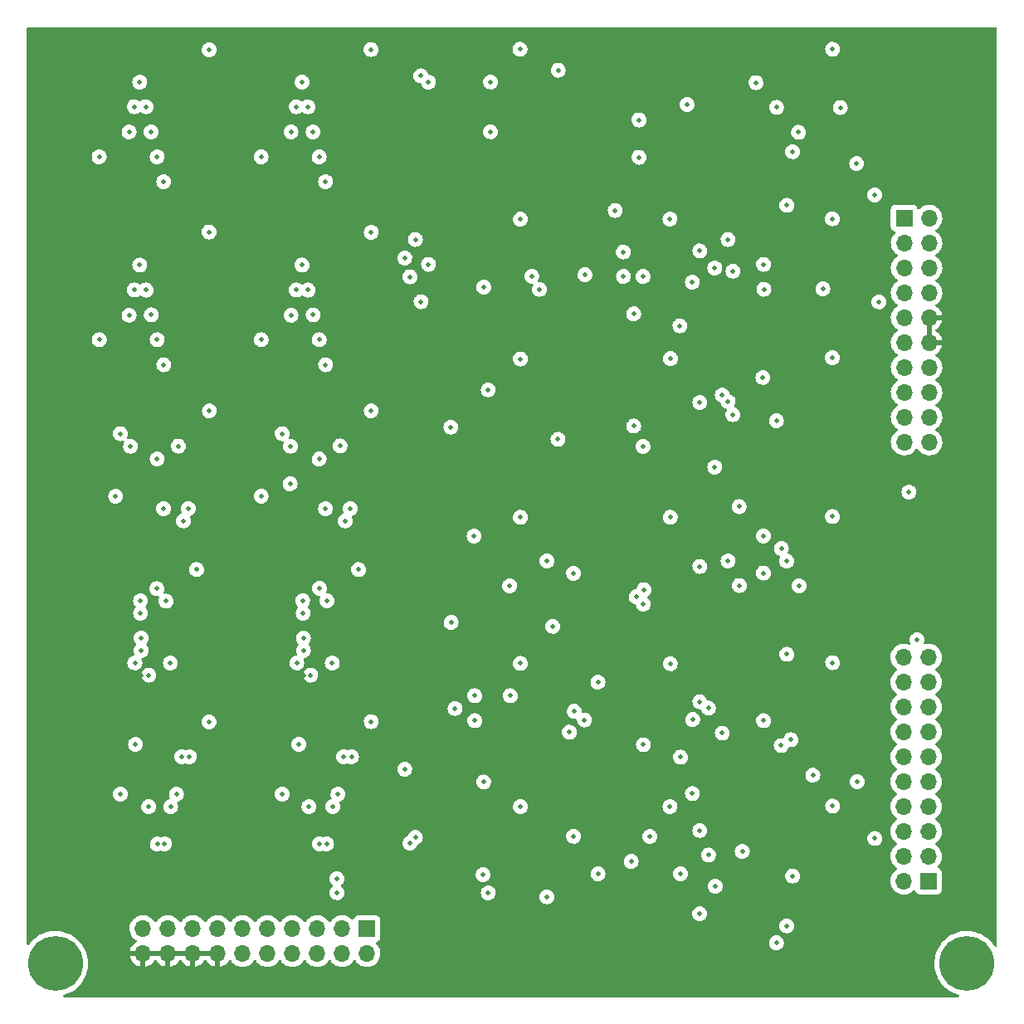
<source format=gbr>
G04 #@! TF.GenerationSoftware,KiCad,Pcbnew,(6.0.5)*
G04 #@! TF.CreationDate,2022-08-31T18:01:14+02:00*
G04 #@! TF.ProjectId,B1,42312e6b-6963-4616-945f-706362585858,rev?*
G04 #@! TF.SameCoordinates,Original*
G04 #@! TF.FileFunction,Copper,L2,Inr*
G04 #@! TF.FilePolarity,Positive*
%FSLAX46Y46*%
G04 Gerber Fmt 4.6, Leading zero omitted, Abs format (unit mm)*
G04 Created by KiCad (PCBNEW (6.0.5)) date 2022-08-31 18:01:14*
%MOMM*%
%LPD*%
G01*
G04 APERTURE LIST*
G04 #@! TA.AperFunction,ComponentPad*
%ADD10C,5.600000*%
G04 #@! TD*
G04 #@! TA.AperFunction,ComponentPad*
%ADD11R,1.700000X1.700000*%
G04 #@! TD*
G04 #@! TA.AperFunction,ComponentPad*
%ADD12O,1.700000X1.700000*%
G04 #@! TD*
G04 #@! TA.AperFunction,ViaPad*
%ADD13C,0.500000*%
G04 #@! TD*
G04 APERTURE END LIST*
D10*
X196406802Y-56930538D03*
X103406802Y-56930538D03*
X196406802Y-141055538D03*
D11*
X190000000Y-65000000D03*
D12*
X192540000Y-65000000D03*
X190000000Y-67540000D03*
X192540000Y-67540000D03*
X190000000Y-70080000D03*
X192540000Y-70080000D03*
X190000000Y-72620000D03*
X192540000Y-72620000D03*
X190000000Y-75160000D03*
X192540000Y-75160000D03*
X190000000Y-77700000D03*
X192540000Y-77700000D03*
X190000000Y-80240000D03*
X192540000Y-80240000D03*
X190000000Y-82780000D03*
X192540000Y-82780000D03*
X190000000Y-85320000D03*
X192540000Y-85320000D03*
X190000000Y-87860000D03*
X192540000Y-87860000D03*
D11*
X192500000Y-132660000D03*
D12*
X189960000Y-132660000D03*
X192500000Y-130120000D03*
X189960000Y-130120000D03*
X192500000Y-127580000D03*
X189960000Y-127580000D03*
X192500000Y-125040000D03*
X189960000Y-125040000D03*
X192500000Y-122500000D03*
X189960000Y-122500000D03*
X192500000Y-119960000D03*
X189960000Y-119960000D03*
X192500000Y-117420000D03*
X189960000Y-117420000D03*
X192500000Y-114880000D03*
X189960000Y-114880000D03*
X192500000Y-112340000D03*
X189960000Y-112340000D03*
X192500000Y-109800000D03*
X189960000Y-109800000D03*
D10*
X103406802Y-141055538D03*
D11*
X135200000Y-137500000D03*
D12*
X135200000Y-140040000D03*
X132660000Y-137500000D03*
X132660000Y-140040000D03*
X130120000Y-137500000D03*
X130120000Y-140040000D03*
X127580000Y-137500000D03*
X127580000Y-140040000D03*
X125040000Y-137500000D03*
X125040000Y-140040000D03*
X122500000Y-137500000D03*
X122500000Y-140040000D03*
X119960000Y-137500000D03*
X119960000Y-140040000D03*
X117420000Y-137500000D03*
X117420000Y-140040000D03*
X114880000Y-137500000D03*
X114880000Y-140040000D03*
X112340000Y-137500000D03*
X112340000Y-140040000D03*
D13*
X170688000Y-70104000D03*
X170688000Y-90424000D03*
X170726100Y-133184900D03*
X183484520Y-53723540D03*
X144190720Y-115034060D03*
X190500000Y-92964000D03*
X156276040Y-101244400D03*
X156319220Y-115333780D03*
X172044360Y-83705700D03*
X156278580Y-128074420D03*
X172041820Y-67190620D03*
X172044360Y-99974400D03*
X185155840Y-59451240D03*
X185195620Y-122501660D03*
X187004100Y-62636400D03*
X187004100Y-128310640D03*
X163370260Y-70965060D03*
X191315340Y-108038900D03*
X163360100Y-88313260D03*
X147111720Y-72034400D03*
X147030340Y-131991200D03*
X147091400Y-122547380D03*
X178020980Y-137215880D03*
X178026060Y-99992180D03*
X178026060Y-109507020D03*
X179224940Y-56250840D03*
X178026060Y-63700660D03*
X158757620Y-112354360D03*
X187424060Y-73550780D03*
X158767780Y-131902200D03*
X119075200Y-66421000D03*
X182676800Y-95453200D03*
X175641000Y-101219000D03*
X166141400Y-110464600D03*
X119126000Y-84683600D03*
X175691800Y-72263000D03*
X128701800Y-107848400D03*
X182702200Y-47777400D03*
X135610600Y-47802800D03*
X150850600Y-110439200D03*
X146202400Y-116281200D03*
X175666400Y-116281200D03*
X166116000Y-125044200D03*
X119072660Y-116400580D03*
X150799800Y-47777400D03*
X161358580Y-68463160D03*
X182676800Y-65074800D03*
X127347980Y-92102940D03*
X166141400Y-95529400D03*
X149758400Y-102514400D03*
X175590200Y-81254600D03*
X117805200Y-100863400D03*
X135636000Y-84683600D03*
X182676800Y-79248000D03*
X146126200Y-97434400D03*
X179273200Y-102514400D03*
X150850600Y-125044200D03*
X167868600Y-53416200D03*
X134340600Y-100863400D03*
X175641000Y-97434400D03*
X150850600Y-65125600D03*
X182702200Y-124993400D03*
X150850600Y-95529400D03*
X119100600Y-47828200D03*
X150850600Y-79375000D03*
X135636000Y-116382800D03*
X149809200Y-113741200D03*
X166116000Y-65100200D03*
X161371280Y-70970140D03*
X112166400Y-107848400D03*
X135636000Y-66446400D03*
X146177000Y-113741200D03*
X173487080Y-129626360D03*
X182702200Y-110363000D03*
X166166800Y-79349600D03*
X175666400Y-69723000D03*
X184251600Y-110363000D03*
X146174460Y-74797920D03*
X137185400Y-66421000D03*
X175691800Y-120116600D03*
X167690800Y-110464600D03*
X146126200Y-105054400D03*
X169418000Y-53416200D03*
X146131280Y-82529680D03*
X110058200Y-130124200D03*
X110827820Y-95879920D03*
X161391600Y-120015000D03*
X173507400Y-56261000D03*
X128701800Y-111633000D03*
X152400000Y-110490000D03*
X146177000Y-120116600D03*
X135890000Y-100863400D03*
X117322600Y-105308400D03*
X175641000Y-88849200D03*
X120650000Y-47853600D03*
X184277000Y-124993400D03*
X112166400Y-111633000D03*
X146100800Y-57454800D03*
X161366200Y-134442200D03*
X110083600Y-71069200D03*
X126593600Y-79984600D03*
X119405400Y-100863400D03*
X133687419Y-105300589D03*
X137185400Y-116382800D03*
X167690800Y-125044200D03*
X120624600Y-66421000D03*
X127347980Y-95912940D03*
X149783800Y-115011200D03*
X175691800Y-74777600D03*
X146149060Y-88882220D03*
X152425400Y-65125600D03*
X110032800Y-79959200D03*
X161264600Y-104952800D03*
X175615600Y-82550000D03*
X173507400Y-61341000D03*
X167690800Y-65125600D03*
X109905800Y-61290200D03*
X161356040Y-74790300D03*
X173507400Y-138506200D03*
X167690800Y-95529400D03*
X167690800Y-79349600D03*
X152400000Y-125044200D03*
X161239200Y-61366400D03*
X126492000Y-61290200D03*
X184226200Y-95453200D03*
X184277000Y-79273400D03*
X184251600Y-65074800D03*
X137210800Y-84734400D03*
X152400000Y-95529400D03*
X120675400Y-116357400D03*
X146100800Y-134518400D03*
X161315400Y-90043000D03*
X184251600Y-47752000D03*
X152400000Y-79375000D03*
X152374600Y-47802800D03*
X164922200Y-82397600D03*
X120675400Y-84709000D03*
X137185400Y-47777400D03*
X126593600Y-130124200D03*
X175641000Y-105029000D03*
X139573000Y-70993000D03*
X139573000Y-128778000D03*
X140131800Y-67183000D03*
X140131800Y-128193800D03*
X139047220Y-121231660D03*
X139047220Y-69088000D03*
X169155110Y-83811110D03*
X169148760Y-135994140D03*
X169153840Y-68351400D03*
X169155110Y-127478790D03*
X169155110Y-100544630D03*
X169155110Y-114349530D03*
X167126920Y-75996800D03*
X147788400Y-56196000D03*
X147804100Y-51116000D03*
X162938460Y-58801000D03*
X162943540Y-54991000D03*
X141478000Y-69723000D03*
X141478000Y-51130200D03*
X140716000Y-73533000D03*
X140690600Y-50495200D03*
X168394380Y-71534020D03*
X168424860Y-116179600D03*
X168404540Y-123723400D03*
X152003760Y-70929500D03*
X154703780Y-49913540D03*
X176971960Y-85686900D03*
X176971960Y-138960860D03*
X176974500Y-53715920D03*
X178429060Y-118234460D03*
X178625500Y-132130800D03*
X178625500Y-58226960D03*
X132123180Y-132410200D03*
X128244600Y-118694200D03*
X173164500Y-94444820D03*
X173184820Y-102489000D03*
X111582200Y-118694200D03*
X147574000Y-133847840D03*
X147566380Y-82522060D03*
X132123180Y-133835140D03*
X131101469Y-104038520D03*
X131076069Y-128854320D03*
X130326769Y-128856860D03*
X130357249Y-102776140D03*
X131685669Y-125044320D03*
X131660269Y-110388520D03*
X129457980Y-111633120D03*
X129272669Y-125044320D03*
X132441634Y-88257380D03*
X132238434Y-123766580D03*
X126554869Y-86995120D03*
X126554869Y-123774320D03*
X160525460Y-64226440D03*
X154686000Y-87571580D03*
X155849320Y-117457220D03*
X133489069Y-94640520D03*
X133616069Y-119964320D03*
X132983480Y-95899320D03*
X132803269Y-119964320D03*
X114681000Y-104089200D03*
X114554000Y-128854200D03*
X113741200Y-102819200D03*
X113804700Y-128856740D03*
X115138200Y-110388400D03*
X115163600Y-125044200D03*
X112928400Y-125044200D03*
X112935911Y-111633000D03*
X115951000Y-88265000D03*
X115747800Y-123774200D03*
X110032800Y-86995000D03*
X110032800Y-123774200D03*
X117094000Y-119964200D03*
X116967000Y-94640400D03*
X116461411Y-95899200D03*
X116281200Y-119964200D03*
X162399980Y-74782680D03*
X162399980Y-86230460D03*
X181711600Y-72229980D03*
X180685440Y-121846340D03*
X128633434Y-104046020D03*
X128557234Y-69804280D03*
X128557234Y-51137820D03*
X128684020Y-105305860D03*
X129171069Y-72346940D03*
X129171069Y-53644920D03*
X129696849Y-56215400D03*
X129707009Y-74874240D03*
X128714500Y-109111820D03*
X127977269Y-72339320D03*
X127977269Y-53644920D03*
X128033480Y-110381820D03*
X127443869Y-74904720D03*
X127443869Y-56210320D03*
X127398780Y-88277700D03*
X130316609Y-77414240D03*
X130316609Y-89588460D03*
X130316609Y-58752860D03*
X124393669Y-77417120D03*
X124393669Y-58755833D03*
X124395869Y-93370520D03*
X130982089Y-61297940D03*
X130982089Y-79969480D03*
X130964309Y-94645600D03*
X112014000Y-69796660D03*
X112014000Y-51130200D03*
X112090200Y-104038400D03*
X112090200Y-105308400D03*
X112649000Y-72346820D03*
X112649000Y-53644800D03*
X113174780Y-56215280D03*
X112166400Y-109110780D03*
X113184940Y-74874120D03*
X111511411Y-110381700D03*
X111455200Y-72339200D03*
X111455200Y-53644800D03*
X110921800Y-74904600D03*
X111070700Y-88279200D03*
X110921800Y-56210200D03*
X113794540Y-77414120D03*
X113794540Y-89588340D03*
X113794540Y-58752740D03*
X107871600Y-58755713D03*
X107871600Y-77417000D03*
X109550200Y-93370400D03*
X114442240Y-94645480D03*
X114460020Y-79969360D03*
X114460020Y-61297820D03*
X172544740Y-70413880D03*
X172532040Y-85054440D03*
X163400740Y-118734840D03*
X163400740Y-104404160D03*
X153532840Y-134254240D03*
X153558240Y-99974400D03*
X164068760Y-128120140D03*
X163451540Y-102918260D03*
X162153600Y-130637280D03*
X162659060Y-103647240D03*
X170027600Y-115003580D03*
X170035220Y-129997200D03*
X177472340Y-98696780D03*
X177459640Y-118818660D03*
X167190420Y-131899660D03*
X167172640Y-120009920D03*
X143758920Y-86332060D03*
X143779240Y-106243120D03*
X157391100Y-116205000D03*
X157426660Y-70777100D03*
X154129740Y-106657140D03*
X152796240Y-72275700D03*
X171447460Y-117551200D03*
X171447460Y-83060540D03*
X174876460Y-51181000D03*
G04 #@! TA.AperFunction,Conductor*
G36*
X199415423Y-45534040D02*
G01*
X199461916Y-45587696D01*
X199473302Y-45640038D01*
X199473302Y-139272574D01*
X199453300Y-139340695D01*
X199399644Y-139387188D01*
X199329370Y-139397292D01*
X199264790Y-139367798D01*
X199242966Y-139343214D01*
X199047904Y-139055108D01*
X199045992Y-139052284D01*
X199041715Y-139047240D01*
X198903377Y-138884118D01*
X198814205Y-138778970D01*
X198554256Y-138532288D01*
X198269186Y-138315123D01*
X198266274Y-138313366D01*
X198266269Y-138313363D01*
X197965245Y-138131774D01*
X197965239Y-138131771D01*
X197962330Y-138130016D01*
X197637277Y-137979131D01*
X197383794Y-137893332D01*
X197301057Y-137865327D01*
X197301052Y-137865326D01*
X197297830Y-137864235D01*
X197093862Y-137819016D01*
X196951295Y-137787409D01*
X196951289Y-137787408D01*
X196947960Y-137786670D01*
X196944571Y-137786296D01*
X196944566Y-137786295D01*
X196595140Y-137747718D01*
X196595135Y-137747718D01*
X196591759Y-137747345D01*
X196588360Y-137747339D01*
X196588359Y-137747339D01*
X196418882Y-137747043D01*
X196233394Y-137746720D01*
X196120215Y-137758815D01*
X195880441Y-137784439D01*
X195880433Y-137784440D01*
X195877058Y-137784801D01*
X195526919Y-137861144D01*
X195187073Y-137974855D01*
X195183980Y-137976277D01*
X195183979Y-137976278D01*
X195001892Y-138060029D01*
X194861496Y-138124604D01*
X194858562Y-138126360D01*
X194858560Y-138126361D01*
X194567279Y-138300689D01*
X194553995Y-138308639D01*
X194551269Y-138310701D01*
X194551267Y-138310702D01*
X194310605Y-138492714D01*
X194268169Y-138524808D01*
X194265684Y-138527150D01*
X194265679Y-138527154D01*
X194247621Y-138544171D01*
X194007361Y-138770581D01*
X194005149Y-138773171D01*
X194005147Y-138773173D01*
X193974522Y-138809030D01*
X193774621Y-139043084D01*
X193772708Y-139045889D01*
X193772699Y-139045901D01*
X193722453Y-139119559D01*
X193572673Y-139339129D01*
X193403879Y-139655252D01*
X193270213Y-139987756D01*
X193269293Y-139991030D01*
X193269291Y-139991035D01*
X193179040Y-140312115D01*
X193173239Y-140332751D01*
X193172677Y-140336108D01*
X193172677Y-140336109D01*
X193139084Y-140536857D01*
X193114092Y-140686201D01*
X193093463Y-141043972D01*
X193111594Y-141401878D01*
X193112131Y-141405233D01*
X193112132Y-141405239D01*
X193117118Y-141436366D01*
X193168272Y-141755733D01*
X193262835Y-142101397D01*
X193394176Y-142434826D01*
X193424953Y-142493447D01*
X193540306Y-142713162D01*
X193560759Y-142752120D01*
X193562660Y-142754949D01*
X193562666Y-142754959D01*
X193691089Y-142946071D01*
X193760636Y-143049567D01*
X193991467Y-143323688D01*
X194250553Y-143571276D01*
X194534863Y-143789435D01*
X194566858Y-143808888D01*
X194838157Y-143973841D01*
X194838162Y-143973844D01*
X194841072Y-143975613D01*
X194844160Y-143977059D01*
X194844159Y-143977059D01*
X195162512Y-144126187D01*
X195162522Y-144126191D01*
X195165596Y-144127631D01*
X195168814Y-144128733D01*
X195168817Y-144128734D01*
X195501417Y-144242609D01*
X195501425Y-144242611D01*
X195504640Y-144243712D01*
X195507968Y-144244462D01*
X195524204Y-144248121D01*
X195586261Y-144282610D01*
X195619820Y-144345174D01*
X195614227Y-144415950D01*
X195571257Y-144472467D01*
X195504554Y-144496781D01*
X195496503Y-144497038D01*
X104319851Y-144497038D01*
X104251730Y-144477036D01*
X104205237Y-144423380D01*
X104195133Y-144353106D01*
X104224627Y-144288526D01*
X104280288Y-144251410D01*
X104306900Y-144242609D01*
X104615770Y-144140460D01*
X104941868Y-143991849D01*
X105035854Y-143936044D01*
X105247064Y-143810637D01*
X105247069Y-143810634D01*
X105250009Y-143808888D01*
X105536588Y-143593718D01*
X105798253Y-143348857D01*
X106031942Y-143077168D01*
X106226439Y-142794173D01*
X106232992Y-142784639D01*
X106232997Y-142784632D01*
X106234922Y-142781830D01*
X106236534Y-142778836D01*
X106236539Y-142778828D01*
X106403197Y-142469310D01*
X106404819Y-142466298D01*
X106539644Y-142134262D01*
X106549944Y-142098106D01*
X106570329Y-142026544D01*
X106637822Y-141789608D01*
X106698203Y-141436366D01*
X106700313Y-141401878D01*
X106719970Y-141080466D01*
X106720080Y-141078669D01*
X106720161Y-141055538D01*
X106700781Y-140697697D01*
X106642868Y-140344043D01*
X106632863Y-140307966D01*
X111008257Y-140307966D01*
X111038565Y-140442446D01*
X111041645Y-140452275D01*
X111121770Y-140649603D01*
X111126413Y-140658794D01*
X111237694Y-140840388D01*
X111243777Y-140848699D01*
X111383213Y-141009667D01*
X111390580Y-141016883D01*
X111554434Y-141152916D01*
X111562881Y-141158831D01*
X111746756Y-141266279D01*
X111756042Y-141270729D01*
X111955001Y-141346703D01*
X111964899Y-141349579D01*
X112068250Y-141370606D01*
X112082299Y-141369410D01*
X112086000Y-141359065D01*
X112086000Y-141358517D01*
X112594000Y-141358517D01*
X112598064Y-141372359D01*
X112611478Y-141374393D01*
X112618184Y-141373534D01*
X112628262Y-141371392D01*
X112832255Y-141310191D01*
X112841842Y-141306433D01*
X113033095Y-141212739D01*
X113041945Y-141207464D01*
X113215328Y-141083792D01*
X113223200Y-141077139D01*
X113374052Y-140926812D01*
X113380730Y-140918965D01*
X113508022Y-140741819D01*
X113509147Y-140742627D01*
X113556669Y-140698876D01*
X113626607Y-140686661D01*
X113692046Y-140714197D01*
X113719870Y-140746028D01*
X113777690Y-140840383D01*
X113783777Y-140848699D01*
X113923213Y-141009667D01*
X113930580Y-141016883D01*
X114094434Y-141152916D01*
X114102881Y-141158831D01*
X114286756Y-141266279D01*
X114296042Y-141270729D01*
X114495001Y-141346703D01*
X114504899Y-141349579D01*
X114608250Y-141370606D01*
X114622299Y-141369410D01*
X114626000Y-141359065D01*
X114626000Y-141358517D01*
X115134000Y-141358517D01*
X115138064Y-141372359D01*
X115151478Y-141374393D01*
X115158184Y-141373534D01*
X115168262Y-141371392D01*
X115372255Y-141310191D01*
X115381842Y-141306433D01*
X115573095Y-141212739D01*
X115581945Y-141207464D01*
X115755328Y-141083792D01*
X115763200Y-141077139D01*
X115914052Y-140926812D01*
X115920730Y-140918965D01*
X116048022Y-140741819D01*
X116049147Y-140742627D01*
X116096669Y-140698876D01*
X116166607Y-140686661D01*
X116232046Y-140714197D01*
X116259870Y-140746028D01*
X116317690Y-140840383D01*
X116323777Y-140848699D01*
X116463213Y-141009667D01*
X116470580Y-141016883D01*
X116634434Y-141152916D01*
X116642881Y-141158831D01*
X116826756Y-141266279D01*
X116836042Y-141270729D01*
X117035001Y-141346703D01*
X117044899Y-141349579D01*
X117148250Y-141370606D01*
X117162299Y-141369410D01*
X117166000Y-141359065D01*
X117166000Y-141358517D01*
X117674000Y-141358517D01*
X117678064Y-141372359D01*
X117691478Y-141374393D01*
X117698184Y-141373534D01*
X117708262Y-141371392D01*
X117912255Y-141310191D01*
X117921842Y-141306433D01*
X118113095Y-141212739D01*
X118121945Y-141207464D01*
X118295328Y-141083792D01*
X118303200Y-141077139D01*
X118454052Y-140926812D01*
X118460730Y-140918965D01*
X118588022Y-140741819D01*
X118589147Y-140742627D01*
X118636669Y-140698876D01*
X118706607Y-140686661D01*
X118772046Y-140714197D01*
X118799870Y-140746028D01*
X118857690Y-140840383D01*
X118863777Y-140848699D01*
X119003213Y-141009667D01*
X119010580Y-141016883D01*
X119174434Y-141152916D01*
X119182881Y-141158831D01*
X119366756Y-141266279D01*
X119376042Y-141270729D01*
X119575001Y-141346703D01*
X119584899Y-141349579D01*
X119688250Y-141370606D01*
X119702299Y-141369410D01*
X119706000Y-141359065D01*
X119706000Y-140312115D01*
X119701525Y-140296876D01*
X119700135Y-140295671D01*
X119692452Y-140294000D01*
X117692115Y-140294000D01*
X117676876Y-140298475D01*
X117675671Y-140299865D01*
X117674000Y-140307548D01*
X117674000Y-141358517D01*
X117166000Y-141358517D01*
X117166000Y-140312115D01*
X117161525Y-140296876D01*
X117160135Y-140295671D01*
X117152452Y-140294000D01*
X115152115Y-140294000D01*
X115136876Y-140298475D01*
X115135671Y-140299865D01*
X115134000Y-140307548D01*
X115134000Y-141358517D01*
X114626000Y-141358517D01*
X114626000Y-140312115D01*
X114621525Y-140296876D01*
X114620135Y-140295671D01*
X114612452Y-140294000D01*
X112612115Y-140294000D01*
X112596876Y-140298475D01*
X112595671Y-140299865D01*
X112594000Y-140307548D01*
X112594000Y-141358517D01*
X112086000Y-141358517D01*
X112086000Y-140312115D01*
X112081525Y-140296876D01*
X112080135Y-140295671D01*
X112072452Y-140294000D01*
X111023225Y-140294000D01*
X111009694Y-140297973D01*
X111008257Y-140307966D01*
X106632863Y-140307966D01*
X106547099Y-139998711D01*
X106544045Y-139991035D01*
X106431892Y-139709208D01*
X106414595Y-139665743D01*
X106354057Y-139551406D01*
X106248504Y-139352051D01*
X106248500Y-139352044D01*
X106246905Y-139349032D01*
X106045992Y-139052284D01*
X106041715Y-139047240D01*
X105903377Y-138884118D01*
X105814205Y-138778970D01*
X105554256Y-138532288D01*
X105269186Y-138315123D01*
X105266274Y-138313366D01*
X105266269Y-138313363D01*
X104965245Y-138131774D01*
X104965239Y-138131771D01*
X104962330Y-138130016D01*
X104637277Y-137979131D01*
X104383794Y-137893332D01*
X104301057Y-137865327D01*
X104301052Y-137865326D01*
X104297830Y-137864235D01*
X104093862Y-137819016D01*
X103951295Y-137787409D01*
X103951289Y-137787408D01*
X103947960Y-137786670D01*
X103944571Y-137786296D01*
X103944566Y-137786295D01*
X103595140Y-137747718D01*
X103595135Y-137747718D01*
X103591759Y-137747345D01*
X103588360Y-137747339D01*
X103588359Y-137747339D01*
X103418882Y-137747043D01*
X103233394Y-137746720D01*
X103120215Y-137758815D01*
X102880441Y-137784439D01*
X102880433Y-137784440D01*
X102877058Y-137784801D01*
X102526919Y-137861144D01*
X102187073Y-137974855D01*
X102183980Y-137976277D01*
X102183979Y-137976278D01*
X102001892Y-138060029D01*
X101861496Y-138124604D01*
X101858562Y-138126360D01*
X101858560Y-138126361D01*
X101567279Y-138300689D01*
X101553995Y-138308639D01*
X101551269Y-138310701D01*
X101551267Y-138310702D01*
X101310605Y-138492714D01*
X101268169Y-138524808D01*
X101265684Y-138527150D01*
X101265679Y-138527154D01*
X101247621Y-138544171D01*
X101007361Y-138770581D01*
X101005149Y-138773171D01*
X101005147Y-138773173D01*
X100974522Y-138809030D01*
X100774621Y-139043084D01*
X100720388Y-139122586D01*
X100665479Y-139167587D01*
X100594954Y-139175758D01*
X100531207Y-139144504D01*
X100494477Y-139083747D01*
X100490302Y-139051580D01*
X100490302Y-137466695D01*
X110977251Y-137466695D01*
X110977548Y-137471848D01*
X110977548Y-137471851D01*
X110983245Y-137570653D01*
X110990110Y-137689715D01*
X110991247Y-137694761D01*
X110991248Y-137694767D01*
X111011960Y-137786670D01*
X111039222Y-137907639D01*
X111123266Y-138114616D01*
X111160685Y-138175678D01*
X111237291Y-138300688D01*
X111239987Y-138305088D01*
X111386250Y-138473938D01*
X111558126Y-138616632D01*
X111577738Y-138628092D01*
X111631955Y-138659774D01*
X111680679Y-138711412D01*
X111693750Y-138781195D01*
X111667019Y-138846967D01*
X111626562Y-138880327D01*
X111618457Y-138884546D01*
X111609738Y-138890036D01*
X111439433Y-139017905D01*
X111431726Y-139024748D01*
X111284590Y-139178717D01*
X111278104Y-139186727D01*
X111158098Y-139362649D01*
X111153000Y-139371623D01*
X111063338Y-139564783D01*
X111059775Y-139574470D01*
X111004389Y-139774183D01*
X111005912Y-139782607D01*
X111018292Y-139786000D01*
X120088000Y-139786000D01*
X120156121Y-139806002D01*
X120202614Y-139859658D01*
X120214000Y-139912000D01*
X120214000Y-141358517D01*
X120218064Y-141372359D01*
X120231478Y-141374393D01*
X120238184Y-141373534D01*
X120248262Y-141371392D01*
X120452255Y-141310191D01*
X120461842Y-141306433D01*
X120653095Y-141212739D01*
X120661945Y-141207464D01*
X120835328Y-141083792D01*
X120843200Y-141077139D01*
X120994052Y-140926812D01*
X121000730Y-140918965D01*
X121128022Y-140741819D01*
X121129279Y-140742722D01*
X121176373Y-140699362D01*
X121246311Y-140687145D01*
X121311751Y-140714678D01*
X121339579Y-140746511D01*
X121399987Y-140845088D01*
X121546250Y-141013938D01*
X121718126Y-141156632D01*
X121911000Y-141269338D01*
X122119692Y-141349030D01*
X122124760Y-141350061D01*
X122124763Y-141350062D01*
X122219862Y-141369410D01*
X122338597Y-141393567D01*
X122343772Y-141393757D01*
X122343774Y-141393757D01*
X122556673Y-141401564D01*
X122556677Y-141401564D01*
X122561837Y-141401753D01*
X122566957Y-141401097D01*
X122566959Y-141401097D01*
X122778288Y-141374025D01*
X122778289Y-141374025D01*
X122783416Y-141373368D01*
X122788366Y-141371883D01*
X122992429Y-141310661D01*
X122992434Y-141310659D01*
X122997384Y-141309174D01*
X123197994Y-141210896D01*
X123379860Y-141081173D01*
X123403760Y-141057357D01*
X123534435Y-140927137D01*
X123538096Y-140923489D01*
X123668453Y-140742077D01*
X123669776Y-140743028D01*
X123716645Y-140699857D01*
X123786580Y-140687625D01*
X123852026Y-140715144D01*
X123879875Y-140746994D01*
X123939987Y-140845088D01*
X124086250Y-141013938D01*
X124258126Y-141156632D01*
X124451000Y-141269338D01*
X124659692Y-141349030D01*
X124664760Y-141350061D01*
X124664763Y-141350062D01*
X124759862Y-141369410D01*
X124878597Y-141393567D01*
X124883772Y-141393757D01*
X124883774Y-141393757D01*
X125096673Y-141401564D01*
X125096677Y-141401564D01*
X125101837Y-141401753D01*
X125106957Y-141401097D01*
X125106959Y-141401097D01*
X125318288Y-141374025D01*
X125318289Y-141374025D01*
X125323416Y-141373368D01*
X125328366Y-141371883D01*
X125532429Y-141310661D01*
X125532434Y-141310659D01*
X125537384Y-141309174D01*
X125737994Y-141210896D01*
X125919860Y-141081173D01*
X125943760Y-141057357D01*
X126074435Y-140927137D01*
X126078096Y-140923489D01*
X126208453Y-140742077D01*
X126209776Y-140743028D01*
X126256645Y-140699857D01*
X126326580Y-140687625D01*
X126392026Y-140715144D01*
X126419875Y-140746994D01*
X126479987Y-140845088D01*
X126626250Y-141013938D01*
X126798126Y-141156632D01*
X126991000Y-141269338D01*
X127199692Y-141349030D01*
X127204760Y-141350061D01*
X127204763Y-141350062D01*
X127299862Y-141369410D01*
X127418597Y-141393567D01*
X127423772Y-141393757D01*
X127423774Y-141393757D01*
X127636673Y-141401564D01*
X127636677Y-141401564D01*
X127641837Y-141401753D01*
X127646957Y-141401097D01*
X127646959Y-141401097D01*
X127858288Y-141374025D01*
X127858289Y-141374025D01*
X127863416Y-141373368D01*
X127868366Y-141371883D01*
X128072429Y-141310661D01*
X128072434Y-141310659D01*
X128077384Y-141309174D01*
X128277994Y-141210896D01*
X128459860Y-141081173D01*
X128483760Y-141057357D01*
X128614435Y-140927137D01*
X128618096Y-140923489D01*
X128748453Y-140742077D01*
X128749776Y-140743028D01*
X128796645Y-140699857D01*
X128866580Y-140687625D01*
X128932026Y-140715144D01*
X128959875Y-140746994D01*
X129019987Y-140845088D01*
X129166250Y-141013938D01*
X129338126Y-141156632D01*
X129531000Y-141269338D01*
X129739692Y-141349030D01*
X129744760Y-141350061D01*
X129744763Y-141350062D01*
X129839862Y-141369410D01*
X129958597Y-141393567D01*
X129963772Y-141393757D01*
X129963774Y-141393757D01*
X130176673Y-141401564D01*
X130176677Y-141401564D01*
X130181837Y-141401753D01*
X130186957Y-141401097D01*
X130186959Y-141401097D01*
X130398288Y-141374025D01*
X130398289Y-141374025D01*
X130403416Y-141373368D01*
X130408366Y-141371883D01*
X130612429Y-141310661D01*
X130612434Y-141310659D01*
X130617384Y-141309174D01*
X130817994Y-141210896D01*
X130999860Y-141081173D01*
X131023760Y-141057357D01*
X131154435Y-140927137D01*
X131158096Y-140923489D01*
X131288453Y-140742077D01*
X131289776Y-140743028D01*
X131336645Y-140699857D01*
X131406580Y-140687625D01*
X131472026Y-140715144D01*
X131499875Y-140746994D01*
X131559987Y-140845088D01*
X131706250Y-141013938D01*
X131878126Y-141156632D01*
X132071000Y-141269338D01*
X132279692Y-141349030D01*
X132284760Y-141350061D01*
X132284763Y-141350062D01*
X132379862Y-141369410D01*
X132498597Y-141393567D01*
X132503772Y-141393757D01*
X132503774Y-141393757D01*
X132716673Y-141401564D01*
X132716677Y-141401564D01*
X132721837Y-141401753D01*
X132726957Y-141401097D01*
X132726959Y-141401097D01*
X132938288Y-141374025D01*
X132938289Y-141374025D01*
X132943416Y-141373368D01*
X132948366Y-141371883D01*
X133152429Y-141310661D01*
X133152434Y-141310659D01*
X133157384Y-141309174D01*
X133357994Y-141210896D01*
X133539860Y-141081173D01*
X133563760Y-141057357D01*
X133694435Y-140927137D01*
X133698096Y-140923489D01*
X133828453Y-140742077D01*
X133829776Y-140743028D01*
X133876645Y-140699857D01*
X133946580Y-140687625D01*
X134012026Y-140715144D01*
X134039875Y-140746994D01*
X134099987Y-140845088D01*
X134246250Y-141013938D01*
X134418126Y-141156632D01*
X134611000Y-141269338D01*
X134819692Y-141349030D01*
X134824760Y-141350061D01*
X134824763Y-141350062D01*
X134919862Y-141369410D01*
X135038597Y-141393567D01*
X135043772Y-141393757D01*
X135043774Y-141393757D01*
X135256673Y-141401564D01*
X135256677Y-141401564D01*
X135261837Y-141401753D01*
X135266957Y-141401097D01*
X135266959Y-141401097D01*
X135478288Y-141374025D01*
X135478289Y-141374025D01*
X135483416Y-141373368D01*
X135488366Y-141371883D01*
X135692429Y-141310661D01*
X135692434Y-141310659D01*
X135697384Y-141309174D01*
X135897994Y-141210896D01*
X136079860Y-141081173D01*
X136103760Y-141057357D01*
X136234435Y-140927137D01*
X136238096Y-140923489D01*
X136368453Y-140742077D01*
X136381995Y-140714678D01*
X136465136Y-140546453D01*
X136465137Y-140546451D01*
X136467430Y-140541811D01*
X136532370Y-140328069D01*
X136561529Y-140106590D01*
X136563156Y-140040000D01*
X136544852Y-139817361D01*
X136490431Y-139600702D01*
X136401354Y-139395840D01*
X136280014Y-139208277D01*
X136260405Y-139186727D01*
X136132798Y-139046488D01*
X136101746Y-138982642D01*
X136105609Y-138950203D01*
X176208735Y-138950203D01*
X176225341Y-139119559D01*
X176279054Y-139281027D01*
X176282701Y-139287049D01*
X176282702Y-139287051D01*
X176349467Y-139397292D01*
X176367206Y-139426583D01*
X176485415Y-139548992D01*
X176556610Y-139595581D01*
X176572105Y-139605720D01*
X176627806Y-139642170D01*
X176634410Y-139644626D01*
X176634412Y-139644627D01*
X176699699Y-139668907D01*
X176787301Y-139701486D01*
X176955975Y-139723992D01*
X176962986Y-139723354D01*
X176962990Y-139723354D01*
X177118422Y-139709208D01*
X177125443Y-139708569D01*
X177132145Y-139706391D01*
X177132147Y-139706391D01*
X177280583Y-139658161D01*
X177280586Y-139658160D01*
X177287282Y-139655984D01*
X177433450Y-139568850D01*
X177438544Y-139563999D01*
X177438548Y-139563996D01*
X177512685Y-139493396D01*
X177556681Y-139451499D01*
X177650851Y-139309762D01*
X177711279Y-139150685D01*
X177734961Y-138982173D01*
X177735259Y-138960860D01*
X177716291Y-138791752D01*
X177708919Y-138770581D01*
X177688957Y-138713261D01*
X177660328Y-138631049D01*
X177654343Y-138621470D01*
X177606040Y-138544171D01*
X177570152Y-138486739D01*
X177561813Y-138478341D01*
X177455208Y-138370989D01*
X177450246Y-138365992D01*
X177433999Y-138355681D01*
X177395366Y-138331164D01*
X177306568Y-138274811D01*
X177146260Y-138217728D01*
X176977289Y-138197580D01*
X176970286Y-138198316D01*
X176970285Y-138198316D01*
X176815061Y-138214630D01*
X176815057Y-138214631D01*
X176808053Y-138215367D01*
X176801382Y-138217638D01*
X176653633Y-138267935D01*
X176653630Y-138267936D01*
X176646963Y-138270206D01*
X176640965Y-138273896D01*
X176640963Y-138273897D01*
X176508025Y-138355681D01*
X176508023Y-138355683D01*
X176502026Y-138359372D01*
X176496993Y-138364301D01*
X176406969Y-138452460D01*
X176380446Y-138478433D01*
X176376635Y-138484347D01*
X176376633Y-138484349D01*
X176342361Y-138537529D01*
X176288264Y-138621470D01*
X176230063Y-138781376D01*
X176208735Y-138950203D01*
X136105609Y-138950203D01*
X136110141Y-138912143D01*
X136155317Y-138857375D01*
X136181761Y-138843706D01*
X136288297Y-138803767D01*
X136296705Y-138800615D01*
X136413261Y-138713261D01*
X136500615Y-138596705D01*
X136551745Y-138460316D01*
X136558500Y-138398134D01*
X136558500Y-137205223D01*
X177257755Y-137205223D01*
X177274361Y-137374579D01*
X177328074Y-137536047D01*
X177331721Y-137542069D01*
X177331722Y-137542071D01*
X177345477Y-137564782D01*
X177416226Y-137681603D01*
X177534435Y-137804012D01*
X177676826Y-137897190D01*
X177683430Y-137899646D01*
X177683432Y-137899647D01*
X177717791Y-137912425D01*
X177836321Y-137956506D01*
X178004995Y-137979012D01*
X178012006Y-137978374D01*
X178012010Y-137978374D01*
X178167442Y-137964228D01*
X178174463Y-137963589D01*
X178181165Y-137961411D01*
X178181167Y-137961411D01*
X178329603Y-137913181D01*
X178329606Y-137913180D01*
X178336302Y-137911004D01*
X178482470Y-137823870D01*
X178487564Y-137819019D01*
X178487568Y-137819016D01*
X178562836Y-137747339D01*
X178605701Y-137706519D01*
X178699871Y-137564782D01*
X178760299Y-137405705D01*
X178783981Y-137237193D01*
X178784279Y-137215880D01*
X178765311Y-137046772D01*
X178709348Y-136886069D01*
X178703363Y-136876490D01*
X178669024Y-136821538D01*
X178619172Y-136741759D01*
X178499266Y-136621012D01*
X178483019Y-136610701D01*
X178407028Y-136562476D01*
X178355588Y-136529831D01*
X178195280Y-136472748D01*
X178026309Y-136452600D01*
X178019306Y-136453336D01*
X178019305Y-136453336D01*
X177864081Y-136469650D01*
X177864077Y-136469651D01*
X177857073Y-136470387D01*
X177850402Y-136472658D01*
X177702653Y-136522955D01*
X177702650Y-136522956D01*
X177695983Y-136525226D01*
X177689985Y-136528916D01*
X177689983Y-136528917D01*
X177557045Y-136610701D01*
X177557043Y-136610703D01*
X177551046Y-136614392D01*
X177429466Y-136733453D01*
X177425655Y-136739367D01*
X177425653Y-136739369D01*
X177366359Y-136831375D01*
X177337284Y-136876490D01*
X177279083Y-137036396D01*
X177257755Y-137205223D01*
X136558500Y-137205223D01*
X136558500Y-136601866D01*
X136551745Y-136539684D01*
X136500615Y-136403295D01*
X136413261Y-136286739D01*
X136296705Y-136199385D01*
X136160316Y-136148255D01*
X136098134Y-136141500D01*
X134301866Y-136141500D01*
X134239684Y-136148255D01*
X134103295Y-136199385D01*
X133986739Y-136286739D01*
X133899385Y-136403295D01*
X133896233Y-136411703D01*
X133854919Y-136521907D01*
X133812277Y-136578671D01*
X133745716Y-136603371D01*
X133676367Y-136588163D01*
X133643743Y-136562476D01*
X133593151Y-136506875D01*
X133593142Y-136506866D01*
X133589670Y-136503051D01*
X133585619Y-136499852D01*
X133585615Y-136499848D01*
X133418414Y-136367800D01*
X133418410Y-136367798D01*
X133414359Y-136364598D01*
X133218789Y-136256638D01*
X133213920Y-136254914D01*
X133213916Y-136254912D01*
X133013087Y-136183795D01*
X133013083Y-136183794D01*
X133008212Y-136182069D01*
X133003119Y-136181162D01*
X133003116Y-136181161D01*
X132793373Y-136143800D01*
X132793367Y-136143799D01*
X132788284Y-136142894D01*
X132714452Y-136141992D01*
X132570081Y-136140228D01*
X132570079Y-136140228D01*
X132564911Y-136140165D01*
X132344091Y-136173955D01*
X132131756Y-136243357D01*
X132101443Y-136259137D01*
X131952919Y-136336454D01*
X131933607Y-136346507D01*
X131929474Y-136349610D01*
X131929471Y-136349612D01*
X131759100Y-136477530D01*
X131754965Y-136480635D01*
X131715525Y-136521907D01*
X131635418Y-136605734D01*
X131600629Y-136642138D01*
X131493201Y-136799621D01*
X131438293Y-136844621D01*
X131367768Y-136852792D01*
X131304021Y-136821538D01*
X131283324Y-136797054D01*
X131202822Y-136672617D01*
X131202820Y-136672614D01*
X131200014Y-136668277D01*
X131049670Y-136503051D01*
X131045619Y-136499852D01*
X131045615Y-136499848D01*
X130878414Y-136367800D01*
X130878410Y-136367798D01*
X130874359Y-136364598D01*
X130678789Y-136256638D01*
X130673920Y-136254914D01*
X130673916Y-136254912D01*
X130473087Y-136183795D01*
X130473083Y-136183794D01*
X130468212Y-136182069D01*
X130463119Y-136181162D01*
X130463116Y-136181161D01*
X130253373Y-136143800D01*
X130253367Y-136143799D01*
X130248284Y-136142894D01*
X130174452Y-136141992D01*
X130030081Y-136140228D01*
X130030079Y-136140228D01*
X130024911Y-136140165D01*
X129804091Y-136173955D01*
X129591756Y-136243357D01*
X129561443Y-136259137D01*
X129412919Y-136336454D01*
X129393607Y-136346507D01*
X129389474Y-136349610D01*
X129389471Y-136349612D01*
X129219100Y-136477530D01*
X129214965Y-136480635D01*
X129175525Y-136521907D01*
X129095418Y-136605734D01*
X129060629Y-136642138D01*
X128953201Y-136799621D01*
X128898293Y-136844621D01*
X128827768Y-136852792D01*
X128764021Y-136821538D01*
X128743324Y-136797054D01*
X128662822Y-136672617D01*
X128662820Y-136672614D01*
X128660014Y-136668277D01*
X128509670Y-136503051D01*
X128505619Y-136499852D01*
X128505615Y-136499848D01*
X128338414Y-136367800D01*
X128338410Y-136367798D01*
X128334359Y-136364598D01*
X128138789Y-136256638D01*
X128133920Y-136254914D01*
X128133916Y-136254912D01*
X127933087Y-136183795D01*
X127933083Y-136183794D01*
X127928212Y-136182069D01*
X127923119Y-136181162D01*
X127923116Y-136181161D01*
X127713373Y-136143800D01*
X127713367Y-136143799D01*
X127708284Y-136142894D01*
X127634452Y-136141992D01*
X127490081Y-136140228D01*
X127490079Y-136140228D01*
X127484911Y-136140165D01*
X127264091Y-136173955D01*
X127051756Y-136243357D01*
X127021443Y-136259137D01*
X126872919Y-136336454D01*
X126853607Y-136346507D01*
X126849474Y-136349610D01*
X126849471Y-136349612D01*
X126679100Y-136477530D01*
X126674965Y-136480635D01*
X126635525Y-136521907D01*
X126555418Y-136605734D01*
X126520629Y-136642138D01*
X126413201Y-136799621D01*
X126358293Y-136844621D01*
X126287768Y-136852792D01*
X126224021Y-136821538D01*
X126203324Y-136797054D01*
X126122822Y-136672617D01*
X126122820Y-136672614D01*
X126120014Y-136668277D01*
X125969670Y-136503051D01*
X125965619Y-136499852D01*
X125965615Y-136499848D01*
X125798414Y-136367800D01*
X125798410Y-136367798D01*
X125794359Y-136364598D01*
X125598789Y-136256638D01*
X125593920Y-136254914D01*
X125593916Y-136254912D01*
X125393087Y-136183795D01*
X125393083Y-136183794D01*
X125388212Y-136182069D01*
X125383119Y-136181162D01*
X125383116Y-136181161D01*
X125173373Y-136143800D01*
X125173367Y-136143799D01*
X125168284Y-136142894D01*
X125094452Y-136141992D01*
X124950081Y-136140228D01*
X124950079Y-136140228D01*
X124944911Y-136140165D01*
X124724091Y-136173955D01*
X124511756Y-136243357D01*
X124481443Y-136259137D01*
X124332919Y-136336454D01*
X124313607Y-136346507D01*
X124309474Y-136349610D01*
X124309471Y-136349612D01*
X124139100Y-136477530D01*
X124134965Y-136480635D01*
X124095525Y-136521907D01*
X124015418Y-136605734D01*
X123980629Y-136642138D01*
X123873201Y-136799621D01*
X123818293Y-136844621D01*
X123747768Y-136852792D01*
X123684021Y-136821538D01*
X123663324Y-136797054D01*
X123582822Y-136672617D01*
X123582820Y-136672614D01*
X123580014Y-136668277D01*
X123429670Y-136503051D01*
X123425619Y-136499852D01*
X123425615Y-136499848D01*
X123258414Y-136367800D01*
X123258410Y-136367798D01*
X123254359Y-136364598D01*
X123058789Y-136256638D01*
X123053920Y-136254914D01*
X123053916Y-136254912D01*
X122853087Y-136183795D01*
X122853083Y-136183794D01*
X122848212Y-136182069D01*
X122843119Y-136181162D01*
X122843116Y-136181161D01*
X122633373Y-136143800D01*
X122633367Y-136143799D01*
X122628284Y-136142894D01*
X122554452Y-136141992D01*
X122410081Y-136140228D01*
X122410079Y-136140228D01*
X122404911Y-136140165D01*
X122184091Y-136173955D01*
X121971756Y-136243357D01*
X121941443Y-136259137D01*
X121792919Y-136336454D01*
X121773607Y-136346507D01*
X121769474Y-136349610D01*
X121769471Y-136349612D01*
X121599100Y-136477530D01*
X121594965Y-136480635D01*
X121555525Y-136521907D01*
X121475418Y-136605734D01*
X121440629Y-136642138D01*
X121333201Y-136799621D01*
X121278293Y-136844621D01*
X121207768Y-136852792D01*
X121144021Y-136821538D01*
X121123324Y-136797054D01*
X121042822Y-136672617D01*
X121042820Y-136672614D01*
X121040014Y-136668277D01*
X120889670Y-136503051D01*
X120885619Y-136499852D01*
X120885615Y-136499848D01*
X120718414Y-136367800D01*
X120718410Y-136367798D01*
X120714359Y-136364598D01*
X120518789Y-136256638D01*
X120513920Y-136254914D01*
X120513916Y-136254912D01*
X120313087Y-136183795D01*
X120313083Y-136183794D01*
X120308212Y-136182069D01*
X120303119Y-136181162D01*
X120303116Y-136181161D01*
X120093373Y-136143800D01*
X120093367Y-136143799D01*
X120088284Y-136142894D01*
X120014452Y-136141992D01*
X119870081Y-136140228D01*
X119870079Y-136140228D01*
X119864911Y-136140165D01*
X119644091Y-136173955D01*
X119431756Y-136243357D01*
X119401443Y-136259137D01*
X119252919Y-136336454D01*
X119233607Y-136346507D01*
X119229474Y-136349610D01*
X119229471Y-136349612D01*
X119059100Y-136477530D01*
X119054965Y-136480635D01*
X119015525Y-136521907D01*
X118935418Y-136605734D01*
X118900629Y-136642138D01*
X118793201Y-136799621D01*
X118738293Y-136844621D01*
X118667768Y-136852792D01*
X118604021Y-136821538D01*
X118583324Y-136797054D01*
X118502822Y-136672617D01*
X118502820Y-136672614D01*
X118500014Y-136668277D01*
X118349670Y-136503051D01*
X118345619Y-136499852D01*
X118345615Y-136499848D01*
X118178414Y-136367800D01*
X118178410Y-136367798D01*
X118174359Y-136364598D01*
X117978789Y-136256638D01*
X117973920Y-136254914D01*
X117973916Y-136254912D01*
X117773087Y-136183795D01*
X117773083Y-136183794D01*
X117768212Y-136182069D01*
X117763119Y-136181162D01*
X117763116Y-136181161D01*
X117553373Y-136143800D01*
X117553367Y-136143799D01*
X117548284Y-136142894D01*
X117474452Y-136141992D01*
X117330081Y-136140228D01*
X117330079Y-136140228D01*
X117324911Y-136140165D01*
X117104091Y-136173955D01*
X116891756Y-136243357D01*
X116861443Y-136259137D01*
X116712919Y-136336454D01*
X116693607Y-136346507D01*
X116689474Y-136349610D01*
X116689471Y-136349612D01*
X116519100Y-136477530D01*
X116514965Y-136480635D01*
X116475525Y-136521907D01*
X116395418Y-136605734D01*
X116360629Y-136642138D01*
X116253201Y-136799621D01*
X116198293Y-136844621D01*
X116127768Y-136852792D01*
X116064021Y-136821538D01*
X116043324Y-136797054D01*
X115962822Y-136672617D01*
X115962820Y-136672614D01*
X115960014Y-136668277D01*
X115809670Y-136503051D01*
X115805619Y-136499852D01*
X115805615Y-136499848D01*
X115638414Y-136367800D01*
X115638410Y-136367798D01*
X115634359Y-136364598D01*
X115438789Y-136256638D01*
X115433920Y-136254914D01*
X115433916Y-136254912D01*
X115233087Y-136183795D01*
X115233083Y-136183794D01*
X115228212Y-136182069D01*
X115223119Y-136181162D01*
X115223116Y-136181161D01*
X115013373Y-136143800D01*
X115013367Y-136143799D01*
X115008284Y-136142894D01*
X114934452Y-136141992D01*
X114790081Y-136140228D01*
X114790079Y-136140228D01*
X114784911Y-136140165D01*
X114564091Y-136173955D01*
X114351756Y-136243357D01*
X114321443Y-136259137D01*
X114172919Y-136336454D01*
X114153607Y-136346507D01*
X114149474Y-136349610D01*
X114149471Y-136349612D01*
X113979100Y-136477530D01*
X113974965Y-136480635D01*
X113935525Y-136521907D01*
X113855418Y-136605734D01*
X113820629Y-136642138D01*
X113713201Y-136799621D01*
X113658293Y-136844621D01*
X113587768Y-136852792D01*
X113524021Y-136821538D01*
X113503324Y-136797054D01*
X113422822Y-136672617D01*
X113422820Y-136672614D01*
X113420014Y-136668277D01*
X113269670Y-136503051D01*
X113265619Y-136499852D01*
X113265615Y-136499848D01*
X113098414Y-136367800D01*
X113098410Y-136367798D01*
X113094359Y-136364598D01*
X112898789Y-136256638D01*
X112893920Y-136254914D01*
X112893916Y-136254912D01*
X112693087Y-136183795D01*
X112693083Y-136183794D01*
X112688212Y-136182069D01*
X112683119Y-136181162D01*
X112683116Y-136181161D01*
X112473373Y-136143800D01*
X112473367Y-136143799D01*
X112468284Y-136142894D01*
X112394452Y-136141992D01*
X112250081Y-136140228D01*
X112250079Y-136140228D01*
X112244911Y-136140165D01*
X112024091Y-136173955D01*
X111811756Y-136243357D01*
X111781443Y-136259137D01*
X111632919Y-136336454D01*
X111613607Y-136346507D01*
X111609474Y-136349610D01*
X111609471Y-136349612D01*
X111439100Y-136477530D01*
X111434965Y-136480635D01*
X111395525Y-136521907D01*
X111315418Y-136605734D01*
X111280629Y-136642138D01*
X111277720Y-136646403D01*
X111277714Y-136646411D01*
X111212672Y-136741759D01*
X111154743Y-136826680D01*
X111060688Y-137029305D01*
X111000989Y-137244570D01*
X110977251Y-137466695D01*
X100490302Y-137466695D01*
X100490302Y-135983483D01*
X168385535Y-135983483D01*
X168402141Y-136152839D01*
X168455854Y-136314307D01*
X168459501Y-136320329D01*
X168459502Y-136320331D01*
X168488251Y-136367800D01*
X168544006Y-136459863D01*
X168662215Y-136582272D01*
X168685144Y-136597276D01*
X168793645Y-136668277D01*
X168804606Y-136675450D01*
X168811210Y-136677906D01*
X168811212Y-136677907D01*
X168847604Y-136691441D01*
X168964101Y-136734766D01*
X169132775Y-136757272D01*
X169139786Y-136756634D01*
X169139790Y-136756634D01*
X169295222Y-136742488D01*
X169302243Y-136741849D01*
X169308945Y-136739671D01*
X169308947Y-136739671D01*
X169457383Y-136691441D01*
X169457386Y-136691440D01*
X169464082Y-136689264D01*
X169610250Y-136602130D01*
X169615344Y-136597279D01*
X169615348Y-136597276D01*
X169717657Y-136499848D01*
X169733481Y-136484779D01*
X169738298Y-136477530D01*
X169823750Y-136348913D01*
X169827651Y-136343042D01*
X169888079Y-136183965D01*
X169911761Y-136015453D01*
X169912059Y-135994140D01*
X169893091Y-135825032D01*
X169837128Y-135664329D01*
X169831143Y-135654750D01*
X169809180Y-135619604D01*
X169746952Y-135520019D01*
X169627046Y-135399272D01*
X169610799Y-135388961D01*
X169572166Y-135364444D01*
X169483368Y-135308091D01*
X169323060Y-135251008D01*
X169154089Y-135230860D01*
X169147086Y-135231596D01*
X169147085Y-135231596D01*
X168991861Y-135247910D01*
X168991857Y-135247911D01*
X168984853Y-135248647D01*
X168978182Y-135250918D01*
X168830433Y-135301215D01*
X168830430Y-135301216D01*
X168823763Y-135303486D01*
X168817765Y-135307176D01*
X168817763Y-135307177D01*
X168684825Y-135388961D01*
X168684823Y-135388963D01*
X168678826Y-135392652D01*
X168557246Y-135511713D01*
X168465064Y-135654750D01*
X168406863Y-135814656D01*
X168385535Y-135983483D01*
X100490302Y-135983483D01*
X100490302Y-133824483D01*
X131359955Y-133824483D01*
X131376561Y-133993839D01*
X131378785Y-134000524D01*
X131378785Y-134000525D01*
X131385628Y-134021097D01*
X131430274Y-134155307D01*
X131433921Y-134161329D01*
X131433922Y-134161331D01*
X131505466Y-134279463D01*
X131518426Y-134300863D01*
X131636635Y-134423272D01*
X131779026Y-134516450D01*
X131785630Y-134518906D01*
X131785632Y-134518907D01*
X131822024Y-134532441D01*
X131938521Y-134575766D01*
X132107195Y-134598272D01*
X132114206Y-134597634D01*
X132114210Y-134597634D01*
X132269642Y-134583488D01*
X132276663Y-134582849D01*
X132283365Y-134580671D01*
X132283367Y-134580671D01*
X132431803Y-134532441D01*
X132431806Y-134532440D01*
X132438502Y-134530264D01*
X132584670Y-134443130D01*
X132589764Y-134438279D01*
X132589768Y-134438276D01*
X132689462Y-134343338D01*
X132707901Y-134325779D01*
X132716018Y-134313563D01*
X132798170Y-134189913D01*
X132802071Y-134184042D01*
X132862499Y-134024965D01*
X132886181Y-133856453D01*
X132886301Y-133847840D01*
X132886424Y-133839101D01*
X132886424Y-133839095D01*
X132886451Y-133837183D01*
X146810775Y-133837183D01*
X146827381Y-134006539D01*
X146829605Y-134013224D01*
X146829605Y-134013225D01*
X146831237Y-134018131D01*
X146881094Y-134168007D01*
X146884741Y-134174029D01*
X146884742Y-134174031D01*
X146961555Y-134300863D01*
X146969246Y-134313563D01*
X147087455Y-134435972D01*
X147110384Y-134450976D01*
X147204543Y-134512592D01*
X147229846Y-134529150D01*
X147236450Y-134531606D01*
X147236452Y-134531607D01*
X147272844Y-134545141D01*
X147389341Y-134588466D01*
X147558015Y-134610972D01*
X147565026Y-134610334D01*
X147565030Y-134610334D01*
X147720462Y-134596188D01*
X147727483Y-134595549D01*
X147734185Y-134593371D01*
X147734187Y-134593371D01*
X147882623Y-134545141D01*
X147882626Y-134545140D01*
X147889322Y-134542964D01*
X148035490Y-134455830D01*
X148040584Y-134450979D01*
X148040588Y-134450976D01*
X148107833Y-134386939D01*
X148158721Y-134338479D01*
X148221770Y-134243583D01*
X152769615Y-134243583D01*
X152786221Y-134412939D01*
X152839934Y-134574407D01*
X152843581Y-134580429D01*
X152843582Y-134580431D01*
X152862079Y-134610972D01*
X152928086Y-134719963D01*
X153046295Y-134842372D01*
X153188686Y-134935550D01*
X153195290Y-134938006D01*
X153195292Y-134938007D01*
X153231684Y-134951541D01*
X153348181Y-134994866D01*
X153516855Y-135017372D01*
X153523866Y-135016734D01*
X153523870Y-135016734D01*
X153679302Y-135002588D01*
X153686323Y-135001949D01*
X153693025Y-134999771D01*
X153693027Y-134999771D01*
X153841463Y-134951541D01*
X153841466Y-134951540D01*
X153848162Y-134949364D01*
X153994330Y-134862230D01*
X153999424Y-134857379D01*
X153999428Y-134857376D01*
X154066673Y-134793339D01*
X154117561Y-134744879D01*
X154211731Y-134603142D01*
X154272159Y-134444065D01*
X154295841Y-134275553D01*
X154296139Y-134254240D01*
X154277171Y-134085132D01*
X154221208Y-133924429D01*
X154215223Y-133914850D01*
X154184201Y-133865206D01*
X154131032Y-133780119D01*
X154123995Y-133773032D01*
X154037301Y-133685731D01*
X154011126Y-133659372D01*
X153994879Y-133649061D01*
X153949584Y-133620316D01*
X153867448Y-133568191D01*
X153707140Y-133511108D01*
X153538169Y-133490960D01*
X153531166Y-133491696D01*
X153531165Y-133491696D01*
X153375941Y-133508010D01*
X153375937Y-133508011D01*
X153368933Y-133508747D01*
X153361998Y-133511108D01*
X153214513Y-133561315D01*
X153214510Y-133561316D01*
X153207843Y-133563586D01*
X153201845Y-133567276D01*
X153201843Y-133567277D01*
X153068905Y-133649061D01*
X153068903Y-133649063D01*
X153062906Y-133652752D01*
X153034675Y-133680398D01*
X152949416Y-133763891D01*
X152941326Y-133771813D01*
X152937515Y-133777727D01*
X152937513Y-133777729D01*
X152864398Y-133891181D01*
X152849144Y-133914850D01*
X152822945Y-133986830D01*
X152806984Y-134030685D01*
X152790943Y-134074756D01*
X152769615Y-134243583D01*
X148221770Y-134243583D01*
X148252891Y-134196742D01*
X148313319Y-134037665D01*
X148337001Y-133869153D01*
X148337299Y-133847840D01*
X148318331Y-133678732D01*
X148313909Y-133666032D01*
X148267861Y-133533802D01*
X148262368Y-133518029D01*
X148256383Y-133508450D01*
X148229286Y-133465088D01*
X148172192Y-133373719D01*
X148159581Y-133361019D01*
X148114264Y-133315385D01*
X148052286Y-133252972D01*
X148036039Y-133242661D01*
X147951263Y-133188861D01*
X147928229Y-133174243D01*
X169962875Y-133174243D01*
X169979481Y-133343599D01*
X169981705Y-133350284D01*
X169981705Y-133350285D01*
X169989835Y-133374725D01*
X170033194Y-133505067D01*
X170036841Y-133511089D01*
X170036842Y-133511091D01*
X170113908Y-133638341D01*
X170121346Y-133650623D01*
X170239555Y-133773032D01*
X170245451Y-133776890D01*
X170367036Y-133856453D01*
X170381946Y-133866210D01*
X170388550Y-133868666D01*
X170388552Y-133868667D01*
X170461694Y-133895868D01*
X170541441Y-133925526D01*
X170710115Y-133948032D01*
X170717126Y-133947394D01*
X170717130Y-133947394D01*
X170872562Y-133933248D01*
X170879583Y-133932609D01*
X170886285Y-133930431D01*
X170886287Y-133930431D01*
X171034723Y-133882201D01*
X171034726Y-133882200D01*
X171041422Y-133880024D01*
X171187590Y-133792890D01*
X171192684Y-133788039D01*
X171192688Y-133788036D01*
X171280754Y-133704171D01*
X171310821Y-133675539D01*
X171315594Y-133668356D01*
X171384534Y-133564592D01*
X171404991Y-133533802D01*
X171465419Y-133374725D01*
X171466506Y-133366994D01*
X171470778Y-133336590D01*
X171489101Y-133206213D01*
X171489399Y-133184900D01*
X171470431Y-133015792D01*
X171414468Y-132855089D01*
X171408483Y-132845510D01*
X171385201Y-132808252D01*
X171324292Y-132710779D01*
X171296427Y-132682718D01*
X171229744Y-132615568D01*
X171204386Y-132590032D01*
X171193979Y-132583427D01*
X171084254Y-132513794D01*
X171060708Y-132498851D01*
X170900400Y-132441768D01*
X170731429Y-132421620D01*
X170724426Y-132422356D01*
X170724425Y-132422356D01*
X170569201Y-132438670D01*
X170569197Y-132438671D01*
X170562193Y-132439407D01*
X170555522Y-132441678D01*
X170407773Y-132491975D01*
X170407770Y-132491976D01*
X170401103Y-132494246D01*
X170395105Y-132497936D01*
X170395103Y-132497937D01*
X170262165Y-132579721D01*
X170262163Y-132579723D01*
X170256166Y-132583412D01*
X170217209Y-132621562D01*
X170148854Y-132688501D01*
X170134586Y-132702473D01*
X170130775Y-132708387D01*
X170130773Y-132708389D01*
X170057350Y-132822318D01*
X170042404Y-132845510D01*
X169984203Y-133005416D01*
X169962875Y-133174243D01*
X147928229Y-133174243D01*
X147908608Y-133161791D01*
X147748300Y-133104708D01*
X147579329Y-133084560D01*
X147572326Y-133085296D01*
X147572325Y-133085296D01*
X147417101Y-133101610D01*
X147417097Y-133101611D01*
X147410093Y-133102347D01*
X147403422Y-133104618D01*
X147255673Y-133154915D01*
X147255670Y-133154916D01*
X147249003Y-133157186D01*
X147243005Y-133160876D01*
X147243003Y-133160877D01*
X147110065Y-133242661D01*
X147110063Y-133242663D01*
X147104066Y-133246352D01*
X147099033Y-133251281D01*
X146989414Y-133358629D01*
X146982486Y-133365413D01*
X146978675Y-133371327D01*
X146978673Y-133371329D01*
X146901101Y-133491696D01*
X146890304Y-133508450D01*
X146881077Y-133533802D01*
X146839135Y-133649037D01*
X146832103Y-133668356D01*
X146810775Y-133837183D01*
X132886451Y-133837183D01*
X132886479Y-133835140D01*
X132867511Y-133666032D01*
X132863909Y-133655687D01*
X132818289Y-133524686D01*
X132811548Y-133505329D01*
X132805563Y-133495750D01*
X132783600Y-133460604D01*
X132721372Y-133361019D01*
X132696208Y-133335678D01*
X132619040Y-133257969D01*
X132601466Y-133240272D01*
X132585324Y-133230028D01*
X132538528Y-133176639D01*
X132528024Y-133106423D01*
X132557150Y-133041676D01*
X132576663Y-133023282D01*
X132578621Y-133021796D01*
X132584670Y-133018190D01*
X132589767Y-133013337D01*
X132589770Y-133013334D01*
X132653251Y-132952881D01*
X132707901Y-132900839D01*
X132713110Y-132893000D01*
X132765220Y-132814567D01*
X132802071Y-132759102D01*
X132862499Y-132600025D01*
X132886181Y-132431513D01*
X132886479Y-132410200D01*
X132867511Y-132241092D01*
X132862204Y-132225851D01*
X132822956Y-132113149D01*
X132811548Y-132080389D01*
X132805563Y-132070810D01*
X132752035Y-131985150D01*
X132749156Y-131980543D01*
X146267115Y-131980543D01*
X146283721Y-132149899D01*
X146285945Y-132156584D01*
X146285945Y-132156585D01*
X146298490Y-132194297D01*
X146337434Y-132311367D01*
X146341081Y-132317389D01*
X146341082Y-132317391D01*
X146417932Y-132444284D01*
X146425586Y-132456923D01*
X146543795Y-132579332D01*
X146608141Y-132621439D01*
X146673793Y-132664400D01*
X146686186Y-132672510D01*
X146692790Y-132674966D01*
X146692792Y-132674967D01*
X146729184Y-132688501D01*
X146845681Y-132731826D01*
X147014355Y-132754332D01*
X147021366Y-132753694D01*
X147021370Y-132753694D01*
X147176802Y-132739548D01*
X147183823Y-132738909D01*
X147190525Y-132736731D01*
X147190527Y-132736731D01*
X147338963Y-132688501D01*
X147338966Y-132688500D01*
X147345662Y-132686324D01*
X147491830Y-132599190D01*
X147496924Y-132594339D01*
X147496928Y-132594336D01*
X147585289Y-132510190D01*
X147615061Y-132481839D01*
X147635573Y-132450967D01*
X147666398Y-132404570D01*
X147709231Y-132340102D01*
X147769659Y-132181025D01*
X147793341Y-132012513D01*
X147793639Y-131991200D01*
X147782461Y-131891543D01*
X158004555Y-131891543D01*
X158021161Y-132060899D01*
X158023385Y-132067584D01*
X158023385Y-132067585D01*
X158047820Y-132141039D01*
X158074874Y-132222367D01*
X158078521Y-132228389D01*
X158078522Y-132228391D01*
X158149733Y-132345973D01*
X158163026Y-132367923D01*
X158281235Y-132490332D01*
X158300282Y-132502796D01*
X158413849Y-132577112D01*
X158423626Y-132583510D01*
X158430230Y-132585966D01*
X158430232Y-132585967D01*
X158465788Y-132599190D01*
X158583121Y-132642826D01*
X158751795Y-132665332D01*
X158758806Y-132664694D01*
X158758810Y-132664694D01*
X158914242Y-132650548D01*
X158921263Y-132649909D01*
X158927965Y-132647731D01*
X158927967Y-132647731D01*
X159076403Y-132599501D01*
X159076406Y-132599500D01*
X159083102Y-132597324D01*
X159229270Y-132510190D01*
X159234364Y-132505339D01*
X159234368Y-132505336D01*
X159322278Y-132421620D01*
X159352501Y-132392839D01*
X159358090Y-132384428D01*
X159442770Y-132256973D01*
X159446671Y-132251102D01*
X159507099Y-132092025D01*
X159530781Y-131923513D01*
X159531079Y-131902200D01*
X159529599Y-131889003D01*
X166427195Y-131889003D01*
X166443801Y-132058359D01*
X166497514Y-132219827D01*
X166501161Y-132225849D01*
X166501162Y-132225851D01*
X166558560Y-132320625D01*
X166585666Y-132365383D01*
X166703875Y-132487792D01*
X166713738Y-132494246D01*
X166827820Y-132568899D01*
X166846266Y-132580970D01*
X166852870Y-132583426D01*
X166852872Y-132583427D01*
X166915220Y-132606614D01*
X167005761Y-132640286D01*
X167174435Y-132662792D01*
X167181446Y-132662154D01*
X167181450Y-132662154D01*
X167336882Y-132648008D01*
X167343903Y-132647369D01*
X167350605Y-132645191D01*
X167350607Y-132645191D01*
X167499043Y-132596961D01*
X167499046Y-132596960D01*
X167505742Y-132594784D01*
X167651910Y-132507650D01*
X167657004Y-132502799D01*
X167657008Y-132502796D01*
X167741478Y-132422356D01*
X167775141Y-132390299D01*
X167869311Y-132248562D01*
X167918093Y-132120143D01*
X177862275Y-132120143D01*
X177878881Y-132289499D01*
X177932594Y-132450967D01*
X177936241Y-132456989D01*
X177936242Y-132456991D01*
X178015791Y-132588341D01*
X178020746Y-132596523D01*
X178138955Y-132718932D01*
X178281346Y-132812110D01*
X178287950Y-132814566D01*
X178287952Y-132814567D01*
X178324344Y-132828101D01*
X178440841Y-132871426D01*
X178609515Y-132893932D01*
X178616526Y-132893294D01*
X178616530Y-132893294D01*
X178771962Y-132879148D01*
X178778983Y-132878509D01*
X178785685Y-132876331D01*
X178785687Y-132876331D01*
X178934123Y-132828101D01*
X178934126Y-132828100D01*
X178940822Y-132825924D01*
X179086990Y-132738790D01*
X179092084Y-132733939D01*
X179092088Y-132733936D01*
X179180324Y-132649909D01*
X179204702Y-132626695D01*
X188597251Y-132626695D01*
X188597548Y-132631848D01*
X188597548Y-132631851D01*
X188604610Y-132754332D01*
X188610110Y-132849715D01*
X188611247Y-132854761D01*
X188611248Y-132854767D01*
X188619931Y-132893294D01*
X188659222Y-133067639D01*
X188708445Y-133188861D01*
X188731350Y-133245269D01*
X188743266Y-133274616D01*
X188859987Y-133465088D01*
X189006250Y-133633938D01*
X189178126Y-133776632D01*
X189371000Y-133889338D01*
X189579692Y-133969030D01*
X189584760Y-133970061D01*
X189584763Y-133970062D01*
X189667181Y-133986830D01*
X189798597Y-134013567D01*
X189803772Y-134013757D01*
X189803774Y-134013757D01*
X190016673Y-134021564D01*
X190016677Y-134021564D01*
X190021837Y-134021753D01*
X190026957Y-134021097D01*
X190026959Y-134021097D01*
X190238288Y-133994025D01*
X190238289Y-133994025D01*
X190243416Y-133993368D01*
X190265208Y-133986830D01*
X190452429Y-133930661D01*
X190452434Y-133930659D01*
X190457384Y-133929174D01*
X190657994Y-133830896D01*
X190839860Y-133701173D01*
X190948091Y-133593319D01*
X191010462Y-133559404D01*
X191081268Y-133564592D01*
X191138030Y-133607238D01*
X191155012Y-133638341D01*
X191162896Y-133659372D01*
X191199385Y-133756705D01*
X191286739Y-133873261D01*
X191403295Y-133960615D01*
X191539684Y-134011745D01*
X191601866Y-134018500D01*
X193398134Y-134018500D01*
X193460316Y-134011745D01*
X193596705Y-133960615D01*
X193713261Y-133873261D01*
X193800615Y-133756705D01*
X193851745Y-133620316D01*
X193858500Y-133558134D01*
X193858500Y-131761866D01*
X193851745Y-131699684D01*
X193800615Y-131563295D01*
X193713261Y-131446739D01*
X193596705Y-131359385D01*
X193569905Y-131349338D01*
X193478203Y-131314960D01*
X193421439Y-131272318D01*
X193396739Y-131205756D01*
X193411947Y-131136408D01*
X193433493Y-131107727D01*
X193534435Y-131007137D01*
X193538096Y-131003489D01*
X193597594Y-130920689D01*
X193665435Y-130826277D01*
X193668453Y-130822077D01*
X193681352Y-130795979D01*
X193765136Y-130626453D01*
X193765137Y-130626451D01*
X193767430Y-130621811D01*
X193814109Y-130468172D01*
X193830865Y-130413023D01*
X193830865Y-130413021D01*
X193832370Y-130408069D01*
X193861529Y-130186590D01*
X193861956Y-130169134D01*
X193863074Y-130123365D01*
X193863074Y-130123361D01*
X193863156Y-130120000D01*
X193844852Y-129897361D01*
X193790431Y-129680702D01*
X193701354Y-129475840D01*
X193612885Y-129339088D01*
X193582822Y-129292617D01*
X193582820Y-129292614D01*
X193580014Y-129288277D01*
X193429670Y-129123051D01*
X193425619Y-129119852D01*
X193425615Y-129119848D01*
X193258414Y-128987800D01*
X193258410Y-128987798D01*
X193254359Y-128984598D01*
X193213053Y-128961796D01*
X193163084Y-128911364D01*
X193148312Y-128841921D01*
X193173428Y-128775516D01*
X193200780Y-128748909D01*
X193264856Y-128703204D01*
X193379860Y-128621173D01*
X193385415Y-128615638D01*
X193470182Y-128531166D01*
X193538096Y-128463489D01*
X193597594Y-128380689D01*
X193665435Y-128286277D01*
X193668453Y-128282077D01*
X193673518Y-128271830D01*
X193765136Y-128086453D01*
X193765137Y-128086451D01*
X193767430Y-128081811D01*
X193808193Y-127947646D01*
X193830865Y-127873023D01*
X193830865Y-127873021D01*
X193832370Y-127868069D01*
X193861529Y-127646590D01*
X193861746Y-127637713D01*
X193863074Y-127583365D01*
X193863074Y-127583361D01*
X193863156Y-127580000D01*
X193844852Y-127357361D01*
X193790431Y-127140702D01*
X193701354Y-126935840D01*
X193580014Y-126748277D01*
X193429670Y-126583051D01*
X193425619Y-126579852D01*
X193425615Y-126579848D01*
X193258414Y-126447800D01*
X193258410Y-126447798D01*
X193254359Y-126444598D01*
X193213053Y-126421796D01*
X193163084Y-126371364D01*
X193148312Y-126301921D01*
X193173428Y-126235516D01*
X193200780Y-126208909D01*
X193244603Y-126177650D01*
X193379860Y-126081173D01*
X193538096Y-125923489D01*
X193597594Y-125840689D01*
X193665435Y-125746277D01*
X193668453Y-125742077D01*
X193671537Y-125735838D01*
X193765136Y-125546453D01*
X193765137Y-125546451D01*
X193767430Y-125541811D01*
X193832370Y-125328069D01*
X193861529Y-125106590D01*
X193862957Y-125048161D01*
X193863074Y-125043365D01*
X193863074Y-125043361D01*
X193863156Y-125040000D01*
X193844852Y-124817361D01*
X193790431Y-124600702D01*
X193701354Y-124395840D01*
X193639504Y-124300234D01*
X193582822Y-124212617D01*
X193582820Y-124212614D01*
X193580014Y-124208277D01*
X193429670Y-124043051D01*
X193425619Y-124039852D01*
X193425615Y-124039848D01*
X193258414Y-123907800D01*
X193258410Y-123907798D01*
X193254359Y-123904598D01*
X193213053Y-123881796D01*
X193163084Y-123831364D01*
X193148312Y-123761921D01*
X193173428Y-123695516D01*
X193200780Y-123668909D01*
X193244603Y-123637650D01*
X193379860Y-123541173D01*
X193538096Y-123383489D01*
X193590994Y-123309874D01*
X193665435Y-123206277D01*
X193668453Y-123202077D01*
X193677166Y-123184449D01*
X193765136Y-123006453D01*
X193765137Y-123006451D01*
X193767430Y-123001811D01*
X193832370Y-122788069D01*
X193861529Y-122566590D01*
X193861902Y-122551341D01*
X193863074Y-122503365D01*
X193863074Y-122503361D01*
X193863156Y-122500000D01*
X193844852Y-122277361D01*
X193790431Y-122060702D01*
X193701354Y-121855840D01*
X193638342Y-121758438D01*
X193582822Y-121672617D01*
X193582820Y-121672614D01*
X193580014Y-121668277D01*
X193429670Y-121503051D01*
X193425619Y-121499852D01*
X193425615Y-121499848D01*
X193258414Y-121367800D01*
X193258410Y-121367798D01*
X193254359Y-121364598D01*
X193213053Y-121341796D01*
X193163084Y-121291364D01*
X193148312Y-121221921D01*
X193173428Y-121155516D01*
X193200780Y-121128909D01*
X193265058Y-121083060D01*
X193379860Y-121001173D01*
X193538096Y-120843489D01*
X193597594Y-120760689D01*
X193665435Y-120666277D01*
X193668453Y-120662077D01*
X193671537Y-120655838D01*
X193765136Y-120466453D01*
X193765137Y-120466451D01*
X193767430Y-120461811D01*
X193832370Y-120248069D01*
X193861529Y-120026590D01*
X193861936Y-120009920D01*
X193863074Y-119963365D01*
X193863074Y-119963361D01*
X193863156Y-119960000D01*
X193844852Y-119737361D01*
X193790431Y-119520702D01*
X193701354Y-119315840D01*
X193657063Y-119247376D01*
X193582822Y-119132617D01*
X193582820Y-119132614D01*
X193580014Y-119128277D01*
X193429670Y-118963051D01*
X193425619Y-118959852D01*
X193425615Y-118959848D01*
X193258414Y-118827800D01*
X193258410Y-118827798D01*
X193254359Y-118824598D01*
X193213053Y-118801796D01*
X193163084Y-118751364D01*
X193148312Y-118681921D01*
X193173428Y-118615516D01*
X193200780Y-118588909D01*
X193257099Y-118548737D01*
X193379860Y-118461173D01*
X193442198Y-118399053D01*
X193461209Y-118380107D01*
X193538096Y-118303489D01*
X193575220Y-118251826D01*
X193665435Y-118126277D01*
X193668453Y-118122077D01*
X193689320Y-118079857D01*
X193765136Y-117926453D01*
X193765137Y-117926451D01*
X193767430Y-117921811D01*
X193832370Y-117708069D01*
X193861529Y-117486590D01*
X193863156Y-117420000D01*
X193844852Y-117197361D01*
X193790431Y-116980702D01*
X193701354Y-116775840D01*
X193648847Y-116694676D01*
X193582822Y-116592617D01*
X193582820Y-116592614D01*
X193580014Y-116588277D01*
X193429670Y-116423051D01*
X193425619Y-116419852D01*
X193425615Y-116419848D01*
X193258414Y-116287800D01*
X193258410Y-116287798D01*
X193254359Y-116284598D01*
X193213053Y-116261796D01*
X193163084Y-116211364D01*
X193148312Y-116141921D01*
X193173428Y-116075516D01*
X193200780Y-116048909D01*
X193269185Y-116000116D01*
X193379860Y-115921173D01*
X193538096Y-115763489D01*
X193546404Y-115751928D01*
X193665435Y-115586277D01*
X193668453Y-115582077D01*
X193689320Y-115539857D01*
X193765136Y-115386453D01*
X193765137Y-115386451D01*
X193767430Y-115381811D01*
X193815412Y-115223885D01*
X193830865Y-115173023D01*
X193830865Y-115173021D01*
X193832370Y-115168069D01*
X193861529Y-114946590D01*
X193863156Y-114880000D01*
X193844852Y-114657361D01*
X193790431Y-114440702D01*
X193701354Y-114235840D01*
X193602810Y-114083514D01*
X193582822Y-114052617D01*
X193582820Y-114052614D01*
X193580014Y-114048277D01*
X193429670Y-113883051D01*
X193425619Y-113879852D01*
X193425615Y-113879848D01*
X193258414Y-113747800D01*
X193258410Y-113747798D01*
X193254359Y-113744598D01*
X193213053Y-113721796D01*
X193163084Y-113671364D01*
X193148312Y-113601921D01*
X193173428Y-113535516D01*
X193200780Y-113508909D01*
X193244603Y-113477650D01*
X193379860Y-113381173D01*
X193538096Y-113223489D01*
X193597594Y-113140689D01*
X193665435Y-113046277D01*
X193668453Y-113042077D01*
X193673527Y-113031812D01*
X193765136Y-112846453D01*
X193765137Y-112846451D01*
X193767430Y-112841811D01*
X193832370Y-112628069D01*
X193861529Y-112406590D01*
X193861800Y-112395494D01*
X193863074Y-112343365D01*
X193863074Y-112343361D01*
X193863156Y-112340000D01*
X193844852Y-112117361D01*
X193790431Y-111900702D01*
X193701354Y-111695840D01*
X193646558Y-111611138D01*
X193582822Y-111512617D01*
X193582820Y-111512614D01*
X193580014Y-111508277D01*
X193429670Y-111343051D01*
X193425619Y-111339852D01*
X193425615Y-111339848D01*
X193258414Y-111207800D01*
X193258410Y-111207798D01*
X193254359Y-111204598D01*
X193213053Y-111181796D01*
X193163084Y-111131364D01*
X193148312Y-111061921D01*
X193173428Y-110995516D01*
X193200780Y-110968909D01*
X193255554Y-110929839D01*
X193379860Y-110841173D01*
X193401737Y-110819373D01*
X193484806Y-110736593D01*
X193538096Y-110683489D01*
X193558981Y-110654425D01*
X193665435Y-110506277D01*
X193668453Y-110502077D01*
X193674510Y-110489823D01*
X193765136Y-110306453D01*
X193765137Y-110306451D01*
X193767430Y-110301811D01*
X193824185Y-110115010D01*
X193830865Y-110093023D01*
X193830865Y-110093021D01*
X193832370Y-110088069D01*
X193861529Y-109866590D01*
X193861704Y-109859421D01*
X193863074Y-109803365D01*
X193863074Y-109803361D01*
X193863156Y-109800000D01*
X193844852Y-109577361D01*
X193790431Y-109360702D01*
X193701354Y-109155840D01*
X193618586Y-109027900D01*
X193582822Y-108972617D01*
X193582820Y-108972614D01*
X193580014Y-108968277D01*
X193429670Y-108803051D01*
X193425619Y-108799852D01*
X193425615Y-108799848D01*
X193258414Y-108667800D01*
X193258410Y-108667798D01*
X193254359Y-108664598D01*
X193058789Y-108556638D01*
X193053920Y-108554914D01*
X193053916Y-108554912D01*
X192853087Y-108483795D01*
X192853083Y-108483794D01*
X192848212Y-108482069D01*
X192843119Y-108481162D01*
X192843116Y-108481161D01*
X192633373Y-108443800D01*
X192633367Y-108443799D01*
X192628284Y-108442894D01*
X192554452Y-108441992D01*
X192410081Y-108440228D01*
X192410079Y-108440228D01*
X192404911Y-108440165D01*
X192184091Y-108473955D01*
X192179175Y-108475562D01*
X192174145Y-108476760D01*
X192173806Y-108475337D01*
X192109519Y-108477287D01*
X192048657Y-108440732D01*
X192017219Y-108377075D01*
X192023548Y-108310627D01*
X192052155Y-108235317D01*
X192052155Y-108235316D01*
X192054659Y-108228725D01*
X192078341Y-108060213D01*
X192078458Y-108051864D01*
X192078584Y-108042861D01*
X192078584Y-108042855D01*
X192078639Y-108038900D01*
X192059671Y-107869792D01*
X192052222Y-107848400D01*
X192006026Y-107715746D01*
X192003708Y-107709089D01*
X191997723Y-107699510D01*
X191974469Y-107662297D01*
X191913532Y-107564779D01*
X191793626Y-107444032D01*
X191777379Y-107433721D01*
X191722191Y-107398698D01*
X191649948Y-107352851D01*
X191489640Y-107295768D01*
X191320669Y-107275620D01*
X191313666Y-107276356D01*
X191313665Y-107276356D01*
X191158441Y-107292670D01*
X191158437Y-107292671D01*
X191151433Y-107293407D01*
X191144762Y-107295678D01*
X190997013Y-107345975D01*
X190997010Y-107345976D01*
X190990343Y-107348246D01*
X190984345Y-107351936D01*
X190984343Y-107351937D01*
X190851405Y-107433721D01*
X190851403Y-107433723D01*
X190845406Y-107437412D01*
X190774850Y-107506507D01*
X190762512Y-107518589D01*
X190723826Y-107556473D01*
X190720015Y-107562387D01*
X190720013Y-107562389D01*
X190648962Y-107672638D01*
X190631644Y-107699510D01*
X190573443Y-107859416D01*
X190552115Y-108028243D01*
X190568721Y-108197599D01*
X190570945Y-108204284D01*
X190570945Y-108204285D01*
X190620209Y-108352380D01*
X190620211Y-108352384D01*
X190622434Y-108359067D01*
X190626085Y-108365096D01*
X190627474Y-108368101D01*
X190637891Y-108438329D01*
X190608686Y-108503041D01*
X190549132Y-108541691D01*
X190478136Y-108542007D01*
X190471036Y-108539727D01*
X190313091Y-108483796D01*
X190313083Y-108483794D01*
X190308212Y-108482069D01*
X190303119Y-108481162D01*
X190303116Y-108481161D01*
X190093373Y-108443800D01*
X190093367Y-108443799D01*
X190088284Y-108442894D01*
X190014452Y-108441992D01*
X189870081Y-108440228D01*
X189870079Y-108440228D01*
X189864911Y-108440165D01*
X189644091Y-108473955D01*
X189431756Y-108543357D01*
X189401443Y-108559137D01*
X189266483Y-108629393D01*
X189233607Y-108646507D01*
X189229474Y-108649610D01*
X189229471Y-108649612D01*
X189067278Y-108771390D01*
X189054965Y-108780635D01*
X189041200Y-108795039D01*
X188935611Y-108905532D01*
X188900629Y-108942138D01*
X188897715Y-108946410D01*
X188897714Y-108946411D01*
X188847742Y-109019668D01*
X188774743Y-109126680D01*
X188759003Y-109160590D01*
X188684582Y-109320917D01*
X188680688Y-109329305D01*
X188620989Y-109544570D01*
X188597251Y-109766695D01*
X188597548Y-109771848D01*
X188597548Y-109771851D01*
X188608784Y-109966720D01*
X188610110Y-109989715D01*
X188611247Y-109994761D01*
X188611248Y-109994767D01*
X188633872Y-110095152D01*
X188659222Y-110207639D01*
X188697461Y-110301811D01*
X188738555Y-110403013D01*
X188743266Y-110414616D01*
X188784538Y-110481966D01*
X188857291Y-110600688D01*
X188859987Y-110605088D01*
X188863367Y-110608990D01*
X188874352Y-110621671D01*
X189006250Y-110773938D01*
X189178126Y-110916632D01*
X189222336Y-110942466D01*
X189251445Y-110959476D01*
X189300169Y-111011114D01*
X189313240Y-111080897D01*
X189286509Y-111146669D01*
X189246055Y-111180027D01*
X189233607Y-111186507D01*
X189229474Y-111189610D01*
X189229471Y-111189612D01*
X189059100Y-111317530D01*
X189054965Y-111320635D01*
X189051393Y-111324373D01*
X188917951Y-111464012D01*
X188900629Y-111482138D01*
X188774743Y-111666680D01*
X188734734Y-111752872D01*
X188699205Y-111829414D01*
X188680688Y-111869305D01*
X188620989Y-112084570D01*
X188597251Y-112306695D01*
X188597548Y-112311848D01*
X188597548Y-112311851D01*
X188609150Y-112513059D01*
X188610110Y-112529715D01*
X188611247Y-112534761D01*
X188611248Y-112534767D01*
X188631119Y-112622939D01*
X188659222Y-112747639D01*
X188699346Y-112846453D01*
X188739910Y-112946350D01*
X188743266Y-112954616D01*
X188790572Y-113031812D01*
X188857291Y-113140688D01*
X188859987Y-113145088D01*
X189006250Y-113313938D01*
X189178126Y-113456632D01*
X189248595Y-113497811D01*
X189251445Y-113499476D01*
X189300169Y-113551114D01*
X189313240Y-113620897D01*
X189286509Y-113686669D01*
X189246055Y-113720027D01*
X189233607Y-113726507D01*
X189229474Y-113729610D01*
X189229471Y-113729612D01*
X189059100Y-113857530D01*
X189054965Y-113860635D01*
X189051393Y-113864373D01*
X188912095Y-114010140D01*
X188900629Y-114022138D01*
X188897720Y-114026403D01*
X188897714Y-114026411D01*
X188858761Y-114083514D01*
X188774743Y-114206680D01*
X188736024Y-114290094D01*
X188709140Y-114348011D01*
X188680688Y-114409305D01*
X188620989Y-114624570D01*
X188597251Y-114846695D01*
X188597548Y-114851848D01*
X188597548Y-114851851D01*
X188609812Y-115064547D01*
X188610110Y-115069715D01*
X188611247Y-115074761D01*
X188611248Y-115074767D01*
X188622431Y-115124388D01*
X188659222Y-115287639D01*
X188709371Y-115411142D01*
X188740964Y-115488946D01*
X188743266Y-115494616D01*
X188792170Y-115574421D01*
X188857291Y-115680688D01*
X188859987Y-115685088D01*
X189006250Y-115853938D01*
X189178126Y-115996632D01*
X189227555Y-116025516D01*
X189251445Y-116039476D01*
X189300169Y-116091114D01*
X189313240Y-116160897D01*
X189286509Y-116226669D01*
X189246055Y-116260027D01*
X189233607Y-116266507D01*
X189229474Y-116269610D01*
X189229471Y-116269612D01*
X189059100Y-116397530D01*
X189054965Y-116400635D01*
X189051393Y-116404373D01*
X188908500Y-116553902D01*
X188900629Y-116562138D01*
X188897720Y-116566403D01*
X188897714Y-116566411D01*
X188826557Y-116670723D01*
X188774743Y-116746680D01*
X188753181Y-116793132D01*
X188684172Y-116941800D01*
X188680688Y-116949305D01*
X188620989Y-117164570D01*
X188597251Y-117386695D01*
X188597548Y-117391848D01*
X188597548Y-117391851D01*
X188603011Y-117486590D01*
X188610110Y-117609715D01*
X188611247Y-117614761D01*
X188611248Y-117614767D01*
X188631108Y-117702890D01*
X188659222Y-117827639D01*
X188743266Y-118034616D01*
X188780611Y-118095557D01*
X188857291Y-118220688D01*
X188859987Y-118225088D01*
X189006250Y-118393938D01*
X189050740Y-118430874D01*
X189160148Y-118521706D01*
X189178126Y-118536632D01*
X189227925Y-118565732D01*
X189251445Y-118579476D01*
X189300169Y-118631114D01*
X189313240Y-118700897D01*
X189286509Y-118766669D01*
X189246055Y-118800027D01*
X189233607Y-118806507D01*
X189229474Y-118809610D01*
X189229471Y-118809612D01*
X189067459Y-118931254D01*
X189054965Y-118940635D01*
X188900629Y-119102138D01*
X188774743Y-119286680D01*
X188734058Y-119374329D01*
X188684129Y-119481893D01*
X188680688Y-119489305D01*
X188620989Y-119704570D01*
X188597251Y-119926695D01*
X188597548Y-119931848D01*
X188597548Y-119931851D01*
X188603504Y-120035143D01*
X188610110Y-120149715D01*
X188611247Y-120154761D01*
X188611248Y-120154767D01*
X188614370Y-120168619D01*
X188659222Y-120367639D01*
X188700427Y-120469116D01*
X188740359Y-120567456D01*
X188743266Y-120574616D01*
X188783821Y-120640796D01*
X188857291Y-120760688D01*
X188859987Y-120765088D01*
X189006250Y-120933938D01*
X189082846Y-120997529D01*
X189161167Y-121062552D01*
X189178126Y-121076632D01*
X189223452Y-121103118D01*
X189251445Y-121119476D01*
X189300169Y-121171114D01*
X189313240Y-121240897D01*
X189286509Y-121306669D01*
X189246055Y-121340027D01*
X189233607Y-121346507D01*
X189229474Y-121349610D01*
X189229471Y-121349612D01*
X189059100Y-121477530D01*
X189054965Y-121480635D01*
X188900629Y-121642138D01*
X188897720Y-121646403D01*
X188897714Y-121646411D01*
X188879838Y-121672617D01*
X188774743Y-121826680D01*
X188735237Y-121911789D01*
X188706723Y-121973218D01*
X188680688Y-122029305D01*
X188620989Y-122244570D01*
X188597251Y-122466695D01*
X188597548Y-122471848D01*
X188597548Y-122471851D01*
X188605483Y-122609472D01*
X188610110Y-122689715D01*
X188611247Y-122694761D01*
X188611248Y-122694767D01*
X188619239Y-122730225D01*
X188659222Y-122907639D01*
X188720673Y-123058976D01*
X188741250Y-123109650D01*
X188743266Y-123114616D01*
X188780611Y-123175557D01*
X188857291Y-123300688D01*
X188859987Y-123305088D01*
X189006250Y-123473938D01*
X189134577Y-123580477D01*
X189164371Y-123605212D01*
X189178126Y-123616632D01*
X189248595Y-123657811D01*
X189251445Y-123659476D01*
X189300169Y-123711114D01*
X189313240Y-123780897D01*
X189286509Y-123846669D01*
X189246055Y-123880027D01*
X189233607Y-123886507D01*
X189229474Y-123889610D01*
X189229471Y-123889612D01*
X189121427Y-123970734D01*
X189054965Y-124020635D01*
X189005591Y-124072302D01*
X188958717Y-124121353D01*
X188900629Y-124182138D01*
X188897720Y-124186403D01*
X188897714Y-124186411D01*
X188861211Y-124239923D01*
X188774743Y-124366680D01*
X188735245Y-124451772D01*
X188684129Y-124561893D01*
X188680688Y-124569305D01*
X188620989Y-124784570D01*
X188597251Y-125006695D01*
X188597548Y-125011848D01*
X188597548Y-125011851D01*
X188603011Y-125106590D01*
X188610110Y-125229715D01*
X188611247Y-125234761D01*
X188611248Y-125234767D01*
X188612566Y-125240614D01*
X188659222Y-125447639D01*
X188719682Y-125596536D01*
X188740359Y-125647456D01*
X188743266Y-125654616D01*
X188784346Y-125721652D01*
X188857291Y-125840688D01*
X188859987Y-125845088D01*
X189006250Y-126013938D01*
X189178126Y-126156632D01*
X189248595Y-126197811D01*
X189251445Y-126199476D01*
X189300169Y-126251114D01*
X189313240Y-126320897D01*
X189286509Y-126386669D01*
X189246055Y-126420027D01*
X189233607Y-126426507D01*
X189229474Y-126429610D01*
X189229471Y-126429612D01*
X189205247Y-126447800D01*
X189054965Y-126560635D01*
X189051393Y-126564373D01*
X188906260Y-126716246D01*
X188900629Y-126722138D01*
X188897720Y-126726403D01*
X188897714Y-126726411D01*
X188893017Y-126733297D01*
X188774743Y-126906680D01*
X188680688Y-127109305D01*
X188620989Y-127324570D01*
X188597251Y-127546695D01*
X188597548Y-127551848D01*
X188597548Y-127551851D01*
X188607769Y-127729107D01*
X188610110Y-127769715D01*
X188611247Y-127774761D01*
X188611248Y-127774767D01*
X188627862Y-127848487D01*
X188659222Y-127987639D01*
X188710421Y-128113728D01*
X188733396Y-128170308D01*
X188743266Y-128194616D01*
X188780424Y-128255252D01*
X188857291Y-128380688D01*
X188859987Y-128385088D01*
X189006250Y-128553938D01*
X189141723Y-128666410D01*
X189165337Y-128686014D01*
X189178126Y-128696632D01*
X189189373Y-128703204D01*
X189251445Y-128739476D01*
X189300169Y-128791114D01*
X189313240Y-128860897D01*
X189286509Y-128926669D01*
X189246055Y-128960027D01*
X189233607Y-128966507D01*
X189229474Y-128969610D01*
X189229471Y-128969612D01*
X189090743Y-129073772D01*
X189054965Y-129100635D01*
X189051393Y-129104373D01*
X188913388Y-129248787D01*
X188900629Y-129262138D01*
X188897720Y-129266403D01*
X188897714Y-129266411D01*
X188877155Y-129296549D01*
X188774743Y-129446680D01*
X188734066Y-129534312D01*
X188683278Y-129643726D01*
X188680688Y-129649305D01*
X188620989Y-129864570D01*
X188597251Y-130086695D01*
X188597548Y-130091848D01*
X188597548Y-130091851D01*
X188605972Y-130237954D01*
X188610110Y-130309715D01*
X188611247Y-130314761D01*
X188611248Y-130314767D01*
X188623227Y-130367918D01*
X188659222Y-130527639D01*
X188743266Y-130734616D01*
X188780869Y-130795979D01*
X188857291Y-130920688D01*
X188859987Y-130925088D01*
X189006250Y-131093938D01*
X189178126Y-131236632D01*
X189199076Y-131248874D01*
X189251445Y-131279476D01*
X189300169Y-131331114D01*
X189313240Y-131400897D01*
X189286509Y-131466669D01*
X189246055Y-131500027D01*
X189233607Y-131506507D01*
X189229474Y-131509610D01*
X189229471Y-131509612D01*
X189059100Y-131637530D01*
X189054965Y-131640635D01*
X189029791Y-131666978D01*
X188959923Y-131740091D01*
X188900629Y-131802138D01*
X188897715Y-131806410D01*
X188897714Y-131806411D01*
X188894204Y-131811557D01*
X188774743Y-131986680D01*
X188764584Y-132008566D01*
X188698980Y-132149899D01*
X188680688Y-132189305D01*
X188620989Y-132404570D01*
X188597251Y-132626695D01*
X179204702Y-132626695D01*
X179210221Y-132621439D01*
X179224449Y-132600025D01*
X179289047Y-132502796D01*
X179304391Y-132479702D01*
X179364819Y-132320625D01*
X179388501Y-132152113D01*
X179388799Y-132130800D01*
X179369831Y-131961692D01*
X179313868Y-131800989D01*
X179307883Y-131791410D01*
X179271441Y-131733092D01*
X179223692Y-131656679D01*
X179204677Y-131637530D01*
X179108748Y-131540929D01*
X179103786Y-131535932D01*
X179087539Y-131525621D01*
X178970528Y-131451364D01*
X178960108Y-131444751D01*
X178799800Y-131387668D01*
X178630829Y-131367520D01*
X178623826Y-131368256D01*
X178623825Y-131368256D01*
X178468601Y-131384570D01*
X178468597Y-131384571D01*
X178461593Y-131385307D01*
X178454922Y-131387578D01*
X178307173Y-131437875D01*
X178307170Y-131437876D01*
X178300503Y-131440146D01*
X178294505Y-131443836D01*
X178294503Y-131443837D01*
X178161565Y-131525621D01*
X178161563Y-131525623D01*
X178155566Y-131529312D01*
X178033986Y-131648373D01*
X178030175Y-131654287D01*
X178030173Y-131654289D01*
X177979388Y-131733092D01*
X177941804Y-131791410D01*
X177930637Y-131822092D01*
X177893965Y-131922848D01*
X177883603Y-131951316D01*
X177862275Y-132120143D01*
X167918093Y-132120143D01*
X167929739Y-132089485D01*
X167953421Y-131920973D01*
X167953719Y-131899660D01*
X167934751Y-131730552D01*
X167931699Y-131721786D01*
X167881106Y-131576506D01*
X167878788Y-131569849D01*
X167874390Y-131562810D01*
X167804749Y-131451364D01*
X167788612Y-131425539D01*
X167777996Y-131414848D01*
X167712942Y-131349338D01*
X167668706Y-131304792D01*
X167662016Y-131300546D01*
X167579323Y-131248068D01*
X167525028Y-131213611D01*
X167364720Y-131156528D01*
X167195749Y-131136380D01*
X167188746Y-131137116D01*
X167188745Y-131137116D01*
X167033521Y-131153430D01*
X167033517Y-131153431D01*
X167026513Y-131154167D01*
X167019842Y-131156438D01*
X166872093Y-131206735D01*
X166872090Y-131206736D01*
X166865423Y-131209006D01*
X166859425Y-131212696D01*
X166859423Y-131212697D01*
X166726485Y-131294481D01*
X166726483Y-131294483D01*
X166720486Y-131298172D01*
X166661197Y-131356233D01*
X166613076Y-131403357D01*
X166598906Y-131417233D01*
X166595095Y-131423147D01*
X166595093Y-131423149D01*
X166510541Y-131554347D01*
X166506724Y-131560270D01*
X166448523Y-131720176D01*
X166427195Y-131889003D01*
X159529599Y-131889003D01*
X159512111Y-131733092D01*
X159508998Y-131724151D01*
X159486605Y-131659848D01*
X159456148Y-131572389D01*
X159450466Y-131563295D01*
X159426924Y-131525621D01*
X159365972Y-131428079D01*
X159325843Y-131387668D01*
X159259685Y-131321047D01*
X159246066Y-131307332D01*
X159236877Y-131301500D01*
X159190893Y-131272318D01*
X159102388Y-131216151D01*
X158942080Y-131159068D01*
X158773109Y-131138920D01*
X158766106Y-131139656D01*
X158766105Y-131139656D01*
X158610881Y-131155970D01*
X158610877Y-131155971D01*
X158603873Y-131156707D01*
X158597202Y-131158978D01*
X158449453Y-131209275D01*
X158449450Y-131209276D01*
X158442783Y-131211546D01*
X158436785Y-131215236D01*
X158436783Y-131215237D01*
X158303845Y-131297021D01*
X158303843Y-131297023D01*
X158297846Y-131300712D01*
X158248191Y-131349338D01*
X158196037Y-131400412D01*
X158176266Y-131419773D01*
X158172455Y-131425687D01*
X158172453Y-131425689D01*
X158087901Y-131556887D01*
X158084084Y-131562810D01*
X158049280Y-131658432D01*
X158029217Y-131713557D01*
X158025883Y-131722716D01*
X158004555Y-131891543D01*
X147782461Y-131891543D01*
X147774671Y-131822092D01*
X147769641Y-131807646D01*
X147739981Y-131722476D01*
X147718708Y-131661389D01*
X147714272Y-131654289D01*
X147690760Y-131616664D01*
X147628532Y-131517079D01*
X147613357Y-131501797D01*
X147540152Y-131428079D01*
X147508626Y-131396332D01*
X147498701Y-131390033D01*
X147411322Y-131334581D01*
X147364948Y-131305151D01*
X147204640Y-131248068D01*
X147035669Y-131227920D01*
X147028666Y-131228656D01*
X147028665Y-131228656D01*
X146873441Y-131244970D01*
X146873437Y-131244971D01*
X146866433Y-131245707D01*
X146859762Y-131247978D01*
X146712013Y-131298275D01*
X146712010Y-131298276D01*
X146705343Y-131300546D01*
X146699345Y-131304236D01*
X146699343Y-131304237D01*
X146566405Y-131386021D01*
X146566403Y-131386023D01*
X146560406Y-131389712D01*
X146500344Y-131448530D01*
X146445950Y-131501797D01*
X146438826Y-131508773D01*
X146435015Y-131514687D01*
X146435013Y-131514689D01*
X146355847Y-131637530D01*
X146346644Y-131651810D01*
X146322817Y-131717275D01*
X146293424Y-131798032D01*
X146288443Y-131811716D01*
X146267115Y-131980543D01*
X132749156Y-131980543D01*
X132721372Y-131936079D01*
X132601466Y-131815332D01*
X132585339Y-131805097D01*
X132546586Y-131780504D01*
X132457788Y-131724151D01*
X132297480Y-131667068D01*
X132128509Y-131646920D01*
X132121506Y-131647656D01*
X132121505Y-131647656D01*
X131966281Y-131663970D01*
X131966277Y-131663971D01*
X131959273Y-131664707D01*
X131952602Y-131666978D01*
X131804853Y-131717275D01*
X131804850Y-131717276D01*
X131798183Y-131719546D01*
X131792185Y-131723236D01*
X131792183Y-131723237D01*
X131659245Y-131805021D01*
X131659243Y-131805023D01*
X131653246Y-131808712D01*
X131648213Y-131813641D01*
X131540047Y-131919566D01*
X131531666Y-131927773D01*
X131527855Y-131933687D01*
X131527853Y-131933689D01*
X131490677Y-131991375D01*
X131439484Y-132070810D01*
X131381283Y-132230716D01*
X131359955Y-132399543D01*
X131376561Y-132568899D01*
X131378785Y-132575584D01*
X131378785Y-132575585D01*
X131380138Y-132579652D01*
X131430274Y-132730367D01*
X131433921Y-132736389D01*
X131433922Y-132736391D01*
X131514215Y-132868969D01*
X131518426Y-132875923D01*
X131636635Y-132998332D01*
X131642528Y-133002188D01*
X131642530Y-133002190D01*
X131663903Y-133016176D01*
X131709950Y-133070214D01*
X131719473Y-133140569D01*
X131689447Y-133204904D01*
X131660928Y-133228926D01*
X131659245Y-133229961D01*
X131659243Y-133229963D01*
X131653246Y-133233652D01*
X131531666Y-133352713D01*
X131527855Y-133358627D01*
X131527853Y-133358629D01*
X131456730Y-133468990D01*
X131439484Y-133495750D01*
X131381283Y-133655656D01*
X131359955Y-133824483D01*
X100490302Y-133824483D01*
X100490302Y-130626623D01*
X161390375Y-130626623D01*
X161406981Y-130795979D01*
X161460694Y-130957447D01*
X161464341Y-130963469D01*
X161464342Y-130963471D01*
X161478097Y-130986182D01*
X161548846Y-131103003D01*
X161667055Y-131225412D01*
X161701677Y-131248068D01*
X161795997Y-131309789D01*
X161809446Y-131318590D01*
X161816050Y-131321046D01*
X161816052Y-131321047D01*
X161852444Y-131334581D01*
X161968941Y-131377906D01*
X162137615Y-131400412D01*
X162144626Y-131399774D01*
X162144630Y-131399774D01*
X162300062Y-131385628D01*
X162307083Y-131384989D01*
X162313785Y-131382811D01*
X162313787Y-131382811D01*
X162462223Y-131334581D01*
X162462226Y-131334580D01*
X162468922Y-131332404D01*
X162615090Y-131245270D01*
X162620184Y-131240419D01*
X162620188Y-131240416D01*
X162687433Y-131176379D01*
X162738321Y-131127919D01*
X162832491Y-130986182D01*
X162892919Y-130827105D01*
X162916601Y-130658593D01*
X162916899Y-130637280D01*
X162897931Y-130468172D01*
X162841968Y-130307469D01*
X162835983Y-130297890D01*
X162798530Y-130237954D01*
X162751792Y-130163159D01*
X162737623Y-130148890D01*
X162636848Y-130047409D01*
X162631886Y-130042412D01*
X162615639Y-130032101D01*
X162554438Y-129993262D01*
X162543851Y-129986543D01*
X169271995Y-129986543D01*
X169288601Y-130155899D01*
X169342314Y-130317367D01*
X169345961Y-130323389D01*
X169345962Y-130323391D01*
X169385995Y-130389492D01*
X169430466Y-130462923D01*
X169548675Y-130585332D01*
X169584529Y-130608794D01*
X169666605Y-130662503D01*
X169691066Y-130678510D01*
X169697670Y-130680966D01*
X169697672Y-130680967D01*
X169734064Y-130694501D01*
X169850561Y-130737826D01*
X170019235Y-130760332D01*
X170026246Y-130759694D01*
X170026250Y-130759694D01*
X170181682Y-130745548D01*
X170188703Y-130744909D01*
X170195405Y-130742731D01*
X170195407Y-130742731D01*
X170343843Y-130694501D01*
X170343846Y-130694500D01*
X170350542Y-130692324D01*
X170496710Y-130605190D01*
X170501804Y-130600339D01*
X170501808Y-130600336D01*
X170583442Y-130522596D01*
X170619941Y-130487839D01*
X170635258Y-130464786D01*
X170672940Y-130408069D01*
X170714111Y-130346102D01*
X170774539Y-130187025D01*
X170798221Y-130018513D01*
X170798519Y-129997200D01*
X170779551Y-129828092D01*
X170762125Y-129778050D01*
X170754403Y-129755878D01*
X170723588Y-129667389D01*
X170717603Y-129657810D01*
X170693313Y-129618940D01*
X170691290Y-129615703D01*
X172723855Y-129615703D01*
X172740461Y-129785059D01*
X172794174Y-129946527D01*
X172797821Y-129952549D01*
X172797822Y-129952551D01*
X172846000Y-130032101D01*
X172882326Y-130092083D01*
X173000535Y-130214492D01*
X173006431Y-130218350D01*
X173133487Y-130301493D01*
X173142926Y-130307670D01*
X173149530Y-130310126D01*
X173149532Y-130310127D01*
X173185198Y-130323391D01*
X173302421Y-130366986D01*
X173471095Y-130389492D01*
X173478106Y-130388854D01*
X173478110Y-130388854D01*
X173633542Y-130374708D01*
X173640563Y-130374069D01*
X173647265Y-130371891D01*
X173647267Y-130371891D01*
X173795703Y-130323661D01*
X173795706Y-130323660D01*
X173802402Y-130321484D01*
X173948570Y-130234350D01*
X173953664Y-130229499D01*
X173953668Y-130229496D01*
X174025838Y-130160769D01*
X174071801Y-130116999D01*
X174088510Y-130091851D01*
X174162070Y-129981133D01*
X174165971Y-129975262D01*
X174226399Y-129816185D01*
X174250081Y-129647673D01*
X174250198Y-129639324D01*
X174250324Y-129630321D01*
X174250324Y-129630315D01*
X174250379Y-129626360D01*
X174231411Y-129457252D01*
X174227730Y-129446680D01*
X174193998Y-129349818D01*
X174175448Y-129296549D01*
X174169463Y-129286970D01*
X174136772Y-129234656D01*
X174085272Y-129152239D01*
X174060112Y-129126902D01*
X174024940Y-129091484D01*
X173965366Y-129031492D01*
X173949119Y-129021181D01*
X173896979Y-128988092D01*
X173821688Y-128940311D01*
X173661380Y-128883228D01*
X173492409Y-128863080D01*
X173485406Y-128863816D01*
X173485405Y-128863816D01*
X173330181Y-128880130D01*
X173330177Y-128880131D01*
X173323173Y-128880867D01*
X173316502Y-128883138D01*
X173168753Y-128933435D01*
X173168750Y-128933436D01*
X173162083Y-128935706D01*
X173156085Y-128939396D01*
X173156083Y-128939397D01*
X173023145Y-129021181D01*
X173023143Y-129021183D01*
X173017146Y-129024872D01*
X172949125Y-129091484D01*
X172920161Y-129119848D01*
X172895566Y-129143933D01*
X172891755Y-129149847D01*
X172891753Y-129149849D01*
X172812066Y-129273498D01*
X172803384Y-129286970D01*
X172745183Y-129446876D01*
X172723855Y-129615703D01*
X170691290Y-129615703D01*
X170633412Y-129523079D01*
X170513506Y-129402332D01*
X170497259Y-129392021D01*
X170430568Y-129349698D01*
X170369828Y-129311151D01*
X170209520Y-129254068D01*
X170040549Y-129233920D01*
X170033546Y-129234656D01*
X170033545Y-129234656D01*
X169878321Y-129250970D01*
X169878317Y-129250971D01*
X169871313Y-129251707D01*
X169864642Y-129253978D01*
X169716893Y-129304275D01*
X169716890Y-129304276D01*
X169710223Y-129306546D01*
X169704225Y-129310236D01*
X169704223Y-129310237D01*
X169571285Y-129392021D01*
X169571283Y-129392023D01*
X169565286Y-129395712D01*
X169443706Y-129514773D01*
X169439895Y-129520687D01*
X169439893Y-129520689D01*
X169360031Y-129644610D01*
X169351524Y-129657810D01*
X169293323Y-129817716D01*
X169271995Y-129986543D01*
X162543851Y-129986543D01*
X162488208Y-129951231D01*
X162327900Y-129894148D01*
X162158929Y-129874000D01*
X162151926Y-129874736D01*
X162151925Y-129874736D01*
X161996701Y-129891050D01*
X161996697Y-129891051D01*
X161989693Y-129891787D01*
X161983022Y-129894058D01*
X161835273Y-129944355D01*
X161835270Y-129944356D01*
X161828603Y-129946626D01*
X161822605Y-129950316D01*
X161822603Y-129950317D01*
X161689665Y-130032101D01*
X161689663Y-130032103D01*
X161683666Y-130035792D01*
X161562086Y-130154853D01*
X161558275Y-130160767D01*
X161558273Y-130160769D01*
X161473721Y-130291967D01*
X161469904Y-130297890D01*
X161411703Y-130457796D01*
X161390375Y-130626623D01*
X100490302Y-130626623D01*
X100490302Y-128846083D01*
X113041475Y-128846083D01*
X113058081Y-129015439D01*
X113060305Y-129022124D01*
X113060305Y-129022125D01*
X113063421Y-129031492D01*
X113111794Y-129176907D01*
X113115441Y-129182929D01*
X113115442Y-129182931D01*
X113192542Y-129310237D01*
X113199946Y-129322463D01*
X113318155Y-129444872D01*
X113365479Y-129475840D01*
X113446799Y-129529054D01*
X113460546Y-129538050D01*
X113467150Y-129540506D01*
X113467152Y-129540507D01*
X113498013Y-129551984D01*
X113620041Y-129597366D01*
X113788715Y-129619872D01*
X113795726Y-129619234D01*
X113795730Y-129619234D01*
X113951162Y-129605088D01*
X113958183Y-129604449D01*
X113964885Y-129602271D01*
X113964887Y-129602271D01*
X114113323Y-129554041D01*
X114113326Y-129554040D01*
X114120022Y-129551864D01*
X114126070Y-129548259D01*
X114131962Y-129545586D01*
X114202261Y-129535662D01*
X114227924Y-129542233D01*
X114369341Y-129594826D01*
X114538015Y-129617332D01*
X114545026Y-129616694D01*
X114545030Y-129616694D01*
X114700462Y-129602548D01*
X114707483Y-129601909D01*
X114714185Y-129599731D01*
X114714187Y-129599731D01*
X114862623Y-129551501D01*
X114862626Y-129551500D01*
X114869322Y-129549324D01*
X115015490Y-129462190D01*
X115020584Y-129457339D01*
X115020588Y-129457336D01*
X115089175Y-129392021D01*
X115138721Y-129344839D01*
X115150144Y-129327647D01*
X115189348Y-129268639D01*
X115232891Y-129203102D01*
X115293319Y-129044025D01*
X115317001Y-128875513D01*
X115317194Y-128861698D01*
X115317244Y-128858161D01*
X115317244Y-128858155D01*
X115317299Y-128854200D01*
X115316402Y-128846203D01*
X129563544Y-128846203D01*
X129580150Y-129015559D01*
X129633863Y-129177027D01*
X129637510Y-129183049D01*
X129637511Y-129183051D01*
X129718295Y-129316440D01*
X129722015Y-129322583D01*
X129840224Y-129444992D01*
X129911420Y-129491581D01*
X129963573Y-129525709D01*
X129982615Y-129538170D01*
X129989219Y-129540626D01*
X129989221Y-129540627D01*
X130025613Y-129554161D01*
X130142110Y-129597486D01*
X130310784Y-129619992D01*
X130317795Y-129619354D01*
X130317799Y-129619354D01*
X130473231Y-129605208D01*
X130480252Y-129604569D01*
X130486954Y-129602391D01*
X130486956Y-129602391D01*
X130635392Y-129554161D01*
X130635395Y-129554160D01*
X130642091Y-129551984D01*
X130648139Y-129548379D01*
X130654031Y-129545706D01*
X130724330Y-129535782D01*
X130749993Y-129542353D01*
X130891410Y-129594946D01*
X131060084Y-129617452D01*
X131067095Y-129616814D01*
X131067099Y-129616814D01*
X131222531Y-129602668D01*
X131229552Y-129602029D01*
X131236254Y-129599851D01*
X131236256Y-129599851D01*
X131384692Y-129551621D01*
X131384695Y-129551620D01*
X131391391Y-129549444D01*
X131537559Y-129462310D01*
X131542653Y-129457459D01*
X131542657Y-129457456D01*
X131611370Y-129392021D01*
X131660790Y-129344959D01*
X131664771Y-129338968D01*
X131721732Y-129253234D01*
X131754960Y-129203222D01*
X131815388Y-129044145D01*
X131839070Y-128875633D01*
X131839278Y-128860766D01*
X131839313Y-128858281D01*
X131839313Y-128858275D01*
X131839368Y-128854320D01*
X131829612Y-128767343D01*
X138809775Y-128767343D01*
X138826381Y-128936699D01*
X138880094Y-129098167D01*
X138883741Y-129104189D01*
X138883742Y-129104191D01*
X138962755Y-129234656D01*
X138968246Y-129243723D01*
X139086455Y-129366132D01*
X139149411Y-129407329D01*
X139220527Y-129453866D01*
X139228846Y-129459310D01*
X139235450Y-129461766D01*
X139235452Y-129461767D01*
X139286066Y-129480590D01*
X139388341Y-129518626D01*
X139557015Y-129541132D01*
X139564026Y-129540494D01*
X139564030Y-129540494D01*
X139719462Y-129526348D01*
X139726483Y-129525709D01*
X139733185Y-129523531D01*
X139733187Y-129523531D01*
X139881623Y-129475301D01*
X139881626Y-129475300D01*
X139888322Y-129473124D01*
X140034490Y-129385990D01*
X140039584Y-129381139D01*
X140039588Y-129381136D01*
X140115562Y-129308786D01*
X140157721Y-129268639D01*
X140162041Y-129262138D01*
X140238378Y-129147240D01*
X140251891Y-129126902D01*
X140292051Y-129021181D01*
X140306093Y-128984216D01*
X140348982Y-128927638D01*
X140384944Y-128909127D01*
X140440425Y-128891100D01*
X140447122Y-128888924D01*
X140593290Y-128801790D01*
X140598384Y-128796939D01*
X140598388Y-128796936D01*
X140675738Y-128723276D01*
X140716521Y-128684439D01*
X140720429Y-128678558D01*
X140782015Y-128585863D01*
X140810691Y-128542702D01*
X140871119Y-128383625D01*
X140894801Y-128215113D01*
X140895099Y-128193800D01*
X140880513Y-128063763D01*
X155515355Y-128063763D01*
X155531961Y-128233119D01*
X155534185Y-128239804D01*
X155534185Y-128239805D01*
X155539425Y-128255557D01*
X155585674Y-128394587D01*
X155589321Y-128400609D01*
X155589322Y-128400611D01*
X155668317Y-128531046D01*
X155673826Y-128540143D01*
X155792035Y-128662552D01*
X155934426Y-128755730D01*
X155941030Y-128758186D01*
X155941032Y-128758187D01*
X155989906Y-128776363D01*
X156093921Y-128815046D01*
X156262595Y-128837552D01*
X156269606Y-128836914D01*
X156269610Y-128836914D01*
X156425042Y-128822768D01*
X156432063Y-128822129D01*
X156438765Y-128819951D01*
X156438767Y-128819951D01*
X156587203Y-128771721D01*
X156587206Y-128771720D01*
X156593902Y-128769544D01*
X156740070Y-128682410D01*
X156745164Y-128677559D01*
X156745168Y-128677556D01*
X156821455Y-128604908D01*
X156863301Y-128565059D01*
X156874255Y-128548573D01*
X156931554Y-128462330D01*
X156957471Y-128423322D01*
X157017899Y-128264245D01*
X157039649Y-128109483D01*
X163305535Y-128109483D01*
X163322141Y-128278839D01*
X163375854Y-128440307D01*
X163379501Y-128446329D01*
X163379502Y-128446331D01*
X163451407Y-128565059D01*
X163464006Y-128585863D01*
X163582215Y-128708272D01*
X163588111Y-128712130D01*
X163694008Y-128781427D01*
X163724606Y-128801450D01*
X163731210Y-128803906D01*
X163731212Y-128803907D01*
X163763670Y-128815978D01*
X163884101Y-128860766D01*
X164052775Y-128883272D01*
X164059786Y-128882634D01*
X164059790Y-128882634D01*
X164215222Y-128868488D01*
X164222243Y-128867849D01*
X164228945Y-128865671D01*
X164228947Y-128865671D01*
X164377383Y-128817441D01*
X164377386Y-128817440D01*
X164384082Y-128815264D01*
X164530250Y-128728130D01*
X164535344Y-128723279D01*
X164535348Y-128723276D01*
X164609193Y-128652954D01*
X164653481Y-128610779D01*
X164747651Y-128469042D01*
X164808079Y-128309965D01*
X164809482Y-128299983D01*
X186240875Y-128299983D01*
X186257481Y-128469339D01*
X186259705Y-128476024D01*
X186259705Y-128476025D01*
X186282719Y-128545207D01*
X186311194Y-128630807D01*
X186314841Y-128636829D01*
X186314842Y-128636831D01*
X186389648Y-128760349D01*
X186399346Y-128776363D01*
X186517555Y-128898772D01*
X186523451Y-128902630D01*
X186644900Y-128982104D01*
X186659946Y-128991950D01*
X186666550Y-128994406D01*
X186666552Y-128994407D01*
X186723106Y-129015439D01*
X186819441Y-129051266D01*
X186988115Y-129073772D01*
X186995126Y-129073134D01*
X186995130Y-129073134D01*
X187150562Y-129058988D01*
X187157583Y-129058349D01*
X187164285Y-129056171D01*
X187164287Y-129056171D01*
X187312723Y-129007941D01*
X187312726Y-129007940D01*
X187319422Y-129005764D01*
X187465590Y-128918630D01*
X187470684Y-128913779D01*
X187470688Y-128913776D01*
X187541772Y-128846083D01*
X187588821Y-128801279D01*
X187606710Y-128774355D01*
X187640646Y-128723276D01*
X187682991Y-128659542D01*
X187743419Y-128500465D01*
X187767101Y-128331953D01*
X187767218Y-128323604D01*
X187767344Y-128314601D01*
X187767344Y-128314595D01*
X187767399Y-128310640D01*
X187748431Y-128141532D01*
X187740982Y-128120140D01*
X187707743Y-128024692D01*
X187692468Y-127980829D01*
X187686483Y-127971250D01*
X187634659Y-127888317D01*
X187602292Y-127836519D01*
X187593527Y-127827692D01*
X187487348Y-127720769D01*
X187482386Y-127715772D01*
X187475455Y-127711373D01*
X187418461Y-127675204D01*
X187338708Y-127624591D01*
X187178400Y-127567508D01*
X187009429Y-127547360D01*
X187002426Y-127548096D01*
X187002425Y-127548096D01*
X186847201Y-127564410D01*
X186847197Y-127564411D01*
X186840193Y-127565147D01*
X186833522Y-127567418D01*
X186685773Y-127617715D01*
X186685770Y-127617716D01*
X186679103Y-127619986D01*
X186673105Y-127623676D01*
X186673103Y-127623677D01*
X186540165Y-127705461D01*
X186540163Y-127705463D01*
X186534166Y-127709152D01*
X186463610Y-127778247D01*
X186436310Y-127804981D01*
X186412586Y-127828213D01*
X186408775Y-127834127D01*
X186408773Y-127834129D01*
X186337722Y-127944378D01*
X186320404Y-127971250D01*
X186314495Y-127987486D01*
X186269504Y-128111098D01*
X186262203Y-128131156D01*
X186240875Y-128299983D01*
X164809482Y-128299983D01*
X164831761Y-128141453D01*
X164832059Y-128120140D01*
X164813091Y-127951032D01*
X164808724Y-127938490D01*
X164782414Y-127862939D01*
X164757128Y-127790329D01*
X164751143Y-127780750D01*
X164716714Y-127725654D01*
X164666952Y-127646019D01*
X164658482Y-127637489D01*
X164568320Y-127546695D01*
X164547046Y-127525272D01*
X164530799Y-127514961D01*
X164472338Y-127477861D01*
X164457009Y-127468133D01*
X168391885Y-127468133D01*
X168408491Y-127637489D01*
X168410715Y-127644174D01*
X168410715Y-127644175D01*
X168411518Y-127646590D01*
X168462204Y-127798957D01*
X168465851Y-127804979D01*
X168465852Y-127804981D01*
X168530854Y-127912311D01*
X168550356Y-127944513D01*
X168668565Y-128066922D01*
X168735358Y-128110630D01*
X168793277Y-128148531D01*
X168810956Y-128160100D01*
X168817560Y-128162556D01*
X168817562Y-128162557D01*
X168850918Y-128174962D01*
X168970451Y-128219416D01*
X169139125Y-128241922D01*
X169146136Y-128241284D01*
X169146140Y-128241284D01*
X169301572Y-128227138D01*
X169308593Y-128226499D01*
X169315295Y-128224321D01*
X169315297Y-128224321D01*
X169463733Y-128176091D01*
X169463736Y-128176090D01*
X169470432Y-128173914D01*
X169616600Y-128086780D01*
X169621694Y-128081929D01*
X169621698Y-128081926D01*
X169692695Y-128014316D01*
X169739831Y-127969429D01*
X169763346Y-127934037D01*
X169805462Y-127870646D01*
X169834001Y-127827692D01*
X169894429Y-127668615D01*
X169918111Y-127500103D01*
X169918228Y-127491754D01*
X169918354Y-127482751D01*
X169918354Y-127482745D01*
X169918409Y-127478790D01*
X169899441Y-127309682D01*
X169843478Y-127148979D01*
X169837493Y-127139400D01*
X169807502Y-127091406D01*
X169753302Y-127004669D01*
X169633396Y-126883922D01*
X169617149Y-126873611D01*
X169578516Y-126849094D01*
X169489718Y-126792741D01*
X169329410Y-126735658D01*
X169160439Y-126715510D01*
X169153436Y-126716246D01*
X169153435Y-126716246D01*
X168998211Y-126732560D01*
X168998207Y-126732561D01*
X168991203Y-126733297D01*
X168984532Y-126735568D01*
X168836783Y-126785865D01*
X168836780Y-126785866D01*
X168830113Y-126788136D01*
X168824115Y-126791826D01*
X168824113Y-126791827D01*
X168691175Y-126873611D01*
X168691173Y-126873613D01*
X168685176Y-126877302D01*
X168563596Y-126996363D01*
X168471414Y-127139400D01*
X168413213Y-127299306D01*
X168391885Y-127468133D01*
X164457009Y-127468133D01*
X164403368Y-127434091D01*
X164243060Y-127377008D01*
X164074089Y-127356860D01*
X164067086Y-127357596D01*
X164067085Y-127357596D01*
X163911861Y-127373910D01*
X163911857Y-127373911D01*
X163904853Y-127374647D01*
X163898182Y-127376918D01*
X163750433Y-127427215D01*
X163750430Y-127427216D01*
X163743763Y-127429486D01*
X163737765Y-127433176D01*
X163737763Y-127433177D01*
X163604825Y-127514961D01*
X163604823Y-127514963D01*
X163598826Y-127518652D01*
X163593793Y-127523581D01*
X163486787Y-127628370D01*
X163477246Y-127637713D01*
X163473435Y-127643627D01*
X163473433Y-127643629D01*
X163388920Y-127774767D01*
X163385064Y-127780750D01*
X163326863Y-127940656D01*
X163305535Y-128109483D01*
X157039649Y-128109483D01*
X157041581Y-128095733D01*
X157041879Y-128074420D01*
X157022911Y-127905312D01*
X156966948Y-127744609D01*
X156960963Y-127735030D01*
X156909075Y-127651994D01*
X156876772Y-127600299D01*
X156856615Y-127580000D01*
X156788621Y-127511530D01*
X156756866Y-127479552D01*
X156740619Y-127469241D01*
X156674396Y-127427215D01*
X156613188Y-127388371D01*
X156452880Y-127331288D01*
X156283909Y-127311140D01*
X156276906Y-127311876D01*
X156276905Y-127311876D01*
X156121681Y-127328190D01*
X156121677Y-127328191D01*
X156114673Y-127328927D01*
X156108002Y-127331198D01*
X155960253Y-127381495D01*
X155960250Y-127381496D01*
X155953583Y-127383766D01*
X155947585Y-127387456D01*
X155947583Y-127387457D01*
X155814645Y-127469241D01*
X155814643Y-127469243D01*
X155808646Y-127472932D01*
X155756925Y-127523581D01*
X155695877Y-127583365D01*
X155687066Y-127591993D01*
X155683255Y-127597907D01*
X155683253Y-127597909D01*
X155613940Y-127705461D01*
X155594884Y-127735030D01*
X155536683Y-127894936D01*
X155515355Y-128063763D01*
X140880513Y-128063763D01*
X140876131Y-128024692D01*
X140863175Y-127987486D01*
X140844561Y-127934037D01*
X140820168Y-127863989D01*
X140814183Y-127854410D01*
X140775355Y-127792274D01*
X140729992Y-127719679D01*
X140610086Y-127598932D01*
X140593839Y-127588621D01*
X140529981Y-127548096D01*
X140466408Y-127507751D01*
X140306100Y-127450668D01*
X140137129Y-127430520D01*
X140130126Y-127431256D01*
X140130125Y-127431256D01*
X139974901Y-127447570D01*
X139974897Y-127447571D01*
X139967893Y-127448307D01*
X139961222Y-127450578D01*
X139813473Y-127500875D01*
X139813470Y-127500876D01*
X139806803Y-127503146D01*
X139800805Y-127506836D01*
X139800803Y-127506837D01*
X139667865Y-127588621D01*
X139667863Y-127588623D01*
X139661866Y-127592312D01*
X139540286Y-127711373D01*
X139536475Y-127717287D01*
X139536473Y-127717289D01*
X139483841Y-127798957D01*
X139448104Y-127854410D01*
X139435763Y-127888317D01*
X139400279Y-127985808D01*
X139358185Y-128042979D01*
X139322483Y-128061991D01*
X139254673Y-128085075D01*
X139254670Y-128085076D01*
X139248003Y-128087346D01*
X139242005Y-128091036D01*
X139242003Y-128091037D01*
X139109065Y-128172821D01*
X139109063Y-128172823D01*
X139103066Y-128176512D01*
X139052419Y-128226110D01*
X138990247Y-128286994D01*
X138981486Y-128295573D01*
X138977675Y-128301487D01*
X138977673Y-128301489D01*
X138895373Y-128429193D01*
X138889304Y-128438610D01*
X138862801Y-128511427D01*
X138837901Y-128579840D01*
X138831103Y-128598516D01*
X138809775Y-128767343D01*
X131829612Y-128767343D01*
X131820400Y-128685212D01*
X131817630Y-128677256D01*
X131778558Y-128565059D01*
X131764437Y-128524509D01*
X131760039Y-128517470D01*
X131733446Y-128474913D01*
X131674261Y-128380199D01*
X131663645Y-128369508D01*
X131559317Y-128264449D01*
X131554355Y-128259452D01*
X131548218Y-128255557D01*
X131484488Y-128215113D01*
X131410677Y-128168271D01*
X131250369Y-128111188D01*
X131081398Y-128091040D01*
X131074395Y-128091776D01*
X131074394Y-128091776D01*
X130919170Y-128108090D01*
X130919166Y-128108091D01*
X130912162Y-128108827D01*
X130905491Y-128111098D01*
X130757742Y-128161395D01*
X130757739Y-128161396D01*
X130751072Y-128163666D01*
X130749705Y-128164507D01*
X130681679Y-128175082D01*
X130655919Y-128168867D01*
X130501069Y-128113728D01*
X130332098Y-128093580D01*
X130325095Y-128094316D01*
X130325094Y-128094316D01*
X130169870Y-128110630D01*
X130169866Y-128110631D01*
X130162862Y-128111367D01*
X130156191Y-128113638D01*
X130008442Y-128163935D01*
X130008439Y-128163936D01*
X130001772Y-128166206D01*
X129995774Y-128169896D01*
X129995772Y-128169897D01*
X129862834Y-128251681D01*
X129862832Y-128251683D01*
X129856835Y-128255372D01*
X129735255Y-128374433D01*
X129731444Y-128380347D01*
X129731442Y-128380349D01*
X129670499Y-128474913D01*
X129643073Y-128517470D01*
X129584872Y-128677376D01*
X129563544Y-128846203D01*
X115316402Y-128846203D01*
X115298331Y-128685092D01*
X115242368Y-128524389D01*
X115238045Y-128517470D01*
X115211452Y-128474913D01*
X115152192Y-128380079D01*
X115146586Y-128374433D01*
X115072654Y-128299983D01*
X115032286Y-128259332D01*
X115004853Y-128241922D01*
X114970857Y-128220348D01*
X114888608Y-128168151D01*
X114728300Y-128111068D01*
X114559329Y-128090920D01*
X114552326Y-128091656D01*
X114552325Y-128091656D01*
X114397101Y-128107970D01*
X114397097Y-128107971D01*
X114390093Y-128108707D01*
X114383422Y-128110978D01*
X114235673Y-128161275D01*
X114235670Y-128161276D01*
X114229003Y-128163546D01*
X114227636Y-128164387D01*
X114159610Y-128174962D01*
X114133850Y-128168747D01*
X113979000Y-128113608D01*
X113810029Y-128093460D01*
X113803026Y-128094196D01*
X113803025Y-128094196D01*
X113647801Y-128110510D01*
X113647797Y-128110511D01*
X113640793Y-128111247D01*
X113634122Y-128113518D01*
X113486373Y-128163815D01*
X113486370Y-128163816D01*
X113479703Y-128166086D01*
X113473705Y-128169776D01*
X113473703Y-128169777D01*
X113340765Y-128251561D01*
X113340763Y-128251563D01*
X113334766Y-128255252D01*
X113213186Y-128374313D01*
X113209375Y-128380227D01*
X113209373Y-128380229D01*
X113151945Y-128469339D01*
X113121004Y-128517350D01*
X113062803Y-128677256D01*
X113041475Y-128846083D01*
X100490302Y-128846083D01*
X100490302Y-125033543D01*
X112165175Y-125033543D01*
X112181781Y-125202899D01*
X112235494Y-125364367D01*
X112239141Y-125370389D01*
X112239142Y-125370391D01*
X112310913Y-125488898D01*
X112323646Y-125509923D01*
X112441855Y-125632332D01*
X112584246Y-125725510D01*
X112590850Y-125727966D01*
X112590852Y-125727967D01*
X112621713Y-125739444D01*
X112743741Y-125784826D01*
X112912415Y-125807332D01*
X112919426Y-125806694D01*
X112919430Y-125806694D01*
X113074862Y-125792548D01*
X113081883Y-125791909D01*
X113088585Y-125789731D01*
X113088587Y-125789731D01*
X113237023Y-125741501D01*
X113237026Y-125741500D01*
X113243722Y-125739324D01*
X113389890Y-125652190D01*
X113394984Y-125647339D01*
X113394988Y-125647336D01*
X113500925Y-125546453D01*
X113513121Y-125534839D01*
X113517878Y-125527680D01*
X113574407Y-125442596D01*
X113607291Y-125393102D01*
X113667719Y-125234025D01*
X113691401Y-125065513D01*
X113691699Y-125044200D01*
X113690504Y-125033543D01*
X114400375Y-125033543D01*
X114416981Y-125202899D01*
X114470694Y-125364367D01*
X114474341Y-125370389D01*
X114474342Y-125370391D01*
X114546113Y-125488898D01*
X114558846Y-125509923D01*
X114677055Y-125632332D01*
X114819446Y-125725510D01*
X114826050Y-125727966D01*
X114826052Y-125727967D01*
X114856913Y-125739444D01*
X114978941Y-125784826D01*
X115147615Y-125807332D01*
X115154626Y-125806694D01*
X115154630Y-125806694D01*
X115310062Y-125792548D01*
X115317083Y-125791909D01*
X115323785Y-125789731D01*
X115323787Y-125789731D01*
X115472223Y-125741501D01*
X115472226Y-125741500D01*
X115478922Y-125739324D01*
X115625090Y-125652190D01*
X115630184Y-125647339D01*
X115630188Y-125647336D01*
X115736125Y-125546453D01*
X115748321Y-125534839D01*
X115753078Y-125527680D01*
X115809607Y-125442596D01*
X115842491Y-125393102D01*
X115902919Y-125234025D01*
X115926601Y-125065513D01*
X115926899Y-125044200D01*
X115925717Y-125033663D01*
X128509444Y-125033663D01*
X128526050Y-125203019D01*
X128528274Y-125209704D01*
X128528274Y-125209705D01*
X128536364Y-125234025D01*
X128579763Y-125364487D01*
X128583410Y-125370509D01*
X128583411Y-125370511D01*
X128664195Y-125503900D01*
X128667915Y-125510043D01*
X128786124Y-125632452D01*
X128821978Y-125655914D01*
X128912491Y-125715144D01*
X128928515Y-125725630D01*
X128935119Y-125728086D01*
X128935121Y-125728087D01*
X128984033Y-125746277D01*
X129088010Y-125784946D01*
X129256684Y-125807452D01*
X129263695Y-125806814D01*
X129263699Y-125806814D01*
X129419131Y-125792668D01*
X129426152Y-125792029D01*
X129432854Y-125789851D01*
X129432856Y-125789851D01*
X129581292Y-125741621D01*
X129581295Y-125741620D01*
X129587991Y-125739444D01*
X129734159Y-125652310D01*
X129739253Y-125647459D01*
X129739257Y-125647456D01*
X129845320Y-125546453D01*
X129857390Y-125534959D01*
X129861371Y-125528968D01*
X129911777Y-125453100D01*
X129951560Y-125393222D01*
X130011988Y-125234145D01*
X130035670Y-125065633D01*
X130035968Y-125044320D01*
X130034773Y-125033663D01*
X130922444Y-125033663D01*
X130939050Y-125203019D01*
X130941274Y-125209704D01*
X130941274Y-125209705D01*
X130949364Y-125234025D01*
X130992763Y-125364487D01*
X130996410Y-125370509D01*
X130996411Y-125370511D01*
X131077195Y-125503900D01*
X131080915Y-125510043D01*
X131199124Y-125632452D01*
X131234978Y-125655914D01*
X131325491Y-125715144D01*
X131341515Y-125725630D01*
X131348119Y-125728086D01*
X131348121Y-125728087D01*
X131397033Y-125746277D01*
X131501010Y-125784946D01*
X131669684Y-125807452D01*
X131676695Y-125806814D01*
X131676699Y-125806814D01*
X131832131Y-125792668D01*
X131839152Y-125792029D01*
X131845854Y-125789851D01*
X131845856Y-125789851D01*
X131994292Y-125741621D01*
X131994295Y-125741620D01*
X132000991Y-125739444D01*
X132147159Y-125652310D01*
X132152253Y-125647459D01*
X132152257Y-125647456D01*
X132258320Y-125546453D01*
X132270390Y-125534959D01*
X132274371Y-125528968D01*
X132324777Y-125453100D01*
X132364560Y-125393222D01*
X132424988Y-125234145D01*
X132448670Y-125065633D01*
X132448968Y-125044320D01*
X132447759Y-125033543D01*
X150087375Y-125033543D01*
X150103981Y-125202899D01*
X150157694Y-125364367D01*
X150161341Y-125370389D01*
X150161342Y-125370391D01*
X150233113Y-125488898D01*
X150245846Y-125509923D01*
X150364055Y-125632332D01*
X150506446Y-125725510D01*
X150513050Y-125727966D01*
X150513052Y-125727967D01*
X150543913Y-125739444D01*
X150665941Y-125784826D01*
X150834615Y-125807332D01*
X150841626Y-125806694D01*
X150841630Y-125806694D01*
X150997062Y-125792548D01*
X151004083Y-125791909D01*
X151010785Y-125789731D01*
X151010787Y-125789731D01*
X151159223Y-125741501D01*
X151159226Y-125741500D01*
X151165922Y-125739324D01*
X151312090Y-125652190D01*
X151317184Y-125647339D01*
X151317188Y-125647336D01*
X151423125Y-125546453D01*
X151435321Y-125534839D01*
X151440078Y-125527680D01*
X151496607Y-125442596D01*
X151529491Y-125393102D01*
X151589919Y-125234025D01*
X151613601Y-125065513D01*
X151613899Y-125044200D01*
X151612704Y-125033543D01*
X165352775Y-125033543D01*
X165369381Y-125202899D01*
X165423094Y-125364367D01*
X165426741Y-125370389D01*
X165426742Y-125370391D01*
X165498513Y-125488898D01*
X165511246Y-125509923D01*
X165629455Y-125632332D01*
X165771846Y-125725510D01*
X165778450Y-125727966D01*
X165778452Y-125727967D01*
X165809313Y-125739444D01*
X165931341Y-125784826D01*
X166100015Y-125807332D01*
X166107026Y-125806694D01*
X166107030Y-125806694D01*
X166262462Y-125792548D01*
X166269483Y-125791909D01*
X166276185Y-125789731D01*
X166276187Y-125789731D01*
X166424623Y-125741501D01*
X166424626Y-125741500D01*
X166431322Y-125739324D01*
X166577490Y-125652190D01*
X166582584Y-125647339D01*
X166582588Y-125647336D01*
X166688525Y-125546453D01*
X166700721Y-125534839D01*
X166705478Y-125527680D01*
X166762007Y-125442596D01*
X166794891Y-125393102D01*
X166855319Y-125234025D01*
X166879001Y-125065513D01*
X166879299Y-125044200D01*
X166872406Y-124982743D01*
X181938975Y-124982743D01*
X181955581Y-125152099D01*
X182009294Y-125313567D01*
X182012941Y-125319589D01*
X182012942Y-125319591D01*
X182093390Y-125452425D01*
X182097446Y-125459123D01*
X182215655Y-125581532D01*
X182221551Y-125585390D01*
X182329323Y-125655914D01*
X182358046Y-125674710D01*
X182364650Y-125677166D01*
X182364652Y-125677167D01*
X182401044Y-125690701D01*
X182517541Y-125734026D01*
X182686215Y-125756532D01*
X182693226Y-125755894D01*
X182693230Y-125755894D01*
X182848662Y-125741748D01*
X182855683Y-125741109D01*
X182862385Y-125738931D01*
X182862387Y-125738931D01*
X183010823Y-125690701D01*
X183010826Y-125690700D01*
X183017522Y-125688524D01*
X183163690Y-125601390D01*
X183168784Y-125596539D01*
X183168788Y-125596536D01*
X183259740Y-125509923D01*
X183286921Y-125484039D01*
X183307926Y-125452425D01*
X183347260Y-125393222D01*
X183381091Y-125342302D01*
X183441519Y-125183225D01*
X183465201Y-125014713D01*
X183465499Y-124993400D01*
X183446531Y-124824292D01*
X183444118Y-124817361D01*
X183421383Y-124752078D01*
X183390568Y-124663589D01*
X183384583Y-124654010D01*
X183334771Y-124574297D01*
X183300392Y-124519279D01*
X183180486Y-124398532D01*
X183171442Y-124392792D01*
X183113129Y-124355786D01*
X183036808Y-124307351D01*
X182876500Y-124250268D01*
X182707529Y-124230120D01*
X182700526Y-124230856D01*
X182700525Y-124230856D01*
X182545301Y-124247170D01*
X182545297Y-124247171D01*
X182538293Y-124247907D01*
X182531622Y-124250178D01*
X182383873Y-124300475D01*
X182383870Y-124300476D01*
X182377203Y-124302746D01*
X182371205Y-124306436D01*
X182371203Y-124306437D01*
X182238265Y-124388221D01*
X182238263Y-124388223D01*
X182232266Y-124391912D01*
X182175358Y-124447641D01*
X182136296Y-124485894D01*
X182110686Y-124510973D01*
X182106875Y-124516887D01*
X182106873Y-124516889D01*
X182030042Y-124636106D01*
X182018504Y-124654010D01*
X181960303Y-124813916D01*
X181938975Y-124982743D01*
X166872406Y-124982743D01*
X166860331Y-124875092D01*
X166856760Y-124864836D01*
X166806686Y-124721046D01*
X166804368Y-124714389D01*
X166798458Y-124704930D01*
X166768890Y-124657613D01*
X166714192Y-124570079D01*
X166672349Y-124527942D01*
X166616420Y-124471621D01*
X166594286Y-124449332D01*
X166578039Y-124439021D01*
X166514238Y-124398532D01*
X166450608Y-124358151D01*
X166290300Y-124301068D01*
X166121329Y-124280920D01*
X166114326Y-124281656D01*
X166114325Y-124281656D01*
X165959101Y-124297970D01*
X165959097Y-124297971D01*
X165952093Y-124298707D01*
X165945422Y-124300978D01*
X165797673Y-124351275D01*
X165797670Y-124351276D01*
X165791003Y-124353546D01*
X165785005Y-124357236D01*
X165785003Y-124357237D01*
X165652065Y-124439021D01*
X165652063Y-124439023D01*
X165646066Y-124442712D01*
X165601319Y-124486532D01*
X165549322Y-124537452D01*
X165524486Y-124561773D01*
X165520675Y-124567687D01*
X165520673Y-124567689D01*
X165460775Y-124660632D01*
X165432304Y-124704810D01*
X165429894Y-124711432D01*
X165390049Y-124820906D01*
X165374103Y-124864716D01*
X165352775Y-125033543D01*
X151612704Y-125033543D01*
X151594931Y-124875092D01*
X151591360Y-124864836D01*
X151541286Y-124721046D01*
X151538968Y-124714389D01*
X151533058Y-124704930D01*
X151503490Y-124657613D01*
X151448792Y-124570079D01*
X151406949Y-124527942D01*
X151351020Y-124471621D01*
X151328886Y-124449332D01*
X151312639Y-124439021D01*
X151248838Y-124398532D01*
X151185208Y-124358151D01*
X151024900Y-124301068D01*
X150855929Y-124280920D01*
X150848926Y-124281656D01*
X150848925Y-124281656D01*
X150693701Y-124297970D01*
X150693697Y-124297971D01*
X150686693Y-124298707D01*
X150680022Y-124300978D01*
X150532273Y-124351275D01*
X150532270Y-124351276D01*
X150525603Y-124353546D01*
X150519605Y-124357236D01*
X150519603Y-124357237D01*
X150386665Y-124439021D01*
X150386663Y-124439023D01*
X150380666Y-124442712D01*
X150335919Y-124486532D01*
X150283922Y-124537452D01*
X150259086Y-124561773D01*
X150255275Y-124567687D01*
X150255273Y-124567689D01*
X150195375Y-124660632D01*
X150166904Y-124704810D01*
X150164494Y-124711432D01*
X150124649Y-124820906D01*
X150108703Y-124864716D01*
X150087375Y-125033543D01*
X132447759Y-125033543D01*
X132430000Y-124875212D01*
X132374037Y-124714509D01*
X132358519Y-124689676D01*
X132339383Y-124621309D01*
X132360247Y-124553447D01*
X132414488Y-124507638D01*
X132426436Y-124503073D01*
X132547059Y-124463880D01*
X132553756Y-124461704D01*
X132699924Y-124374570D01*
X132705018Y-124369719D01*
X132705022Y-124369716D01*
X132797113Y-124282018D01*
X132823155Y-124257219D01*
X132827774Y-124250268D01*
X132908282Y-124129093D01*
X132917325Y-124115482D01*
X132977753Y-123956405D01*
X133001435Y-123787893D01*
X133001625Y-123774320D01*
X133001678Y-123770541D01*
X133001678Y-123770535D01*
X133001733Y-123766580D01*
X132995694Y-123712743D01*
X167641315Y-123712743D01*
X167657921Y-123882099D01*
X167660145Y-123888784D01*
X167660145Y-123888785D01*
X167668275Y-123913225D01*
X167711634Y-124043567D01*
X167715281Y-124049589D01*
X167715282Y-124049591D01*
X167795556Y-124182138D01*
X167799786Y-124189123D01*
X167917995Y-124311532D01*
X167923891Y-124315390D01*
X168040829Y-124391912D01*
X168060386Y-124404710D01*
X168066990Y-124407166D01*
X168066992Y-124407167D01*
X168103384Y-124420701D01*
X168219881Y-124464026D01*
X168388555Y-124486532D01*
X168395566Y-124485894D01*
X168395570Y-124485894D01*
X168551002Y-124471748D01*
X168558023Y-124471109D01*
X168564725Y-124468931D01*
X168564727Y-124468931D01*
X168713163Y-124420701D01*
X168713166Y-124420700D01*
X168719862Y-124418524D01*
X168866030Y-124331390D01*
X168871124Y-124326539D01*
X168871128Y-124326536D01*
X168942081Y-124258968D01*
X168989261Y-124214039D01*
X168995628Y-124204457D01*
X169049600Y-124123222D01*
X169083431Y-124072302D01*
X169143859Y-123913225D01*
X169167541Y-123744713D01*
X169167839Y-123723400D01*
X169148871Y-123554292D01*
X169145347Y-123544171D01*
X169119528Y-123470031D01*
X169092908Y-123393589D01*
X169088877Y-123387137D01*
X169040596Y-123309874D01*
X169002732Y-123249279D01*
X168982287Y-123228690D01*
X168923033Y-123169021D01*
X168882826Y-123128532D01*
X168866579Y-123118221D01*
X168813143Y-123084310D01*
X168739148Y-123037351D01*
X168578840Y-122980268D01*
X168409869Y-122960120D01*
X168402866Y-122960856D01*
X168402865Y-122960856D01*
X168247641Y-122977170D01*
X168247637Y-122977171D01*
X168240633Y-122977907D01*
X168233962Y-122980178D01*
X168086213Y-123030475D01*
X168086210Y-123030476D01*
X168079543Y-123032746D01*
X168073545Y-123036436D01*
X168073543Y-123036437D01*
X167940605Y-123118221D01*
X167940603Y-123118223D01*
X167934606Y-123121912D01*
X167813026Y-123240973D01*
X167809215Y-123246887D01*
X167809213Y-123246889D01*
X167724661Y-123378087D01*
X167720844Y-123384010D01*
X167662643Y-123543916D01*
X167641315Y-123712743D01*
X132995694Y-123712743D01*
X132982765Y-123597472D01*
X132926802Y-123436769D01*
X132920817Y-123427190D01*
X132893834Y-123384010D01*
X132836626Y-123292459D01*
X132716720Y-123171712D01*
X132700473Y-123161401D01*
X132593714Y-123093650D01*
X132573042Y-123080531D01*
X132412734Y-123023448D01*
X132243763Y-123003300D01*
X132236760Y-123004036D01*
X132236759Y-123004036D01*
X132081535Y-123020350D01*
X132081531Y-123020351D01*
X132074527Y-123021087D01*
X132067856Y-123023358D01*
X131920107Y-123073655D01*
X131920104Y-123073656D01*
X131913437Y-123075926D01*
X131907439Y-123079616D01*
X131907437Y-123079617D01*
X131774499Y-123161401D01*
X131774497Y-123161403D01*
X131768500Y-123165092D01*
X131707496Y-123224832D01*
X131666691Y-123264792D01*
X131646920Y-123284153D01*
X131643109Y-123290067D01*
X131643107Y-123290069D01*
X131572102Y-123400246D01*
X131554738Y-123427190D01*
X131539145Y-123470031D01*
X131510899Y-123547638D01*
X131496537Y-123587096D01*
X131475209Y-123755923D01*
X131491815Y-123925279D01*
X131545528Y-124086747D01*
X131566772Y-124121824D01*
X131584950Y-124190452D01*
X131563140Y-124258015D01*
X131508264Y-124303062D01*
X131499612Y-124306367D01*
X131440367Y-124326536D01*
X131367342Y-124351395D01*
X131367339Y-124351396D01*
X131360672Y-124353666D01*
X131354674Y-124357356D01*
X131354672Y-124357357D01*
X131221734Y-124439141D01*
X131221732Y-124439143D01*
X131215735Y-124442832D01*
X131151182Y-124506048D01*
X131119765Y-124536814D01*
X131094155Y-124561893D01*
X131090344Y-124567807D01*
X131090342Y-124567809D01*
X131011802Y-124689678D01*
X131001973Y-124704930D01*
X130943772Y-124864836D01*
X130922444Y-125033663D01*
X130034773Y-125033663D01*
X130017000Y-124875212D01*
X129961037Y-124714509D01*
X129955052Y-124704930D01*
X129929218Y-124663589D01*
X129870861Y-124570199D01*
X129750955Y-124449452D01*
X129744818Y-124445557D01*
X129666476Y-124395840D01*
X129607277Y-124358271D01*
X129446969Y-124301188D01*
X129277998Y-124281040D01*
X129270995Y-124281776D01*
X129270994Y-124281776D01*
X129115770Y-124298090D01*
X129115766Y-124298091D01*
X129108762Y-124298827D01*
X129102091Y-124301098D01*
X128954342Y-124351395D01*
X128954339Y-124351396D01*
X128947672Y-124353666D01*
X128941674Y-124357356D01*
X128941672Y-124357357D01*
X128808734Y-124439141D01*
X128808732Y-124439143D01*
X128802735Y-124442832D01*
X128738182Y-124506048D01*
X128706765Y-124536814D01*
X128681155Y-124561893D01*
X128677344Y-124567807D01*
X128677342Y-124567809D01*
X128598802Y-124689678D01*
X128588973Y-124704930D01*
X128530772Y-124864836D01*
X128509444Y-125033663D01*
X115925717Y-125033663D01*
X115907931Y-124875092D01*
X115904360Y-124864836D01*
X115854286Y-124721046D01*
X115851968Y-124714389D01*
X115848234Y-124708413D01*
X115848231Y-124708407D01*
X115845774Y-124704475D01*
X115826640Y-124636106D01*
X115847508Y-124568245D01*
X115901751Y-124522439D01*
X115913687Y-124517879D01*
X116013030Y-124485600D01*
X116056423Y-124471501D01*
X116056426Y-124471500D01*
X116063122Y-124469324D01*
X116209290Y-124382190D01*
X116214384Y-124377339D01*
X116214388Y-124377336D01*
X116292383Y-124303062D01*
X116332521Y-124264839D01*
X116341485Y-124251348D01*
X116382827Y-124189123D01*
X116426691Y-124123102D01*
X116487119Y-123964025D01*
X116510801Y-123795513D01*
X116510971Y-123783357D01*
X116511044Y-123778161D01*
X116511044Y-123778155D01*
X116511099Y-123774200D01*
X116509917Y-123763663D01*
X125791644Y-123763663D01*
X125808250Y-123933019D01*
X125810474Y-123939704D01*
X125810474Y-123939705D01*
X125816029Y-123956405D01*
X125861963Y-124094487D01*
X125865610Y-124100509D01*
X125865611Y-124100511D01*
X125946395Y-124233900D01*
X125950115Y-124240043D01*
X126068324Y-124362452D01*
X126117691Y-124394757D01*
X126201091Y-124449332D01*
X126210715Y-124455630D01*
X126217319Y-124458086D01*
X126217321Y-124458087D01*
X126290463Y-124485288D01*
X126370210Y-124514946D01*
X126538884Y-124537452D01*
X126545895Y-124536814D01*
X126545899Y-124536814D01*
X126701331Y-124522668D01*
X126708352Y-124522029D01*
X126715054Y-124519851D01*
X126715056Y-124519851D01*
X126863492Y-124471621D01*
X126863495Y-124471620D01*
X126870191Y-124469444D01*
X127016359Y-124382310D01*
X127021453Y-124377459D01*
X127021457Y-124377456D01*
X127102421Y-124300354D01*
X127139590Y-124264959D01*
X127143571Y-124258968D01*
X127229859Y-124129093D01*
X127233760Y-124123222D01*
X127294188Y-123964145D01*
X127317870Y-123795633D01*
X127317987Y-123787284D01*
X127318113Y-123778281D01*
X127318113Y-123778275D01*
X127318168Y-123774320D01*
X127299200Y-123605212D01*
X127295326Y-123594086D01*
X127245555Y-123451166D01*
X127243237Y-123444509D01*
X127238401Y-123436769D01*
X127211418Y-123393589D01*
X127153061Y-123300199D01*
X127141879Y-123288938D01*
X127038117Y-123184449D01*
X127033155Y-123179452D01*
X127027018Y-123175557D01*
X126950253Y-123126841D01*
X126889477Y-123088271D01*
X126729169Y-123031188D01*
X126560198Y-123011040D01*
X126553195Y-123011776D01*
X126553194Y-123011776D01*
X126397970Y-123028090D01*
X126397966Y-123028091D01*
X126390962Y-123028827D01*
X126384291Y-123031098D01*
X126236542Y-123081395D01*
X126236539Y-123081396D01*
X126229872Y-123083666D01*
X126223874Y-123087356D01*
X126223872Y-123087357D01*
X126090934Y-123169141D01*
X126090932Y-123169143D01*
X126084935Y-123172832D01*
X125963355Y-123291893D01*
X125959544Y-123297807D01*
X125959542Y-123297809D01*
X125879978Y-123421267D01*
X125871173Y-123434930D01*
X125812972Y-123594836D01*
X125791644Y-123763663D01*
X116509917Y-123763663D01*
X116492131Y-123605092D01*
X116489478Y-123597472D01*
X116446458Y-123473938D01*
X116436168Y-123444389D01*
X116431407Y-123436769D01*
X116400690Y-123387613D01*
X116345992Y-123300079D01*
X116226086Y-123179332D01*
X116211415Y-123170021D01*
X116146038Y-123128532D01*
X116082408Y-123088151D01*
X115922100Y-123031068D01*
X115753129Y-123010920D01*
X115746126Y-123011656D01*
X115746125Y-123011656D01*
X115590901Y-123027970D01*
X115590897Y-123027971D01*
X115583893Y-123028707D01*
X115577222Y-123030978D01*
X115429473Y-123081275D01*
X115429470Y-123081276D01*
X115422803Y-123083546D01*
X115416805Y-123087236D01*
X115416803Y-123087237D01*
X115283865Y-123169021D01*
X115283863Y-123169023D01*
X115277866Y-123172712D01*
X115267391Y-123182970D01*
X115162642Y-123285549D01*
X115156286Y-123291773D01*
X115152475Y-123297687D01*
X115152473Y-123297689D01*
X115092575Y-123390632D01*
X115064104Y-123434810D01*
X115061694Y-123441432D01*
X115011086Y-123580477D01*
X115005903Y-123594716D01*
X114984575Y-123763543D01*
X115001181Y-123932899D01*
X115054894Y-124094367D01*
X115058541Y-124100389D01*
X115058542Y-124100391D01*
X115066878Y-124114155D01*
X115085057Y-124182784D01*
X115063247Y-124250348D01*
X115008371Y-124295394D01*
X114999519Y-124298195D01*
X114999693Y-124298707D01*
X114845273Y-124351275D01*
X114845270Y-124351276D01*
X114838603Y-124353546D01*
X114832605Y-124357236D01*
X114832603Y-124357237D01*
X114699665Y-124439021D01*
X114699663Y-124439023D01*
X114693666Y-124442712D01*
X114648919Y-124486532D01*
X114596922Y-124537452D01*
X114572086Y-124561773D01*
X114568275Y-124567687D01*
X114568273Y-124567689D01*
X114508375Y-124660632D01*
X114479904Y-124704810D01*
X114477494Y-124711432D01*
X114437649Y-124820906D01*
X114421703Y-124864716D01*
X114400375Y-125033543D01*
X113690504Y-125033543D01*
X113672731Y-124875092D01*
X113669160Y-124864836D01*
X113619086Y-124721046D01*
X113616768Y-124714389D01*
X113610858Y-124704930D01*
X113581290Y-124657613D01*
X113526592Y-124570079D01*
X113484749Y-124527942D01*
X113428820Y-124471621D01*
X113406686Y-124449332D01*
X113390439Y-124439021D01*
X113326638Y-124398532D01*
X113263008Y-124358151D01*
X113102700Y-124301068D01*
X112933729Y-124280920D01*
X112926726Y-124281656D01*
X112926725Y-124281656D01*
X112771501Y-124297970D01*
X112771497Y-124297971D01*
X112764493Y-124298707D01*
X112757822Y-124300978D01*
X112610073Y-124351275D01*
X112610070Y-124351276D01*
X112603403Y-124353546D01*
X112597405Y-124357236D01*
X112597403Y-124357237D01*
X112464465Y-124439021D01*
X112464463Y-124439023D01*
X112458466Y-124442712D01*
X112413719Y-124486532D01*
X112361722Y-124537452D01*
X112336886Y-124561773D01*
X112333075Y-124567687D01*
X112333073Y-124567689D01*
X112273175Y-124660632D01*
X112244704Y-124704810D01*
X112242294Y-124711432D01*
X112202449Y-124820906D01*
X112186503Y-124864716D01*
X112165175Y-125033543D01*
X100490302Y-125033543D01*
X100490302Y-123763543D01*
X109269575Y-123763543D01*
X109286181Y-123932899D01*
X109339894Y-124094367D01*
X109343541Y-124100389D01*
X109343542Y-124100391D01*
X109422555Y-124230856D01*
X109428046Y-124239923D01*
X109546255Y-124362332D01*
X109604719Y-124400590D01*
X109673620Y-124445677D01*
X109688646Y-124455510D01*
X109695250Y-124457966D01*
X109695252Y-124457967D01*
X109726113Y-124469444D01*
X109848141Y-124514826D01*
X110016815Y-124537332D01*
X110023826Y-124536694D01*
X110023830Y-124536694D01*
X110179262Y-124522548D01*
X110186283Y-124521909D01*
X110192985Y-124519731D01*
X110192987Y-124519731D01*
X110341423Y-124471501D01*
X110341426Y-124471500D01*
X110348122Y-124469324D01*
X110494290Y-124382190D01*
X110499384Y-124377339D01*
X110499388Y-124377336D01*
X110577383Y-124303062D01*
X110617521Y-124264839D01*
X110626485Y-124251348D01*
X110667827Y-124189123D01*
X110711691Y-124123102D01*
X110772119Y-123964025D01*
X110795801Y-123795513D01*
X110795971Y-123783357D01*
X110796044Y-123778161D01*
X110796044Y-123778155D01*
X110796099Y-123774200D01*
X110777131Y-123605092D01*
X110774478Y-123597472D01*
X110731458Y-123473938D01*
X110721168Y-123444389D01*
X110716407Y-123436769D01*
X110685690Y-123387613D01*
X110630992Y-123300079D01*
X110511086Y-123179332D01*
X110496415Y-123170021D01*
X110431038Y-123128532D01*
X110367408Y-123088151D01*
X110207100Y-123031068D01*
X110038129Y-123010920D01*
X110031126Y-123011656D01*
X110031125Y-123011656D01*
X109875901Y-123027970D01*
X109875897Y-123027971D01*
X109868893Y-123028707D01*
X109862222Y-123030978D01*
X109714473Y-123081275D01*
X109714470Y-123081276D01*
X109707803Y-123083546D01*
X109701805Y-123087236D01*
X109701803Y-123087237D01*
X109568865Y-123169021D01*
X109568863Y-123169023D01*
X109562866Y-123172712D01*
X109552391Y-123182970D01*
X109447642Y-123285549D01*
X109441286Y-123291773D01*
X109437475Y-123297687D01*
X109437473Y-123297689D01*
X109377575Y-123390632D01*
X109349104Y-123434810D01*
X109346694Y-123441432D01*
X109296086Y-123580477D01*
X109290903Y-123594716D01*
X109269575Y-123763543D01*
X100490302Y-123763543D01*
X100490302Y-122536723D01*
X146328175Y-122536723D01*
X146344781Y-122706079D01*
X146398494Y-122867547D01*
X146402141Y-122873569D01*
X146402142Y-122873571D01*
X146482619Y-123006453D01*
X146486646Y-123013103D01*
X146604855Y-123135512D01*
X146747246Y-123228690D01*
X146753850Y-123231146D01*
X146753852Y-123231147D01*
X146786310Y-123243218D01*
X146906741Y-123288006D01*
X147075415Y-123310512D01*
X147082426Y-123309874D01*
X147082430Y-123309874D01*
X147237862Y-123295728D01*
X147244883Y-123295089D01*
X147251585Y-123292911D01*
X147251587Y-123292911D01*
X147400023Y-123244681D01*
X147400026Y-123244680D01*
X147406722Y-123242504D01*
X147552890Y-123155370D01*
X147557984Y-123150519D01*
X147557988Y-123150516D01*
X147633962Y-123078166D01*
X147676121Y-123038019D01*
X147680720Y-123031098D01*
X147727877Y-122960120D01*
X147770291Y-122896282D01*
X147830719Y-122737205D01*
X147854401Y-122568693D01*
X147854699Y-122547380D01*
X147835731Y-122378272D01*
X147779768Y-122217569D01*
X147773783Y-122207990D01*
X147749351Y-122168892D01*
X147689592Y-122073259D01*
X147677123Y-122060702D01*
X147614887Y-121998030D01*
X147569686Y-121952512D01*
X147553439Y-121942201D01*
X147494978Y-121905101D01*
X147426008Y-121861331D01*
X147353980Y-121835683D01*
X179922215Y-121835683D01*
X179938821Y-122005039D01*
X179941045Y-122011724D01*
X179941045Y-122011725D01*
X179958752Y-122064953D01*
X179992534Y-122166507D01*
X179996181Y-122172529D01*
X179996182Y-122172531D01*
X180059670Y-122277361D01*
X180080686Y-122312063D01*
X180198895Y-122434472D01*
X180204791Y-122438330D01*
X180334139Y-122522973D01*
X180341286Y-122527650D01*
X180347890Y-122530106D01*
X180347892Y-122530107D01*
X180383749Y-122543442D01*
X180500781Y-122586966D01*
X180669455Y-122609472D01*
X180676466Y-122608834D01*
X180676470Y-122608834D01*
X180831902Y-122594688D01*
X180838923Y-122594049D01*
X180845625Y-122591871D01*
X180845627Y-122591871D01*
X180994063Y-122543641D01*
X180994066Y-122543640D01*
X181000762Y-122541464D01*
X181085411Y-122491003D01*
X184432395Y-122491003D01*
X184449001Y-122660359D01*
X184502714Y-122821827D01*
X184506361Y-122827849D01*
X184506362Y-122827851D01*
X184554684Y-122907639D01*
X184590866Y-122967383D01*
X184709075Y-123089792D01*
X184714971Y-123093650D01*
X184843506Y-123177761D01*
X184851466Y-123182970D01*
X184858070Y-123185426D01*
X184858072Y-123185427D01*
X184890369Y-123197438D01*
X185010961Y-123242286D01*
X185179635Y-123264792D01*
X185186646Y-123264154D01*
X185186650Y-123264154D01*
X185342082Y-123250008D01*
X185349103Y-123249369D01*
X185355805Y-123247191D01*
X185355807Y-123247191D01*
X185504243Y-123198961D01*
X185504246Y-123198960D01*
X185510942Y-123196784D01*
X185657110Y-123109650D01*
X185662204Y-123104799D01*
X185662208Y-123104796D01*
X185742109Y-123028707D01*
X185780341Y-122992299D01*
X185788335Y-122980268D01*
X185870610Y-122856433D01*
X185874511Y-122850562D01*
X185934939Y-122691485D01*
X185958621Y-122522973D01*
X185958919Y-122501660D01*
X185939951Y-122332552D01*
X185934580Y-122317127D01*
X185886306Y-122178506D01*
X185883988Y-122171849D01*
X185878003Y-122162270D01*
X185820888Y-122070869D01*
X185793812Y-122027539D01*
X185777792Y-122011406D01*
X185709068Y-121942201D01*
X185673906Y-121906792D01*
X185657659Y-121896481D01*
X185595015Y-121856726D01*
X185530228Y-121815611D01*
X185369920Y-121758528D01*
X185200949Y-121738380D01*
X185193946Y-121739116D01*
X185193945Y-121739116D01*
X185038721Y-121755430D01*
X185038717Y-121755431D01*
X185031713Y-121756167D01*
X185025042Y-121758438D01*
X184877293Y-121808735D01*
X184877290Y-121808736D01*
X184870623Y-121811006D01*
X184864625Y-121814696D01*
X184864623Y-121814697D01*
X184731685Y-121896481D01*
X184731683Y-121896483D01*
X184725686Y-121900172D01*
X184673965Y-121950821D01*
X184612099Y-122011406D01*
X184604106Y-122019233D01*
X184600295Y-122025147D01*
X184600293Y-122025149D01*
X184515741Y-122156347D01*
X184511924Y-122162270D01*
X184453723Y-122322176D01*
X184432395Y-122491003D01*
X181085411Y-122491003D01*
X181146930Y-122454330D01*
X181152024Y-122449479D01*
X181152028Y-122449476D01*
X181226799Y-122378272D01*
X181270161Y-122336979D01*
X181364331Y-122195242D01*
X181424759Y-122036165D01*
X181448441Y-121867653D01*
X181448739Y-121846340D01*
X181429771Y-121677232D01*
X181373808Y-121516529D01*
X181367823Y-121506950D01*
X181345860Y-121471804D01*
X181283632Y-121372219D01*
X181273588Y-121362104D01*
X181168688Y-121256469D01*
X181163726Y-121251472D01*
X181147479Y-121241161D01*
X181104694Y-121214009D01*
X181020048Y-121160291D01*
X180859740Y-121103208D01*
X180690769Y-121083060D01*
X180683766Y-121083796D01*
X180683765Y-121083796D01*
X180528541Y-121100110D01*
X180528537Y-121100111D01*
X180521533Y-121100847D01*
X180514862Y-121103118D01*
X180367113Y-121153415D01*
X180367110Y-121153416D01*
X180360443Y-121155686D01*
X180354445Y-121159376D01*
X180354443Y-121159377D01*
X180221505Y-121241161D01*
X180221503Y-121241163D01*
X180215506Y-121244852D01*
X180168010Y-121291364D01*
X180108530Y-121349612D01*
X180093926Y-121363913D01*
X180090115Y-121369827D01*
X180090113Y-121369829D01*
X180020704Y-121477530D01*
X180001744Y-121506950D01*
X179943543Y-121666856D01*
X179922215Y-121835683D01*
X147353980Y-121835683D01*
X147265700Y-121804248D01*
X147096729Y-121784100D01*
X147089726Y-121784836D01*
X147089725Y-121784836D01*
X146934501Y-121801150D01*
X146934497Y-121801151D01*
X146927493Y-121801887D01*
X146920822Y-121804158D01*
X146773073Y-121854455D01*
X146773070Y-121854456D01*
X146766403Y-121856726D01*
X146760405Y-121860416D01*
X146760403Y-121860417D01*
X146627465Y-121942201D01*
X146627463Y-121942203D01*
X146621466Y-121945892D01*
X146499886Y-122064953D01*
X146496075Y-122070867D01*
X146496073Y-122070869D01*
X146412136Y-122201113D01*
X146407704Y-122207990D01*
X146349503Y-122367896D01*
X146328175Y-122536723D01*
X100490302Y-122536723D01*
X100490302Y-121221003D01*
X138283995Y-121221003D01*
X138300601Y-121390359D01*
X138354314Y-121551827D01*
X138357961Y-121557849D01*
X138357962Y-121557851D01*
X138424839Y-121668277D01*
X138442466Y-121697383D01*
X138560675Y-121819792D01*
X138596529Y-121843254D01*
X138683509Y-121900172D01*
X138703066Y-121912970D01*
X138709670Y-121915426D01*
X138709672Y-121915427D01*
X138746064Y-121928961D01*
X138862561Y-121972286D01*
X139031235Y-121994792D01*
X139038246Y-121994154D01*
X139038250Y-121994154D01*
X139193682Y-121980008D01*
X139200703Y-121979369D01*
X139207405Y-121977191D01*
X139207407Y-121977191D01*
X139355843Y-121928961D01*
X139355846Y-121928960D01*
X139362542Y-121926784D01*
X139508710Y-121839650D01*
X139513804Y-121834799D01*
X139513808Y-121834796D01*
X139615054Y-121738380D01*
X139631941Y-121722299D01*
X139657234Y-121684231D01*
X139722210Y-121586433D01*
X139726111Y-121580562D01*
X139786539Y-121421485D01*
X139810221Y-121252973D01*
X139810338Y-121244624D01*
X139810464Y-121235621D01*
X139810464Y-121235615D01*
X139810519Y-121231660D01*
X139791551Y-121062552D01*
X139771221Y-121004171D01*
X139766403Y-120990338D01*
X139735588Y-120901849D01*
X139729603Y-120892270D01*
X139699120Y-120843489D01*
X139645412Y-120757539D01*
X139525506Y-120636792D01*
X139510605Y-120627335D01*
X139434472Y-120579020D01*
X139381828Y-120545611D01*
X139221520Y-120488528D01*
X139052549Y-120468380D01*
X139045546Y-120469116D01*
X139045545Y-120469116D01*
X138890321Y-120485430D01*
X138890317Y-120485431D01*
X138883313Y-120486167D01*
X138876642Y-120488438D01*
X138728893Y-120538735D01*
X138728890Y-120538736D01*
X138722223Y-120541006D01*
X138716225Y-120544696D01*
X138716223Y-120544697D01*
X138583285Y-120626481D01*
X138583283Y-120626483D01*
X138577286Y-120630172D01*
X138561501Y-120645630D01*
X138478900Y-120726520D01*
X138455706Y-120749233D01*
X138451895Y-120755147D01*
X138451893Y-120755149D01*
X138367341Y-120886347D01*
X138363524Y-120892270D01*
X138305323Y-121052176D01*
X138283995Y-121221003D01*
X100490302Y-121221003D01*
X100490302Y-119953543D01*
X115517975Y-119953543D01*
X115534581Y-120122899D01*
X115588294Y-120284367D01*
X115591941Y-120290389D01*
X115591942Y-120290391D01*
X115633386Y-120358822D01*
X115676446Y-120429923D01*
X115794655Y-120552332D01*
X115800551Y-120556190D01*
X115917955Y-120633017D01*
X115937046Y-120645510D01*
X115943650Y-120647966D01*
X115943652Y-120647967D01*
X115974513Y-120659444D01*
X116096541Y-120704826D01*
X116265215Y-120727332D01*
X116272226Y-120726694D01*
X116272230Y-120726694D01*
X116427662Y-120712548D01*
X116434683Y-120711909D01*
X116441385Y-120709731D01*
X116441387Y-120709731D01*
X116589823Y-120661501D01*
X116589826Y-120661500D01*
X116596522Y-120659324D01*
X116620693Y-120644915D01*
X116689448Y-120627215D01*
X116742018Y-120640676D01*
X116743950Y-120641652D01*
X116749846Y-120645510D01*
X116909341Y-120704826D01*
X117078015Y-120727332D01*
X117085026Y-120726694D01*
X117085030Y-120726694D01*
X117240462Y-120712548D01*
X117247483Y-120711909D01*
X117254185Y-120709731D01*
X117254187Y-120709731D01*
X117402623Y-120661501D01*
X117402626Y-120661500D01*
X117409322Y-120659324D01*
X117555490Y-120572190D01*
X117560584Y-120567339D01*
X117560588Y-120567336D01*
X117651557Y-120480707D01*
X117678721Y-120454839D01*
X117683478Y-120447680D01*
X117766046Y-120323404D01*
X117772891Y-120313102D01*
X117833319Y-120154025D01*
X117857001Y-119985513D01*
X117857299Y-119964200D01*
X117856117Y-119953663D01*
X132040044Y-119953663D01*
X132056650Y-120123019D01*
X132058874Y-120129704D01*
X132058874Y-120129705D01*
X132066964Y-120154025D01*
X132110363Y-120284487D01*
X132114010Y-120290509D01*
X132114011Y-120290511D01*
X132194795Y-120423900D01*
X132198515Y-120430043D01*
X132316724Y-120552452D01*
X132352578Y-120575914D01*
X132443091Y-120635144D01*
X132459115Y-120645630D01*
X132465719Y-120648086D01*
X132465721Y-120648087D01*
X132514633Y-120666277D01*
X132618610Y-120704946D01*
X132787284Y-120727452D01*
X132794295Y-120726814D01*
X132794299Y-120726814D01*
X132949731Y-120712668D01*
X132956752Y-120712029D01*
X132963454Y-120709851D01*
X132963456Y-120709851D01*
X133111892Y-120661621D01*
X133111895Y-120661620D01*
X133118591Y-120659444D01*
X133142762Y-120645035D01*
X133211517Y-120627335D01*
X133264087Y-120640796D01*
X133266019Y-120641772D01*
X133271915Y-120645630D01*
X133431410Y-120704946D01*
X133600084Y-120727452D01*
X133607095Y-120726814D01*
X133607099Y-120726814D01*
X133762531Y-120712668D01*
X133769552Y-120712029D01*
X133776254Y-120709851D01*
X133776256Y-120709851D01*
X133924692Y-120661621D01*
X133924695Y-120661620D01*
X133931391Y-120659444D01*
X134077559Y-120572310D01*
X134082653Y-120567459D01*
X134082657Y-120567456D01*
X134173752Y-120480707D01*
X134200790Y-120454959D01*
X134204771Y-120448968D01*
X134247875Y-120384090D01*
X134294960Y-120313222D01*
X134355388Y-120154145D01*
X134377154Y-119999263D01*
X166409415Y-119999263D01*
X166426021Y-120168619D01*
X166479734Y-120330087D01*
X166483381Y-120336109D01*
X166483382Y-120336111D01*
X166556509Y-120456857D01*
X166567886Y-120475643D01*
X166686095Y-120598052D01*
X166691991Y-120601910D01*
X166783936Y-120662077D01*
X166828486Y-120691230D01*
X166835090Y-120693686D01*
X166835092Y-120693687D01*
X166885808Y-120712548D01*
X166987981Y-120750546D01*
X167156655Y-120773052D01*
X167163666Y-120772414D01*
X167163670Y-120772414D01*
X167319102Y-120758268D01*
X167326123Y-120757629D01*
X167332825Y-120755451D01*
X167332827Y-120755451D01*
X167481263Y-120707221D01*
X167481266Y-120707220D01*
X167487962Y-120705044D01*
X167634130Y-120617910D01*
X167639224Y-120613059D01*
X167639228Y-120613056D01*
X167717272Y-120538735D01*
X167757361Y-120500559D01*
X167765355Y-120488528D01*
X167847630Y-120364693D01*
X167851531Y-120358822D01*
X167911959Y-120199745D01*
X167935641Y-120031233D01*
X167935939Y-120009920D01*
X167916971Y-119840812D01*
X167861008Y-119680109D01*
X167855023Y-119670530D01*
X167799173Y-119581154D01*
X167770832Y-119535799D01*
X167745390Y-119510178D01*
X167706887Y-119471406D01*
X167650926Y-119415052D01*
X167637911Y-119406792D01*
X167576218Y-119367641D01*
X167507248Y-119323871D01*
X167346940Y-119266788D01*
X167177969Y-119246640D01*
X167170966Y-119247376D01*
X167170965Y-119247376D01*
X167015741Y-119263690D01*
X167015737Y-119263691D01*
X167008733Y-119264427D01*
X167002062Y-119266698D01*
X166854313Y-119316995D01*
X166854310Y-119316996D01*
X166847643Y-119319266D01*
X166841645Y-119322956D01*
X166841643Y-119322957D01*
X166708705Y-119404741D01*
X166708703Y-119404743D01*
X166702706Y-119408432D01*
X166638400Y-119471406D01*
X166588061Y-119520702D01*
X166581126Y-119527493D01*
X166577315Y-119533407D01*
X166577313Y-119533409D01*
X166512158Y-119634509D01*
X166488944Y-119670530D01*
X166430743Y-119830436D01*
X166409415Y-119999263D01*
X134377154Y-119999263D01*
X134379070Y-119985633D01*
X134379368Y-119964320D01*
X134360400Y-119795212D01*
X134304437Y-119634509D01*
X134298452Y-119624930D01*
X134257432Y-119559286D01*
X134214261Y-119490199D01*
X134204502Y-119480371D01*
X134135266Y-119410650D01*
X134094355Y-119369452D01*
X134088218Y-119365557D01*
X134028486Y-119327650D01*
X133950677Y-119278271D01*
X133790369Y-119221188D01*
X133621398Y-119201040D01*
X133614395Y-119201776D01*
X133614394Y-119201776D01*
X133459170Y-119218090D01*
X133459166Y-119218091D01*
X133452162Y-119218827D01*
X133445491Y-119221098D01*
X133297742Y-119271395D01*
X133297739Y-119271396D01*
X133291072Y-119273666D01*
X133285076Y-119277354D01*
X133285069Y-119277358D01*
X133276660Y-119282532D01*
X133208159Y-119301191D01*
X133150757Y-119283900D01*
X133150155Y-119285134D01*
X133143831Y-119282050D01*
X133137877Y-119278271D01*
X132977569Y-119221188D01*
X132808598Y-119201040D01*
X132801595Y-119201776D01*
X132801594Y-119201776D01*
X132646370Y-119218090D01*
X132646366Y-119218091D01*
X132639362Y-119218827D01*
X132632691Y-119221098D01*
X132484942Y-119271395D01*
X132484939Y-119271396D01*
X132478272Y-119273666D01*
X132472274Y-119277356D01*
X132472272Y-119277357D01*
X132339334Y-119359141D01*
X132339332Y-119359143D01*
X132333335Y-119362832D01*
X132211755Y-119481893D01*
X132207944Y-119487807D01*
X132207942Y-119487809D01*
X132147974Y-119580860D01*
X132119573Y-119624930D01*
X132061372Y-119784836D01*
X132040044Y-119953663D01*
X117856117Y-119953663D01*
X117838331Y-119795092D01*
X117834760Y-119784836D01*
X117784686Y-119641046D01*
X117782368Y-119634389D01*
X117776458Y-119624930D01*
X117735438Y-119559286D01*
X117692192Y-119490079D01*
X117684715Y-119482549D01*
X117604452Y-119401724D01*
X117572286Y-119369332D01*
X117556039Y-119359021D01*
X117493395Y-119319266D01*
X117428608Y-119278151D01*
X117268300Y-119221068D01*
X117099329Y-119200920D01*
X117092326Y-119201656D01*
X117092325Y-119201656D01*
X116937101Y-119217970D01*
X116937097Y-119217971D01*
X116930093Y-119218707D01*
X116923422Y-119220978D01*
X116775673Y-119271275D01*
X116775670Y-119271276D01*
X116769003Y-119273546D01*
X116763007Y-119277234D01*
X116763000Y-119277238D01*
X116754591Y-119282412D01*
X116686090Y-119301071D01*
X116628688Y-119283780D01*
X116628086Y-119285014D01*
X116621762Y-119281930D01*
X116615808Y-119278151D01*
X116455500Y-119221068D01*
X116286529Y-119200920D01*
X116279526Y-119201656D01*
X116279525Y-119201656D01*
X116124301Y-119217970D01*
X116124297Y-119217971D01*
X116117293Y-119218707D01*
X116110622Y-119220978D01*
X115962873Y-119271275D01*
X115962870Y-119271276D01*
X115956203Y-119273546D01*
X115950205Y-119277236D01*
X115950203Y-119277237D01*
X115817265Y-119359021D01*
X115817263Y-119359023D01*
X115811266Y-119362712D01*
X115760637Y-119412292D01*
X115715296Y-119456694D01*
X115689686Y-119481773D01*
X115685875Y-119487687D01*
X115685873Y-119487689D01*
X115625227Y-119581792D01*
X115597504Y-119624810D01*
X115539303Y-119784716D01*
X115517975Y-119953543D01*
X100490302Y-119953543D01*
X100490302Y-118683543D01*
X110818975Y-118683543D01*
X110835581Y-118852899D01*
X110889294Y-119014367D01*
X110892941Y-119020389D01*
X110892942Y-119020391D01*
X110964670Y-119138827D01*
X110977446Y-119159923D01*
X111095655Y-119282332D01*
X111158823Y-119323668D01*
X111223020Y-119365677D01*
X111238046Y-119375510D01*
X111244650Y-119377966D01*
X111244652Y-119377967D01*
X111281044Y-119391501D01*
X111397541Y-119434826D01*
X111566215Y-119457332D01*
X111573226Y-119456694D01*
X111573230Y-119456694D01*
X111728662Y-119442548D01*
X111735683Y-119441909D01*
X111742385Y-119439731D01*
X111742387Y-119439731D01*
X111890823Y-119391501D01*
X111890826Y-119391500D01*
X111897522Y-119389324D01*
X112043690Y-119302190D01*
X112048784Y-119297339D01*
X112048788Y-119297336D01*
X112150409Y-119200563D01*
X112166921Y-119184839D01*
X112261091Y-119043102D01*
X112321519Y-118884025D01*
X112345201Y-118715513D01*
X112345371Y-118703357D01*
X112345444Y-118698161D01*
X112345444Y-118698155D01*
X112345499Y-118694200D01*
X112344304Y-118683543D01*
X127481375Y-118683543D01*
X127497981Y-118852899D01*
X127551694Y-119014367D01*
X127555341Y-119020389D01*
X127555342Y-119020391D01*
X127627070Y-119138827D01*
X127639846Y-119159923D01*
X127758055Y-119282332D01*
X127821223Y-119323668D01*
X127885420Y-119365677D01*
X127900446Y-119375510D01*
X127907050Y-119377966D01*
X127907052Y-119377967D01*
X127943444Y-119391501D01*
X128059941Y-119434826D01*
X128228615Y-119457332D01*
X128235626Y-119456694D01*
X128235630Y-119456694D01*
X128391062Y-119442548D01*
X128398083Y-119441909D01*
X128404785Y-119439731D01*
X128404787Y-119439731D01*
X128553223Y-119391501D01*
X128553226Y-119391500D01*
X128559922Y-119389324D01*
X128706090Y-119302190D01*
X128711184Y-119297339D01*
X128711188Y-119297336D01*
X128812809Y-119200563D01*
X128829321Y-119184839D01*
X128923491Y-119043102D01*
X128983919Y-118884025D01*
X129006383Y-118724183D01*
X162637515Y-118724183D01*
X162654121Y-118893539D01*
X162656345Y-118900224D01*
X162656345Y-118900225D01*
X162666667Y-118931254D01*
X162707834Y-119055007D01*
X162711481Y-119061029D01*
X162711482Y-119061031D01*
X162782908Y-119178968D01*
X162795986Y-119200563D01*
X162914195Y-119322972D01*
X162920091Y-119326830D01*
X163044792Y-119408432D01*
X163056586Y-119416150D01*
X163063190Y-119418606D01*
X163063192Y-119418607D01*
X163094510Y-119430254D01*
X163216081Y-119475466D01*
X163384755Y-119497972D01*
X163391766Y-119497334D01*
X163391770Y-119497334D01*
X163547202Y-119483188D01*
X163554223Y-119482549D01*
X163560925Y-119480371D01*
X163560927Y-119480371D01*
X163709363Y-119432141D01*
X163709366Y-119432140D01*
X163716062Y-119429964D01*
X163862230Y-119342830D01*
X163867324Y-119337979D01*
X163867328Y-119337976D01*
X163962467Y-119247376D01*
X163985461Y-119225479D01*
X163989961Y-119218707D01*
X164039030Y-119144851D01*
X164079631Y-119083742D01*
X164140059Y-118924665D01*
X164156454Y-118808003D01*
X176696415Y-118808003D01*
X176713021Y-118977359D01*
X176715245Y-118984044D01*
X176715245Y-118984045D01*
X176723109Y-119007684D01*
X176766734Y-119138827D01*
X176770381Y-119144849D01*
X176770382Y-119144851D01*
X176851112Y-119278151D01*
X176854886Y-119284383D01*
X176973095Y-119406792D01*
X177027736Y-119442548D01*
X177109502Y-119496054D01*
X177115486Y-119499970D01*
X177122090Y-119502426D01*
X177122092Y-119502427D01*
X177158465Y-119515954D01*
X177274981Y-119559286D01*
X177443655Y-119581792D01*
X177450666Y-119581154D01*
X177450670Y-119581154D01*
X177606102Y-119567008D01*
X177613123Y-119566369D01*
X177619825Y-119564191D01*
X177619827Y-119564191D01*
X177768263Y-119515961D01*
X177768266Y-119515960D01*
X177774962Y-119513784D01*
X177921130Y-119426650D01*
X177926224Y-119421799D01*
X177926228Y-119421796D01*
X178014247Y-119337976D01*
X178044361Y-119309299D01*
X178049085Y-119302190D01*
X178103952Y-119219608D01*
X178138531Y-119167562D01*
X178141032Y-119160977D01*
X178141035Y-119160972D01*
X178177763Y-119064284D01*
X178220652Y-119007705D01*
X178287320Y-118983296D01*
X178312211Y-118984134D01*
X178367854Y-118991558D01*
X178406095Y-118996661D01*
X178406098Y-118996661D01*
X178413075Y-118997592D01*
X178420086Y-118996954D01*
X178420090Y-118996954D01*
X178575522Y-118982808D01*
X178582543Y-118982169D01*
X178589245Y-118979991D01*
X178589247Y-118979991D01*
X178737683Y-118931761D01*
X178737686Y-118931760D01*
X178744382Y-118929584D01*
X178890550Y-118842450D01*
X178895644Y-118837599D01*
X178895648Y-118837596D01*
X178999392Y-118738801D01*
X179013781Y-118725099D01*
X179019037Y-118717189D01*
X179075266Y-118632557D01*
X179107951Y-118583362D01*
X179168379Y-118424285D01*
X179192061Y-118255773D01*
X179192359Y-118234460D01*
X179173391Y-118065352D01*
X179169919Y-118055380D01*
X179133593Y-117951068D01*
X179117428Y-117904649D01*
X179111443Y-117895070D01*
X179059529Y-117811993D01*
X179027252Y-117760339D01*
X178907346Y-117639592D01*
X178891099Y-117629281D01*
X178852124Y-117604547D01*
X178763668Y-117548411D01*
X178603360Y-117491328D01*
X178434389Y-117471180D01*
X178427386Y-117471916D01*
X178427385Y-117471916D01*
X178272161Y-117488230D01*
X178272157Y-117488231D01*
X178265153Y-117488967D01*
X178258482Y-117491238D01*
X178110733Y-117541535D01*
X178110730Y-117541536D01*
X178104063Y-117543806D01*
X178098065Y-117547496D01*
X178098063Y-117547497D01*
X177965125Y-117629281D01*
X177965123Y-117629283D01*
X177959126Y-117632972D01*
X177954093Y-117637901D01*
X177855915Y-117734045D01*
X177837546Y-117752033D01*
X177833735Y-117757947D01*
X177833733Y-117757949D01*
X177760640Y-117871367D01*
X177745364Y-117895070D01*
X177739455Y-117911306D01*
X177711936Y-117986912D01*
X177669842Y-118044083D01*
X177603520Y-118069421D01*
X177578617Y-118068931D01*
X177492795Y-118058698D01*
X177464969Y-118055380D01*
X177457966Y-118056116D01*
X177457965Y-118056116D01*
X177302741Y-118072430D01*
X177302737Y-118072431D01*
X177295733Y-118073167D01*
X177289062Y-118075438D01*
X177141313Y-118125735D01*
X177141310Y-118125736D01*
X177134643Y-118128006D01*
X177128645Y-118131696D01*
X177128643Y-118131697D01*
X176995705Y-118213481D01*
X176995703Y-118213483D01*
X176989706Y-118217172D01*
X176950288Y-118255773D01*
X176897838Y-118307137D01*
X176868126Y-118336233D01*
X176864315Y-118342147D01*
X176864313Y-118342149D01*
X176819499Y-118411686D01*
X176775944Y-118479270D01*
X176773534Y-118485892D01*
X176726355Y-118615516D01*
X176717743Y-118639176D01*
X176696415Y-118808003D01*
X164156454Y-118808003D01*
X164163741Y-118756153D01*
X164164039Y-118734840D01*
X164145071Y-118565732D01*
X164129740Y-118521706D01*
X164112899Y-118473347D01*
X164089108Y-118405029D01*
X164083123Y-118395450D01*
X164043041Y-118331308D01*
X163998932Y-118260719D01*
X163981057Y-118242718D01*
X163883988Y-118144969D01*
X163879026Y-118139972D01*
X163862779Y-118129661D01*
X163809039Y-118095557D01*
X163735348Y-118048791D01*
X163575040Y-117991708D01*
X163406069Y-117971560D01*
X163399066Y-117972296D01*
X163399065Y-117972296D01*
X163243841Y-117988610D01*
X163243837Y-117988611D01*
X163236833Y-117989347D01*
X163230162Y-117991618D01*
X163082413Y-118041915D01*
X163082410Y-118041916D01*
X163075743Y-118044186D01*
X163069745Y-118047876D01*
X163069743Y-118047877D01*
X162936805Y-118129661D01*
X162936803Y-118129663D01*
X162930806Y-118133352D01*
X162863996Y-118198778D01*
X162833145Y-118228990D01*
X162809226Y-118252413D01*
X162805415Y-118258327D01*
X162805413Y-118258329D01*
X162732771Y-118371046D01*
X162717044Y-118395450D01*
X162658843Y-118555356D01*
X162637515Y-118724183D01*
X129006383Y-118724183D01*
X129007601Y-118715513D01*
X129007771Y-118703357D01*
X129007844Y-118698161D01*
X129007844Y-118698155D01*
X129007899Y-118694200D01*
X128988931Y-118525092D01*
X128932968Y-118364389D01*
X128926983Y-118354810D01*
X128905020Y-118319664D01*
X128842792Y-118220079D01*
X128722886Y-118099332D01*
X128712561Y-118092779D01*
X128654943Y-118056214D01*
X128579208Y-118008151D01*
X128418900Y-117951068D01*
X128249929Y-117930920D01*
X128242926Y-117931656D01*
X128242925Y-117931656D01*
X128087701Y-117947970D01*
X128087697Y-117947971D01*
X128080693Y-117948707D01*
X128074022Y-117950978D01*
X127926273Y-118001275D01*
X127926270Y-118001276D01*
X127919603Y-118003546D01*
X127913605Y-118007236D01*
X127913603Y-118007237D01*
X127780665Y-118089021D01*
X127780663Y-118089023D01*
X127774666Y-118092712D01*
X127769633Y-118097641D01*
X127667308Y-118197846D01*
X127653086Y-118211773D01*
X127649275Y-118217687D01*
X127649273Y-118217689D01*
X127564721Y-118348887D01*
X127560904Y-118354810D01*
X127502703Y-118514716D01*
X127481375Y-118683543D01*
X112344304Y-118683543D01*
X112326531Y-118525092D01*
X112270568Y-118364389D01*
X112264583Y-118354810D01*
X112242620Y-118319664D01*
X112180392Y-118220079D01*
X112060486Y-118099332D01*
X112050161Y-118092779D01*
X111992543Y-118056214D01*
X111916808Y-118008151D01*
X111756500Y-117951068D01*
X111587529Y-117930920D01*
X111580526Y-117931656D01*
X111580525Y-117931656D01*
X111425301Y-117947970D01*
X111425297Y-117947971D01*
X111418293Y-117948707D01*
X111411622Y-117950978D01*
X111263873Y-118001275D01*
X111263870Y-118001276D01*
X111257203Y-118003546D01*
X111251205Y-118007236D01*
X111251203Y-118007237D01*
X111118265Y-118089021D01*
X111118263Y-118089023D01*
X111112266Y-118092712D01*
X111107233Y-118097641D01*
X111004908Y-118197846D01*
X110990686Y-118211773D01*
X110986875Y-118217687D01*
X110986873Y-118217689D01*
X110902321Y-118348887D01*
X110898504Y-118354810D01*
X110840303Y-118514716D01*
X110818975Y-118683543D01*
X100490302Y-118683543D01*
X100490302Y-117446563D01*
X155086095Y-117446563D01*
X155102701Y-117615919D01*
X155156414Y-117777387D01*
X155160061Y-117783409D01*
X155160062Y-117783411D01*
X155234289Y-117905973D01*
X155244566Y-117922943D01*
X155362775Y-118045352D01*
X155379224Y-118056116D01*
X155491613Y-118129661D01*
X155505166Y-118138530D01*
X155511770Y-118140986D01*
X155511772Y-118140987D01*
X155584914Y-118168188D01*
X155664661Y-118197846D01*
X155833335Y-118220352D01*
X155840346Y-118219714D01*
X155840350Y-118219714D01*
X155995782Y-118205568D01*
X156002803Y-118204929D01*
X156009505Y-118202751D01*
X156009507Y-118202751D01*
X156157943Y-118154521D01*
X156157946Y-118154520D01*
X156164642Y-118152344D01*
X156310810Y-118065210D01*
X156315904Y-118060359D01*
X156315908Y-118060356D01*
X156393031Y-117986912D01*
X156434041Y-117947859D01*
X156444807Y-117931656D01*
X156513915Y-117827639D01*
X156528211Y-117806122D01*
X156588639Y-117647045D01*
X156591136Y-117629281D01*
X156601552Y-117555161D01*
X156603606Y-117540543D01*
X170684235Y-117540543D01*
X170700841Y-117709899D01*
X170754554Y-117871367D01*
X170758201Y-117877389D01*
X170758202Y-117877391D01*
X170834605Y-118003546D01*
X170842706Y-118016923D01*
X170960915Y-118139332D01*
X170991261Y-118159190D01*
X171085242Y-118220689D01*
X171103306Y-118232510D01*
X171109910Y-118234966D01*
X171109912Y-118234967D01*
X171143580Y-118247488D01*
X171262801Y-118291826D01*
X171431475Y-118314332D01*
X171438486Y-118313694D01*
X171438490Y-118313694D01*
X171593922Y-118299548D01*
X171600943Y-118298909D01*
X171607645Y-118296731D01*
X171607647Y-118296731D01*
X171756083Y-118248501D01*
X171756086Y-118248500D01*
X171762782Y-118246324D01*
X171908950Y-118159190D01*
X171914044Y-118154339D01*
X171914048Y-118154336D01*
X172003217Y-118069421D01*
X172032181Y-118041839D01*
X172040161Y-118029829D01*
X172094058Y-117948707D01*
X172126351Y-117900102D01*
X172186779Y-117741025D01*
X172210461Y-117572513D01*
X172210759Y-117551200D01*
X172191791Y-117382092D01*
X172135828Y-117221389D01*
X172129843Y-117211810D01*
X172099388Y-117163074D01*
X172045652Y-117077079D01*
X171925746Y-116956332D01*
X171916606Y-116950531D01*
X171868852Y-116920226D01*
X171782068Y-116865151D01*
X171621760Y-116808068D01*
X171452789Y-116787920D01*
X171445786Y-116788656D01*
X171445785Y-116788656D01*
X171290561Y-116804970D01*
X171290557Y-116804971D01*
X171283553Y-116805707D01*
X171276882Y-116807978D01*
X171129133Y-116858275D01*
X171129130Y-116858276D01*
X171122463Y-116860546D01*
X171116465Y-116864236D01*
X171116463Y-116864237D01*
X170983525Y-116946021D01*
X170983523Y-116946023D01*
X170977526Y-116949712D01*
X170906970Y-117018807D01*
X170881556Y-117043694D01*
X170855946Y-117068773D01*
X170852135Y-117074687D01*
X170852133Y-117074689D01*
X170794761Y-117163712D01*
X170763764Y-117211810D01*
X170705563Y-117371716D01*
X170684235Y-117540543D01*
X156603606Y-117540543D01*
X156612321Y-117478533D01*
X156612619Y-117457220D01*
X156593651Y-117288112D01*
X156537688Y-117127409D01*
X156531703Y-117117830D01*
X156485376Y-117043694D01*
X156447512Y-116983099D01*
X156427067Y-116962510D01*
X156338616Y-116873439D01*
X156327606Y-116862352D01*
X156311359Y-116852041D01*
X156238348Y-116805707D01*
X156183928Y-116771171D01*
X156023620Y-116714088D01*
X155854649Y-116693940D01*
X155847646Y-116694676D01*
X155847645Y-116694676D01*
X155692421Y-116710990D01*
X155692417Y-116710991D01*
X155685413Y-116711727D01*
X155678742Y-116713998D01*
X155530993Y-116764295D01*
X155530990Y-116764296D01*
X155524323Y-116766566D01*
X155518325Y-116770256D01*
X155518323Y-116770257D01*
X155385385Y-116852041D01*
X155385383Y-116852043D01*
X155379386Y-116855732D01*
X155312576Y-116921158D01*
X155265560Y-116967200D01*
X155257806Y-116974793D01*
X155253995Y-116980707D01*
X155253993Y-116980709D01*
X155182207Y-117092098D01*
X155165624Y-117117830D01*
X155107423Y-117277736D01*
X155086095Y-117446563D01*
X100490302Y-117446563D01*
X100490302Y-116389923D01*
X118309435Y-116389923D01*
X118326041Y-116559279D01*
X118328265Y-116565964D01*
X118328265Y-116565965D01*
X118335687Y-116588277D01*
X118379754Y-116720747D01*
X118383401Y-116726769D01*
X118383402Y-116726771D01*
X118459269Y-116852041D01*
X118467906Y-116866303D01*
X118586115Y-116988712D01*
X118648519Y-117029548D01*
X118717502Y-117074689D01*
X118728506Y-117081890D01*
X118735110Y-117084346D01*
X118735112Y-117084347D01*
X118771504Y-117097881D01*
X118888001Y-117141206D01*
X119056675Y-117163712D01*
X119063686Y-117163074D01*
X119063690Y-117163074D01*
X119219122Y-117148928D01*
X119226143Y-117148289D01*
X119232845Y-117146111D01*
X119232847Y-117146111D01*
X119381283Y-117097881D01*
X119381286Y-117097880D01*
X119387982Y-117095704D01*
X119534150Y-117008570D01*
X119539244Y-117003719D01*
X119539248Y-117003716D01*
X119625942Y-116921158D01*
X119657381Y-116891219D01*
X119668341Y-116874724D01*
X119722550Y-116793132D01*
X119751551Y-116749482D01*
X119811979Y-116590405D01*
X119835661Y-116421893D01*
X119835959Y-116400580D01*
X119832769Y-116372143D01*
X134872775Y-116372143D01*
X134889381Y-116541499D01*
X134891605Y-116548184D01*
X134891605Y-116548185D01*
X134895460Y-116559773D01*
X134943094Y-116702967D01*
X134946741Y-116708989D01*
X134946742Y-116708991D01*
X135006787Y-116808136D01*
X135031246Y-116848523D01*
X135149455Y-116970932D01*
X135291846Y-117064110D01*
X135298450Y-117066566D01*
X135298452Y-117066567D01*
X135346261Y-117084347D01*
X135451341Y-117123426D01*
X135620015Y-117145932D01*
X135627026Y-117145294D01*
X135627030Y-117145294D01*
X135782462Y-117131148D01*
X135789483Y-117130509D01*
X135796185Y-117128331D01*
X135796187Y-117128331D01*
X135944623Y-117080101D01*
X135944626Y-117080100D01*
X135951322Y-117077924D01*
X136097490Y-116990790D01*
X136102584Y-116985939D01*
X136102588Y-116985936D01*
X136192699Y-116900124D01*
X136220721Y-116873439D01*
X136224768Y-116867349D01*
X136274077Y-116793132D01*
X136314891Y-116731702D01*
X136375319Y-116572625D01*
X136399001Y-116404113D01*
X136399131Y-116394825D01*
X136399244Y-116386761D01*
X136399244Y-116386755D01*
X136399299Y-116382800D01*
X136386708Y-116270543D01*
X145439175Y-116270543D01*
X145455781Y-116439899D01*
X145509494Y-116601367D01*
X145513141Y-116607389D01*
X145513142Y-116607391D01*
X145588428Y-116731702D01*
X145597646Y-116746923D01*
X145715855Y-116869332D01*
X145738784Y-116884336D01*
X145838689Y-116949712D01*
X145858246Y-116962510D01*
X145864850Y-116964966D01*
X145864852Y-116964967D01*
X145907181Y-116980709D01*
X146017741Y-117021826D01*
X146186415Y-117044332D01*
X146193426Y-117043694D01*
X146193430Y-117043694D01*
X146348862Y-117029548D01*
X146355883Y-117028909D01*
X146362585Y-117026731D01*
X146362587Y-117026731D01*
X146511023Y-116978501D01*
X146511026Y-116978500D01*
X146517722Y-116976324D01*
X146663890Y-116889190D01*
X146668984Y-116884339D01*
X146668988Y-116884336D01*
X146736233Y-116820299D01*
X146787121Y-116771839D01*
X146792134Y-116764295D01*
X146858525Y-116664368D01*
X146881291Y-116630102D01*
X146941719Y-116471025D01*
X146965401Y-116302513D01*
X146965699Y-116281200D01*
X146946731Y-116112092D01*
X146937528Y-116085663D01*
X146893086Y-115958046D01*
X146890768Y-115951389D01*
X146884783Y-115941810D01*
X146829873Y-115853938D01*
X146800592Y-115807079D01*
X146789849Y-115796260D01*
X146724923Y-115730879D01*
X146680686Y-115686332D01*
X146671793Y-115680688D01*
X146607155Y-115639668D01*
X146537008Y-115595151D01*
X146376700Y-115538068D01*
X146207729Y-115517920D01*
X146200726Y-115518656D01*
X146200725Y-115518656D01*
X146045501Y-115534970D01*
X146045497Y-115534971D01*
X146038493Y-115535707D01*
X146031822Y-115537978D01*
X145884073Y-115588275D01*
X145884070Y-115588276D01*
X145877403Y-115590546D01*
X145871405Y-115594236D01*
X145871403Y-115594237D01*
X145738465Y-115676021D01*
X145738463Y-115676023D01*
X145732466Y-115679712D01*
X145665656Y-115745138D01*
X145616854Y-115792929D01*
X145610886Y-115798773D01*
X145607075Y-115804687D01*
X145607073Y-115804689D01*
X145530137Y-115924069D01*
X145518704Y-115941810D01*
X145460503Y-116101716D01*
X145439175Y-116270543D01*
X136386708Y-116270543D01*
X136380331Y-116213692D01*
X136377243Y-116204823D01*
X136339664Y-116096912D01*
X136324368Y-116052989D01*
X136318383Y-116043410D01*
X136287193Y-115993497D01*
X136234192Y-115908679D01*
X136114286Y-115787932D01*
X136098039Y-115777621D01*
X136053114Y-115749111D01*
X135970608Y-115696751D01*
X135810300Y-115639668D01*
X135641329Y-115619520D01*
X135634326Y-115620256D01*
X135634325Y-115620256D01*
X135479101Y-115636570D01*
X135479097Y-115636571D01*
X135472093Y-115637307D01*
X135465422Y-115639578D01*
X135317673Y-115689875D01*
X135317670Y-115689876D01*
X135311003Y-115692146D01*
X135305005Y-115695836D01*
X135305003Y-115695837D01*
X135172065Y-115777621D01*
X135172063Y-115777623D01*
X135166066Y-115781312D01*
X135044486Y-115900373D01*
X135040675Y-115906287D01*
X135040673Y-115906289D01*
X134961437Y-116029238D01*
X134952304Y-116043410D01*
X134933170Y-116095980D01*
X134896882Y-116195682D01*
X134894103Y-116203316D01*
X134872775Y-116372143D01*
X119832769Y-116372143D01*
X119816991Y-116231472D01*
X119807773Y-116205000D01*
X119781262Y-116128874D01*
X119761028Y-116070769D01*
X119755043Y-116061190D01*
X119719204Y-116003838D01*
X119670852Y-115926459D01*
X119650823Y-115906289D01*
X119555908Y-115810709D01*
X119550946Y-115805712D01*
X119541163Y-115799503D01*
X119461757Y-115749111D01*
X119407268Y-115714531D01*
X119246960Y-115657448D01*
X119077989Y-115637300D01*
X119070986Y-115638036D01*
X119070985Y-115638036D01*
X118915761Y-115654350D01*
X118915757Y-115654351D01*
X118908753Y-115655087D01*
X118902082Y-115657358D01*
X118754333Y-115707655D01*
X118754330Y-115707656D01*
X118747663Y-115709926D01*
X118741665Y-115713616D01*
X118741663Y-115713617D01*
X118608725Y-115795401D01*
X118608723Y-115795403D01*
X118602726Y-115799092D01*
X118481146Y-115918153D01*
X118477335Y-115924067D01*
X118477333Y-115924069D01*
X118396155Y-116050032D01*
X118388964Y-116061190D01*
X118375962Y-116096912D01*
X118339644Y-116196697D01*
X118330763Y-116221096D01*
X118309435Y-116389923D01*
X100490302Y-116389923D01*
X100490302Y-115023403D01*
X143427495Y-115023403D01*
X143444101Y-115192759D01*
X143497814Y-115354227D01*
X143501461Y-115360249D01*
X143501462Y-115360251D01*
X143582192Y-115493551D01*
X143585966Y-115499783D01*
X143704175Y-115622192D01*
X143727273Y-115637307D01*
X143840582Y-115711454D01*
X143846566Y-115715370D01*
X143853170Y-115717826D01*
X143853172Y-115717827D01*
X143888268Y-115730879D01*
X144006061Y-115774686D01*
X144174735Y-115797192D01*
X144181746Y-115796554D01*
X144181750Y-115796554D01*
X144337182Y-115782408D01*
X144344203Y-115781769D01*
X144350905Y-115779591D01*
X144350907Y-115779591D01*
X144499343Y-115731361D01*
X144499346Y-115731360D01*
X144506042Y-115729184D01*
X144652210Y-115642050D01*
X144657304Y-115637199D01*
X144657308Y-115637196D01*
X144724553Y-115573159D01*
X144775441Y-115524699D01*
X144780832Y-115516586D01*
X144865710Y-115388833D01*
X144869611Y-115382962D01*
X144892342Y-115323123D01*
X155555995Y-115323123D01*
X155572601Y-115492479D01*
X155626314Y-115653947D01*
X155629961Y-115659969D01*
X155629962Y-115659971D01*
X155710485Y-115792929D01*
X155714466Y-115799503D01*
X155832675Y-115921912D01*
X155873202Y-115948432D01*
X155968040Y-116010492D01*
X155975066Y-116015090D01*
X155981670Y-116017546D01*
X155981672Y-116017547D01*
X156049820Y-116042891D01*
X156134561Y-116074406D01*
X156303235Y-116096912D01*
X156310246Y-116096274D01*
X156310250Y-116096274D01*
X156465682Y-116082128D01*
X156472703Y-116081489D01*
X156477839Y-116079820D01*
X156547941Y-116085663D01*
X156604273Y-116128874D01*
X156627820Y-116194348D01*
X156627875Y-116194343D01*
X156628389Y-116199584D01*
X156628389Y-116199589D01*
X156636034Y-116277555D01*
X156644481Y-116363699D01*
X156646705Y-116370384D01*
X156646705Y-116370385D01*
X156654835Y-116394825D01*
X156698194Y-116525167D01*
X156701841Y-116531189D01*
X156701842Y-116531191D01*
X156767316Y-116639300D01*
X156786346Y-116670723D01*
X156904555Y-116793132D01*
X156923772Y-116805707D01*
X157032568Y-116876901D01*
X157046946Y-116886310D01*
X157053550Y-116888766D01*
X157053552Y-116888767D01*
X157089944Y-116902301D01*
X157206441Y-116945626D01*
X157375115Y-116968132D01*
X157382126Y-116967494D01*
X157382130Y-116967494D01*
X157537562Y-116953348D01*
X157544583Y-116952709D01*
X157551285Y-116950531D01*
X157551287Y-116950531D01*
X157699723Y-116902301D01*
X157699726Y-116902300D01*
X157706422Y-116900124D01*
X157852590Y-116812990D01*
X157857684Y-116808139D01*
X157857688Y-116808136D01*
X157949455Y-116720747D01*
X157975821Y-116695639D01*
X157989469Y-116675098D01*
X158066090Y-116559773D01*
X158069991Y-116553902D01*
X158130419Y-116394825D01*
X158154101Y-116226313D01*
X158154218Y-116217964D01*
X158154344Y-116208961D01*
X158154344Y-116208955D01*
X158154399Y-116205000D01*
X158150355Y-116168943D01*
X167661635Y-116168943D01*
X167678241Y-116338299D01*
X167680465Y-116344984D01*
X167680465Y-116344985D01*
X167697944Y-116397530D01*
X167731954Y-116499767D01*
X167735601Y-116505789D01*
X167735602Y-116505791D01*
X167810888Y-116630102D01*
X167820106Y-116645323D01*
X167938315Y-116767732D01*
X167957964Y-116780590D01*
X168067153Y-116852041D01*
X168080706Y-116860910D01*
X168087310Y-116863366D01*
X168087312Y-116863367D01*
X168138630Y-116882452D01*
X168240201Y-116920226D01*
X168408875Y-116942732D01*
X168415886Y-116942094D01*
X168415890Y-116942094D01*
X168571322Y-116927948D01*
X168578343Y-116927309D01*
X168585045Y-116925131D01*
X168585047Y-116925131D01*
X168733483Y-116876901D01*
X168733486Y-116876900D01*
X168740182Y-116874724D01*
X168886350Y-116787590D01*
X168891444Y-116782739D01*
X168891448Y-116782736D01*
X168982908Y-116695639D01*
X169009581Y-116670239D01*
X169103751Y-116528502D01*
X169164179Y-116369425D01*
X169178075Y-116270543D01*
X174903175Y-116270543D01*
X174919781Y-116439899D01*
X174973494Y-116601367D01*
X174977141Y-116607389D01*
X174977142Y-116607391D01*
X175052428Y-116731702D01*
X175061646Y-116746923D01*
X175179855Y-116869332D01*
X175202784Y-116884336D01*
X175302689Y-116949712D01*
X175322246Y-116962510D01*
X175328850Y-116964966D01*
X175328852Y-116964967D01*
X175371181Y-116980709D01*
X175481741Y-117021826D01*
X175650415Y-117044332D01*
X175657426Y-117043694D01*
X175657430Y-117043694D01*
X175812862Y-117029548D01*
X175819883Y-117028909D01*
X175826585Y-117026731D01*
X175826587Y-117026731D01*
X175975023Y-116978501D01*
X175975026Y-116978500D01*
X175981722Y-116976324D01*
X176127890Y-116889190D01*
X176132984Y-116884339D01*
X176132988Y-116884336D01*
X176200233Y-116820299D01*
X176251121Y-116771839D01*
X176256134Y-116764295D01*
X176322525Y-116664368D01*
X176345291Y-116630102D01*
X176405719Y-116471025D01*
X176429401Y-116302513D01*
X176429699Y-116281200D01*
X176410731Y-116112092D01*
X176401528Y-116085663D01*
X176357086Y-115958046D01*
X176354768Y-115951389D01*
X176348783Y-115941810D01*
X176293873Y-115853938D01*
X176264592Y-115807079D01*
X176253849Y-115796260D01*
X176188923Y-115730879D01*
X176144686Y-115686332D01*
X176135793Y-115680688D01*
X176071155Y-115639668D01*
X176001008Y-115595151D01*
X175840700Y-115538068D01*
X175671729Y-115517920D01*
X175664726Y-115518656D01*
X175664725Y-115518656D01*
X175509501Y-115534970D01*
X175509497Y-115534971D01*
X175502493Y-115535707D01*
X175495822Y-115537978D01*
X175348073Y-115588275D01*
X175348070Y-115588276D01*
X175341403Y-115590546D01*
X175335405Y-115594236D01*
X175335403Y-115594237D01*
X175202465Y-115676021D01*
X175202463Y-115676023D01*
X175196466Y-115679712D01*
X175129656Y-115745138D01*
X175080854Y-115792929D01*
X175074886Y-115798773D01*
X175071075Y-115804687D01*
X175071073Y-115804689D01*
X174994137Y-115924069D01*
X174982704Y-115941810D01*
X174924503Y-116101716D01*
X174903175Y-116270543D01*
X169178075Y-116270543D01*
X169187861Y-116200913D01*
X169188159Y-116179600D01*
X169169191Y-116010492D01*
X169164365Y-115996632D01*
X169139927Y-115926459D01*
X169113228Y-115849789D01*
X169107243Y-115840210D01*
X169066298Y-115774686D01*
X169023052Y-115705479D01*
X169002607Y-115684890D01*
X168938520Y-115620354D01*
X168903146Y-115584732D01*
X168886899Y-115574421D01*
X168829615Y-115538068D01*
X168759468Y-115493551D01*
X168599160Y-115436468D01*
X168430189Y-115416320D01*
X168423186Y-115417056D01*
X168423185Y-115417056D01*
X168267961Y-115433370D01*
X168267957Y-115433371D01*
X168260953Y-115434107D01*
X168254282Y-115436378D01*
X168106533Y-115486675D01*
X168106530Y-115486676D01*
X168099863Y-115488946D01*
X168093865Y-115492636D01*
X168093863Y-115492637D01*
X167960925Y-115574421D01*
X167960923Y-115574423D01*
X167954926Y-115578112D01*
X167905974Y-115626050D01*
X167839314Y-115691329D01*
X167833346Y-115697173D01*
X167829535Y-115703087D01*
X167829533Y-115703089D01*
X167760176Y-115810709D01*
X167741164Y-115840210D01*
X167682963Y-116000116D01*
X167661635Y-116168943D01*
X158150355Y-116168943D01*
X158135431Y-116035892D01*
X158129438Y-116018681D01*
X158092715Y-115913228D01*
X158079468Y-115875189D01*
X157989292Y-115730879D01*
X157950018Y-115691329D01*
X157906259Y-115647264D01*
X157869386Y-115610132D01*
X157838524Y-115590546D01*
X157759558Y-115540433D01*
X157725708Y-115518951D01*
X157565400Y-115461868D01*
X157396429Y-115441720D01*
X157389426Y-115442456D01*
X157389425Y-115442456D01*
X157227193Y-115459507D01*
X157227022Y-115457881D01*
X157164729Y-115453564D01*
X157107800Y-115411142D01*
X157082652Y-115341569D01*
X157082464Y-115337723D01*
X157082519Y-115333780D01*
X157063551Y-115164672D01*
X157007588Y-115003969D01*
X157001603Y-114994390D01*
X156979640Y-114959244D01*
X156917412Y-114859659D01*
X156912365Y-114854576D01*
X156802468Y-114743909D01*
X156797506Y-114738912D01*
X156781259Y-114728601D01*
X156694857Y-114673769D01*
X156653828Y-114647731D01*
X156493520Y-114590648D01*
X156324549Y-114570500D01*
X156317546Y-114571236D01*
X156317545Y-114571236D01*
X156162321Y-114587550D01*
X156162317Y-114587551D01*
X156155313Y-114588287D01*
X156148642Y-114590558D01*
X156000893Y-114640855D01*
X156000890Y-114640856D01*
X155994223Y-114643126D01*
X155988225Y-114646816D01*
X155988223Y-114646817D01*
X155855285Y-114728601D01*
X155855283Y-114728603D01*
X155849286Y-114732292D01*
X155727706Y-114851353D01*
X155723895Y-114857267D01*
X155723893Y-114857269D01*
X155709244Y-114880000D01*
X155635524Y-114994390D01*
X155622999Y-115028803D01*
X155592477Y-115112662D01*
X155577323Y-115154296D01*
X155555995Y-115323123D01*
X144892342Y-115323123D01*
X144930039Y-115223885D01*
X144953721Y-115055373D01*
X144954019Y-115034060D01*
X144935051Y-114864952D01*
X144932376Y-114857269D01*
X144889844Y-114735137D01*
X144879088Y-114704249D01*
X144873103Y-114694670D01*
X144849789Y-114657361D01*
X144788912Y-114559939D01*
X144669006Y-114439192D01*
X144652759Y-114428881D01*
X144593707Y-114391406D01*
X144525328Y-114348011D01*
X144365020Y-114290928D01*
X144196049Y-114270780D01*
X144189046Y-114271516D01*
X144189045Y-114271516D01*
X144033821Y-114287830D01*
X144033817Y-114287831D01*
X144026813Y-114288567D01*
X144020142Y-114290838D01*
X143872393Y-114341135D01*
X143872390Y-114341136D01*
X143865723Y-114343406D01*
X143859725Y-114347096D01*
X143859723Y-114347097D01*
X143726785Y-114428881D01*
X143726783Y-114428883D01*
X143720786Y-114432572D01*
X143599206Y-114551633D01*
X143595395Y-114557547D01*
X143595393Y-114557549D01*
X143537863Y-114646817D01*
X143507024Y-114694670D01*
X143448823Y-114854576D01*
X143427495Y-115023403D01*
X100490302Y-115023403D01*
X100490302Y-113730543D01*
X145413775Y-113730543D01*
X145430381Y-113899899D01*
X145484094Y-114061367D01*
X145487741Y-114067389D01*
X145487742Y-114067391D01*
X145554157Y-114177054D01*
X145572246Y-114206923D01*
X145690455Y-114329332D01*
X145726309Y-114352794D01*
X145819397Y-114413709D01*
X145832846Y-114422510D01*
X145839450Y-114424966D01*
X145839452Y-114424967D01*
X145891139Y-114444189D01*
X145992341Y-114481826D01*
X146161015Y-114504332D01*
X146168026Y-114503694D01*
X146168030Y-114503694D01*
X146323462Y-114489548D01*
X146330483Y-114488909D01*
X146337185Y-114486731D01*
X146337187Y-114486731D01*
X146485623Y-114438501D01*
X146485626Y-114438500D01*
X146492322Y-114436324D01*
X146638490Y-114349190D01*
X146643584Y-114344339D01*
X146643588Y-114344336D01*
X146729195Y-114262813D01*
X146761721Y-114231839D01*
X146775318Y-114211375D01*
X146851990Y-114095973D01*
X146855891Y-114090102D01*
X146916319Y-113931025D01*
X146940001Y-113762513D01*
X146940164Y-113750887D01*
X146940244Y-113745161D01*
X146940244Y-113745155D01*
X146940299Y-113741200D01*
X146939104Y-113730543D01*
X149045975Y-113730543D01*
X149062581Y-113899899D01*
X149116294Y-114061367D01*
X149119941Y-114067389D01*
X149119942Y-114067391D01*
X149186357Y-114177054D01*
X149204446Y-114206923D01*
X149322655Y-114329332D01*
X149358509Y-114352794D01*
X149451597Y-114413709D01*
X149465046Y-114422510D01*
X149471650Y-114424966D01*
X149471652Y-114424967D01*
X149523339Y-114444189D01*
X149624541Y-114481826D01*
X149793215Y-114504332D01*
X149800226Y-114503694D01*
X149800230Y-114503694D01*
X149955662Y-114489548D01*
X149962683Y-114488909D01*
X149969385Y-114486731D01*
X149969387Y-114486731D01*
X150117823Y-114438501D01*
X150117826Y-114438500D01*
X150124522Y-114436324D01*
X150270690Y-114349190D01*
X150275784Y-114344339D01*
X150275788Y-114344336D01*
X150281525Y-114338873D01*
X168391885Y-114338873D01*
X168408491Y-114508229D01*
X168410715Y-114514914D01*
X168410715Y-114514915D01*
X168427680Y-114565914D01*
X168462204Y-114669697D01*
X168465851Y-114675719D01*
X168465852Y-114675721D01*
X168497878Y-114728601D01*
X168550356Y-114815253D01*
X168668565Y-114937662D01*
X168687279Y-114949908D01*
X168755255Y-114994390D01*
X168810956Y-115030840D01*
X168817560Y-115033296D01*
X168817562Y-115033297D01*
X168866310Y-115051426D01*
X168970451Y-115090156D01*
X169139125Y-115112662D01*
X169161341Y-115110640D01*
X169230993Y-115124388D01*
X169282156Y-115173610D01*
X169292315Y-115196351D01*
X169324275Y-115292425D01*
X169334694Y-115323747D01*
X169338341Y-115329769D01*
X169338342Y-115329771D01*
X169415929Y-115457881D01*
X169422846Y-115469303D01*
X169541055Y-115591712D01*
X169563435Y-115606357D01*
X169677025Y-115680688D01*
X169683446Y-115684890D01*
X169690050Y-115687346D01*
X169690052Y-115687347D01*
X169760690Y-115713617D01*
X169842941Y-115744206D01*
X170011615Y-115766712D01*
X170018626Y-115766074D01*
X170018630Y-115766074D01*
X170174062Y-115751928D01*
X170181083Y-115751289D01*
X170187785Y-115749111D01*
X170187787Y-115749111D01*
X170336223Y-115700881D01*
X170336226Y-115700880D01*
X170342922Y-115698704D01*
X170489090Y-115611570D01*
X170494184Y-115606719D01*
X170494188Y-115606716D01*
X170582381Y-115522730D01*
X170612321Y-115494219D01*
X170617334Y-115486675D01*
X170702590Y-115358353D01*
X170706491Y-115352482D01*
X170766919Y-115193405D01*
X170790601Y-115024893D01*
X170790720Y-115016409D01*
X170790844Y-115007541D01*
X170790844Y-115007535D01*
X170790899Y-115003580D01*
X170771931Y-114834472D01*
X170715968Y-114673769D01*
X170709248Y-114663014D01*
X170685225Y-114624570D01*
X170625792Y-114529459D01*
X170600207Y-114503694D01*
X170536154Y-114439192D01*
X170505886Y-114408712D01*
X170499423Y-114404610D01*
X170416191Y-114351790D01*
X170362208Y-114317531D01*
X170201900Y-114260448D01*
X170032929Y-114240300D01*
X170025926Y-114241036D01*
X170025922Y-114241036D01*
X170023593Y-114241281D01*
X170022108Y-114241010D01*
X170018879Y-114240987D01*
X170018883Y-114240420D01*
X169953754Y-114228512D01*
X169901906Y-114180012D01*
X169891427Y-114157409D01*
X169888280Y-114148372D01*
X169843478Y-114019719D01*
X169837493Y-114010140D01*
X169788055Y-113931025D01*
X169753302Y-113875409D01*
X169633396Y-113754662D01*
X169622584Y-113747800D01*
X169526256Y-113686669D01*
X169489718Y-113663481D01*
X169329410Y-113606398D01*
X169160439Y-113586250D01*
X169153436Y-113586986D01*
X169153435Y-113586986D01*
X168998211Y-113603300D01*
X168998207Y-113603301D01*
X168991203Y-113604037D01*
X168984532Y-113606308D01*
X168836783Y-113656605D01*
X168836780Y-113656606D01*
X168830113Y-113658876D01*
X168824115Y-113662566D01*
X168824113Y-113662567D01*
X168691175Y-113744351D01*
X168691173Y-113744353D01*
X168685176Y-113748042D01*
X168673313Y-113759659D01*
X168573372Y-113857530D01*
X168563596Y-113867103D01*
X168559785Y-113873017D01*
X168559783Y-113873019D01*
X168518154Y-113937614D01*
X168471414Y-114010140D01*
X168413213Y-114170046D01*
X168391885Y-114338873D01*
X150281525Y-114338873D01*
X150361395Y-114262813D01*
X150393921Y-114231839D01*
X150407518Y-114211375D01*
X150484190Y-114095973D01*
X150488091Y-114090102D01*
X150548519Y-113931025D01*
X150572201Y-113762513D01*
X150572364Y-113750887D01*
X150572444Y-113745161D01*
X150572444Y-113745155D01*
X150572499Y-113741200D01*
X150553531Y-113572092D01*
X150497568Y-113411389D01*
X150491583Y-113401810D01*
X150436673Y-113313938D01*
X150407392Y-113267079D01*
X150287486Y-113146332D01*
X150278593Y-113140688D01*
X150202706Y-113092529D01*
X150143808Y-113055151D01*
X149983500Y-112998068D01*
X149814529Y-112977920D01*
X149807526Y-112978656D01*
X149807525Y-112978656D01*
X149652301Y-112994970D01*
X149652297Y-112994971D01*
X149645293Y-112995707D01*
X149638622Y-112997978D01*
X149490873Y-113048275D01*
X149490870Y-113048276D01*
X149484203Y-113050546D01*
X149478205Y-113054236D01*
X149478203Y-113054237D01*
X149345265Y-113136021D01*
X149345263Y-113136023D01*
X149339266Y-113139712D01*
X149332506Y-113146332D01*
X149253717Y-113223489D01*
X149217686Y-113258773D01*
X149125504Y-113401810D01*
X149067303Y-113561716D01*
X149045975Y-113730543D01*
X146939104Y-113730543D01*
X146921331Y-113572092D01*
X146865368Y-113411389D01*
X146859383Y-113401810D01*
X146804473Y-113313938D01*
X146775192Y-113267079D01*
X146655286Y-113146332D01*
X146646393Y-113140688D01*
X146570506Y-113092529D01*
X146511608Y-113055151D01*
X146351300Y-112998068D01*
X146182329Y-112977920D01*
X146175326Y-112978656D01*
X146175325Y-112978656D01*
X146020101Y-112994970D01*
X146020097Y-112994971D01*
X146013093Y-112995707D01*
X146006422Y-112997978D01*
X145858673Y-113048275D01*
X145858670Y-113048276D01*
X145852003Y-113050546D01*
X145846005Y-113054236D01*
X145846003Y-113054237D01*
X145713065Y-113136021D01*
X145713063Y-113136023D01*
X145707066Y-113139712D01*
X145700306Y-113146332D01*
X145621517Y-113223489D01*
X145585486Y-113258773D01*
X145493304Y-113401810D01*
X145435103Y-113561716D01*
X145413775Y-113730543D01*
X100490302Y-113730543D01*
X100490302Y-111622343D01*
X112172686Y-111622343D01*
X112189292Y-111791699D01*
X112243005Y-111953167D01*
X112246652Y-111959189D01*
X112246653Y-111959191D01*
X112325697Y-112089707D01*
X112331157Y-112098723D01*
X112449366Y-112221132D01*
X112591757Y-112314310D01*
X112598361Y-112316766D01*
X112598363Y-112316767D01*
X112629224Y-112328244D01*
X112751252Y-112373626D01*
X112919926Y-112396132D01*
X112926937Y-112395494D01*
X112926941Y-112395494D01*
X113082373Y-112381348D01*
X113089394Y-112380709D01*
X113096096Y-112378531D01*
X113096098Y-112378531D01*
X113244534Y-112330301D01*
X113244537Y-112330300D01*
X113251233Y-112328124D01*
X113397401Y-112240990D01*
X113402495Y-112236139D01*
X113402499Y-112236136D01*
X113473778Y-112168257D01*
X113520632Y-112123639D01*
X113537107Y-112098843D01*
X113590438Y-112018573D01*
X113614802Y-111981902D01*
X113675230Y-111822825D01*
X113698912Y-111654313D01*
X113699029Y-111645964D01*
X113699155Y-111636961D01*
X113699155Y-111636955D01*
X113699210Y-111633000D01*
X113698028Y-111622463D01*
X128694755Y-111622463D01*
X128711361Y-111791819D01*
X128765074Y-111953287D01*
X128768721Y-111959309D01*
X128768722Y-111959311D01*
X128849506Y-112092700D01*
X128853226Y-112098843D01*
X128971435Y-112221252D01*
X129007289Y-112244714D01*
X129102006Y-112306695D01*
X129113826Y-112314430D01*
X129120430Y-112316886D01*
X129120432Y-112316887D01*
X129156824Y-112330421D01*
X129273321Y-112373746D01*
X129441995Y-112396252D01*
X129449006Y-112395614D01*
X129449010Y-112395614D01*
X129604442Y-112381468D01*
X129611463Y-112380829D01*
X129618165Y-112378651D01*
X129618167Y-112378651D01*
X129725725Y-112343703D01*
X157994395Y-112343703D01*
X158011001Y-112513059D01*
X158013225Y-112519744D01*
X158013225Y-112519745D01*
X158016542Y-112529715D01*
X158064714Y-112674527D01*
X158068361Y-112680549D01*
X158068362Y-112680551D01*
X158111891Y-112752425D01*
X158152866Y-112820083D01*
X158271075Y-112942492D01*
X158342270Y-112989081D01*
X158355867Y-112997978D01*
X158413466Y-113035670D01*
X158420070Y-113038126D01*
X158420072Y-113038127D01*
X158476010Y-113058930D01*
X158572961Y-113094986D01*
X158741635Y-113117492D01*
X158748646Y-113116854D01*
X158748650Y-113116854D01*
X158904082Y-113102708D01*
X158911103Y-113102069D01*
X158917805Y-113099891D01*
X158917807Y-113099891D01*
X159066243Y-113051661D01*
X159066246Y-113051660D01*
X159072942Y-113049484D01*
X159219110Y-112962350D01*
X159224204Y-112957499D01*
X159224208Y-112957496D01*
X159291453Y-112893459D01*
X159342341Y-112844999D01*
X159436511Y-112703262D01*
X159496939Y-112544185D01*
X159520621Y-112375673D01*
X159520919Y-112354360D01*
X159501951Y-112185252D01*
X159445988Y-112024549D01*
X159440003Y-112014970D01*
X159371734Y-111905720D01*
X159355812Y-111880239D01*
X159349912Y-111874297D01*
X159291986Y-111815965D01*
X159235906Y-111759492D01*
X159219659Y-111749181D01*
X159143091Y-111700590D01*
X159092228Y-111668311D01*
X158931920Y-111611228D01*
X158762949Y-111591080D01*
X158755946Y-111591816D01*
X158755945Y-111591816D01*
X158600721Y-111608130D01*
X158600717Y-111608131D01*
X158593713Y-111608867D01*
X158587042Y-111611138D01*
X158439293Y-111661435D01*
X158439290Y-111661436D01*
X158432623Y-111663706D01*
X158426625Y-111667396D01*
X158426623Y-111667397D01*
X158293685Y-111749181D01*
X158293683Y-111749183D01*
X158287686Y-111752872D01*
X158166106Y-111871933D01*
X158162295Y-111877847D01*
X158162293Y-111877849D01*
X158113676Y-111953287D01*
X158073924Y-112014970D01*
X158071514Y-112021592D01*
X158032560Y-112128618D01*
X158015723Y-112174876D01*
X157994395Y-112343703D01*
X129725725Y-112343703D01*
X129766603Y-112330421D01*
X129766606Y-112330420D01*
X129773302Y-112328244D01*
X129919470Y-112241110D01*
X129924564Y-112236259D01*
X129924568Y-112236256D01*
X129995973Y-112168257D01*
X130042701Y-112123759D01*
X130046682Y-112117768D01*
X130110581Y-112021592D01*
X130136871Y-111982022D01*
X130197299Y-111822945D01*
X130220981Y-111654433D01*
X130221279Y-111633120D01*
X130202311Y-111464012D01*
X130146348Y-111303309D01*
X130140363Y-111293730D01*
X130118400Y-111258584D01*
X130056172Y-111158999D01*
X130048124Y-111150894D01*
X129983504Y-111085821D01*
X129936266Y-111038252D01*
X129930129Y-111034357D01*
X129865424Y-110993294D01*
X129792588Y-110947071D01*
X129632280Y-110889988D01*
X129463309Y-110869840D01*
X129456306Y-110870576D01*
X129456305Y-110870576D01*
X129301081Y-110886890D01*
X129301077Y-110886891D01*
X129294073Y-110887627D01*
X129287402Y-110889898D01*
X129139653Y-110940195D01*
X129139650Y-110940196D01*
X129132983Y-110942466D01*
X129126985Y-110946156D01*
X129126983Y-110946157D01*
X128994045Y-111027941D01*
X128994043Y-111027943D01*
X128988046Y-111031632D01*
X128945580Y-111073218D01*
X128873103Y-111144194D01*
X128866466Y-111150693D01*
X128862655Y-111156607D01*
X128862653Y-111156609D01*
X128828160Y-111210131D01*
X128774284Y-111293730D01*
X128716083Y-111453636D01*
X128694755Y-111622463D01*
X113698028Y-111622463D01*
X113680242Y-111463892D01*
X113676671Y-111453636D01*
X113626597Y-111309846D01*
X113624279Y-111303189D01*
X113618369Y-111293730D01*
X113596331Y-111258464D01*
X113534103Y-111158879D01*
X113526927Y-111151652D01*
X113476175Y-111100545D01*
X113414197Y-111038132D01*
X113403259Y-111031190D01*
X113340963Y-110991656D01*
X113270519Y-110946951D01*
X113110211Y-110889868D01*
X112941240Y-110869720D01*
X112934237Y-110870456D01*
X112934236Y-110870456D01*
X112779012Y-110886770D01*
X112779008Y-110886771D01*
X112772004Y-110887507D01*
X112765333Y-110889778D01*
X112617584Y-110940075D01*
X112617581Y-110940076D01*
X112610914Y-110942346D01*
X112604916Y-110946036D01*
X112604914Y-110946037D01*
X112471976Y-111027821D01*
X112471974Y-111027823D01*
X112465977Y-111031512D01*
X112430788Y-111065972D01*
X112351089Y-111144020D01*
X112344397Y-111150573D01*
X112340586Y-111156487D01*
X112340584Y-111156489D01*
X112295082Y-111227094D01*
X112252215Y-111293610D01*
X112194014Y-111453516D01*
X112172686Y-111622343D01*
X100490302Y-111622343D01*
X100490302Y-110371043D01*
X110748186Y-110371043D01*
X110764792Y-110540399D01*
X110767016Y-110547084D01*
X110767016Y-110547085D01*
X110769245Y-110553785D01*
X110818505Y-110701867D01*
X110822152Y-110707889D01*
X110822153Y-110707891D01*
X110898399Y-110833787D01*
X110906657Y-110847423D01*
X111024866Y-110969832D01*
X111071142Y-111000114D01*
X111151551Y-111052732D01*
X111167257Y-111063010D01*
X111173861Y-111065466D01*
X111173863Y-111065467D01*
X111247005Y-111092668D01*
X111326752Y-111122326D01*
X111495426Y-111144832D01*
X111502437Y-111144194D01*
X111502441Y-111144194D01*
X111657873Y-111130048D01*
X111664894Y-111129409D01*
X111671596Y-111127231D01*
X111671598Y-111127231D01*
X111820034Y-111079001D01*
X111820037Y-111079000D01*
X111826733Y-111076824D01*
X111972901Y-110989690D01*
X111977995Y-110984839D01*
X111977999Y-110984836D01*
X112053090Y-110913327D01*
X112096132Y-110872339D01*
X112104791Y-110859307D01*
X112159316Y-110777240D01*
X112190302Y-110730602D01*
X112250730Y-110571525D01*
X112274412Y-110403013D01*
X112274615Y-110388520D01*
X112274655Y-110385661D01*
X112274655Y-110385655D01*
X112274710Y-110381700D01*
X112274266Y-110377743D01*
X114374975Y-110377743D01*
X114391581Y-110547099D01*
X114445294Y-110708567D01*
X114448941Y-110714589D01*
X114448942Y-110714591D01*
X114525741Y-110841400D01*
X114533446Y-110854123D01*
X114651655Y-110976532D01*
X114680666Y-110995516D01*
X114783991Y-111063130D01*
X114794046Y-111069710D01*
X114800650Y-111072166D01*
X114800652Y-111072167D01*
X114831513Y-111083644D01*
X114953541Y-111129026D01*
X115122215Y-111151532D01*
X115129226Y-111150894D01*
X115129230Y-111150894D01*
X115284662Y-111136748D01*
X115291683Y-111136109D01*
X115298385Y-111133931D01*
X115298387Y-111133931D01*
X115446823Y-111085701D01*
X115446826Y-111085700D01*
X115453522Y-111083524D01*
X115599690Y-110996390D01*
X115604784Y-110991539D01*
X115604788Y-110991536D01*
X115675741Y-110923968D01*
X115722921Y-110879039D01*
X115727373Y-110872339D01*
X115781553Y-110790791D01*
X115817091Y-110737302D01*
X115877519Y-110578225D01*
X115901201Y-110409713D01*
X115901499Y-110388400D01*
X115899566Y-110371163D01*
X127270255Y-110371163D01*
X127286861Y-110540519D01*
X127289085Y-110547204D01*
X127289085Y-110547205D01*
X127294853Y-110564545D01*
X127340574Y-110701987D01*
X127344221Y-110708009D01*
X127344222Y-110708011D01*
X127425006Y-110841400D01*
X127428726Y-110847543D01*
X127546935Y-110969952D01*
X127609837Y-111011114D01*
X127679332Y-111056590D01*
X127689326Y-111063130D01*
X127695930Y-111065586D01*
X127695932Y-111065587D01*
X127743714Y-111083357D01*
X127848821Y-111122446D01*
X128017495Y-111144952D01*
X128024506Y-111144314D01*
X128024510Y-111144314D01*
X128179942Y-111130168D01*
X128186963Y-111129529D01*
X128193665Y-111127351D01*
X128193667Y-111127351D01*
X128342103Y-111079121D01*
X128342106Y-111079120D01*
X128348802Y-111076944D01*
X128494970Y-110989810D01*
X128500064Y-110984959D01*
X128500068Y-110984956D01*
X128575285Y-110913327D01*
X128618201Y-110872459D01*
X128622182Y-110866468D01*
X128674248Y-110788102D01*
X128712371Y-110730722D01*
X128772799Y-110571645D01*
X128796481Y-110403133D01*
X128796632Y-110392361D01*
X128796724Y-110385781D01*
X128796724Y-110385775D01*
X128796779Y-110381820D01*
X128796335Y-110377863D01*
X130897044Y-110377863D01*
X130913650Y-110547219D01*
X130915874Y-110553904D01*
X130915874Y-110553905D01*
X130919453Y-110564665D01*
X130967363Y-110708687D01*
X130971010Y-110714709D01*
X130971011Y-110714711D01*
X131051795Y-110848100D01*
X131055515Y-110854243D01*
X131173724Y-110976652D01*
X131243426Y-111022264D01*
X131309448Y-111065467D01*
X131316115Y-111069830D01*
X131322719Y-111072286D01*
X131322721Y-111072287D01*
X131359113Y-111085821D01*
X131475610Y-111129146D01*
X131644284Y-111151652D01*
X131651295Y-111151014D01*
X131651299Y-111151014D01*
X131806731Y-111136868D01*
X131813752Y-111136229D01*
X131820454Y-111134051D01*
X131820456Y-111134051D01*
X131968892Y-111085821D01*
X131968895Y-111085820D01*
X131975591Y-111083644D01*
X132121759Y-110996510D01*
X132126853Y-110991659D01*
X132126857Y-110991656D01*
X132197936Y-110923968D01*
X132244990Y-110879159D01*
X132248971Y-110873168D01*
X132292990Y-110806914D01*
X132339160Y-110737422D01*
X132399588Y-110578345D01*
X132402249Y-110559414D01*
X132410958Y-110497438D01*
X132420640Y-110428543D01*
X150087375Y-110428543D01*
X150103981Y-110597899D01*
X150106205Y-110604584D01*
X150106205Y-110604585D01*
X150116527Y-110635614D01*
X150157694Y-110759367D01*
X150161341Y-110765389D01*
X150161342Y-110765391D01*
X150238161Y-110892233D01*
X150245846Y-110904923D01*
X150364055Y-111027332D01*
X150427996Y-111069174D01*
X150480645Y-111103626D01*
X150506446Y-111120510D01*
X150513050Y-111122966D01*
X150513052Y-111122967D01*
X150572168Y-111144952D01*
X150665941Y-111179826D01*
X150834615Y-111202332D01*
X150841626Y-111201694D01*
X150841630Y-111201694D01*
X150997062Y-111187548D01*
X151004083Y-111186909D01*
X151010785Y-111184731D01*
X151010787Y-111184731D01*
X151159223Y-111136501D01*
X151159226Y-111136500D01*
X151165922Y-111134324D01*
X151312090Y-111047190D01*
X151317184Y-111042339D01*
X151317188Y-111042336D01*
X151386288Y-110976532D01*
X151435321Y-110929839D01*
X151460307Y-110892233D01*
X151506504Y-110822700D01*
X151529491Y-110788102D01*
X151589919Y-110629025D01*
X151613601Y-110460513D01*
X151613693Y-110453943D01*
X165378175Y-110453943D01*
X165394781Y-110623299D01*
X165448494Y-110784767D01*
X165452141Y-110790789D01*
X165452142Y-110790791D01*
X165517616Y-110898900D01*
X165536646Y-110930323D01*
X165654855Y-111052732D01*
X165691855Y-111076944D01*
X165782868Y-111136501D01*
X165797246Y-111145910D01*
X165803850Y-111148366D01*
X165803852Y-111148367D01*
X165848507Y-111164974D01*
X165956741Y-111205226D01*
X166125415Y-111227732D01*
X166132426Y-111227094D01*
X166132430Y-111227094D01*
X166287862Y-111212948D01*
X166294883Y-111212309D01*
X166301585Y-111210131D01*
X166301587Y-111210131D01*
X166450023Y-111161901D01*
X166450026Y-111161900D01*
X166456722Y-111159724D01*
X166602890Y-111072590D01*
X166607984Y-111067739D01*
X166607988Y-111067736D01*
X166678997Y-111000114D01*
X166726121Y-110955239D01*
X166734608Y-110942466D01*
X166773520Y-110883898D01*
X166820291Y-110813502D01*
X166880719Y-110654425D01*
X166904401Y-110485913D01*
X166904699Y-110464600D01*
X166892108Y-110352343D01*
X181938975Y-110352343D01*
X181955581Y-110521699D01*
X181957805Y-110528384D01*
X181957805Y-110528385D01*
X181976576Y-110584814D01*
X182009294Y-110683167D01*
X182012941Y-110689189D01*
X182012942Y-110689191D01*
X182088228Y-110813502D01*
X182097446Y-110828723D01*
X182215655Y-110951132D01*
X182238584Y-110966136D01*
X182343020Y-111034477D01*
X182358046Y-111044310D01*
X182364650Y-111046766D01*
X182364652Y-111046767D01*
X182398277Y-111059272D01*
X182517541Y-111103626D01*
X182686215Y-111126132D01*
X182693226Y-111125494D01*
X182693230Y-111125494D01*
X182848662Y-111111348D01*
X182855683Y-111110709D01*
X182862385Y-111108531D01*
X182862387Y-111108531D01*
X183010823Y-111060301D01*
X183010826Y-111060300D01*
X183017522Y-111058124D01*
X183163690Y-110970990D01*
X183168784Y-110966139D01*
X183168788Y-110966136D01*
X183260248Y-110879039D01*
X183286921Y-110853639D01*
X183295204Y-110841173D01*
X183360235Y-110743293D01*
X183381091Y-110711902D01*
X183441519Y-110552825D01*
X183465201Y-110384313D01*
X183465499Y-110363000D01*
X183446531Y-110193892D01*
X183390568Y-110033189D01*
X183384583Y-110023610D01*
X183349033Y-109966720D01*
X183300392Y-109888879D01*
X183274805Y-109863112D01*
X183232493Y-109820504D01*
X183180486Y-109768132D01*
X183170134Y-109761562D01*
X183106955Y-109721468D01*
X183036808Y-109676951D01*
X182876500Y-109619868D01*
X182707529Y-109599720D01*
X182700526Y-109600456D01*
X182700525Y-109600456D01*
X182545301Y-109616770D01*
X182545297Y-109616771D01*
X182538293Y-109617507D01*
X182531622Y-109619778D01*
X182383873Y-109670075D01*
X182383870Y-109670076D01*
X182377203Y-109672346D01*
X182371205Y-109676036D01*
X182371203Y-109676037D01*
X182238265Y-109757821D01*
X182238263Y-109757823D01*
X182232266Y-109761512D01*
X182161710Y-109830607D01*
X182116654Y-109874729D01*
X182110686Y-109880573D01*
X182106875Y-109886487D01*
X182106873Y-109886489D01*
X182039012Y-109991788D01*
X182018504Y-110023610D01*
X181960303Y-110183516D01*
X181938975Y-110352343D01*
X166892108Y-110352343D01*
X166885731Y-110295492D01*
X166876685Y-110269514D01*
X166848033Y-110187238D01*
X166829768Y-110134789D01*
X166823783Y-110125210D01*
X166782227Y-110058709D01*
X166739592Y-109990479D01*
X166715999Y-109966720D01*
X166663923Y-109914279D01*
X166619686Y-109869732D01*
X166613721Y-109865946D01*
X166542115Y-109820504D01*
X166476008Y-109778551D01*
X166315700Y-109721468D01*
X166146729Y-109701320D01*
X166139726Y-109702056D01*
X166139725Y-109702056D01*
X165984501Y-109718370D01*
X165984497Y-109718371D01*
X165977493Y-109719107D01*
X165970822Y-109721378D01*
X165823073Y-109771675D01*
X165823070Y-109771676D01*
X165816403Y-109773946D01*
X165810405Y-109777636D01*
X165810403Y-109777637D01*
X165677465Y-109859421D01*
X165677463Y-109859423D01*
X165671466Y-109863112D01*
X165600910Y-109932207D01*
X165559516Y-109972743D01*
X165549886Y-109982173D01*
X165546075Y-109988087D01*
X165546073Y-109988089D01*
X165463610Y-110116046D01*
X165457704Y-110125210D01*
X165399503Y-110285116D01*
X165378175Y-110453943D01*
X151613693Y-110453943D01*
X151613899Y-110439200D01*
X151594931Y-110270092D01*
X151587115Y-110247646D01*
X151547813Y-110134789D01*
X151538968Y-110109389D01*
X151532983Y-110099810D01*
X151503490Y-110052613D01*
X151448792Y-109965079D01*
X151328886Y-109844332D01*
X151312639Y-109834021D01*
X151248838Y-109793532D01*
X151185208Y-109753151D01*
X151024900Y-109696068D01*
X150855929Y-109675920D01*
X150848926Y-109676656D01*
X150848925Y-109676656D01*
X150693701Y-109692970D01*
X150693697Y-109692971D01*
X150686693Y-109693707D01*
X150680022Y-109695978D01*
X150532273Y-109746275D01*
X150532270Y-109746276D01*
X150525603Y-109748546D01*
X150519605Y-109752236D01*
X150519603Y-109752237D01*
X150386665Y-109834021D01*
X150386663Y-109834023D01*
X150380666Y-109837712D01*
X150322832Y-109894348D01*
X150302357Y-109914399D01*
X150259086Y-109956773D01*
X150255275Y-109962687D01*
X150255273Y-109962689D01*
X150173172Y-110090084D01*
X150166904Y-110099810D01*
X150161372Y-110115010D01*
X150124649Y-110215906D01*
X150108703Y-110259716D01*
X150087375Y-110428543D01*
X132420640Y-110428543D01*
X132423270Y-110409833D01*
X132423568Y-110388520D01*
X132404600Y-110219412D01*
X132398654Y-110202336D01*
X132350955Y-110065366D01*
X132348637Y-110058709D01*
X132344451Y-110052009D01*
X132320689Y-110013984D01*
X132258461Y-109914399D01*
X132210346Y-109865946D01*
X132153916Y-109809121D01*
X132138555Y-109793652D01*
X132132418Y-109789757D01*
X132074736Y-109753151D01*
X131994877Y-109702471D01*
X131834569Y-109645388D01*
X131665598Y-109625240D01*
X131658595Y-109625976D01*
X131658594Y-109625976D01*
X131503370Y-109642290D01*
X131503366Y-109642291D01*
X131496362Y-109643027D01*
X131489691Y-109645298D01*
X131341942Y-109695595D01*
X131341939Y-109695596D01*
X131335272Y-109697866D01*
X131329274Y-109701556D01*
X131329272Y-109701557D01*
X131196334Y-109783341D01*
X131196332Y-109783343D01*
X131190335Y-109787032D01*
X131131823Y-109844332D01*
X131100783Y-109874729D01*
X131068755Y-109906093D01*
X131064944Y-109912007D01*
X131064942Y-109912009D01*
X130996837Y-110017687D01*
X130976573Y-110049130D01*
X130961667Y-110090084D01*
X130920811Y-110202336D01*
X130918372Y-110209036D01*
X130897044Y-110377863D01*
X128796335Y-110377863D01*
X128777811Y-110212712D01*
X128773695Y-110200891D01*
X128738494Y-110099810D01*
X128721848Y-110052009D01*
X128718115Y-110046035D01*
X128717084Y-110043883D01*
X128705689Y-109973806D01*
X128733989Y-109908694D01*
X128792999Y-109869218D01*
X128819295Y-109863960D01*
X128827207Y-109863240D01*
X128867983Y-109859529D01*
X128874685Y-109857351D01*
X128874687Y-109857351D01*
X129023123Y-109809121D01*
X129023126Y-109809120D01*
X129029822Y-109806944D01*
X129175990Y-109719810D01*
X129181084Y-109714959D01*
X129181088Y-109714956D01*
X129251657Y-109647753D01*
X129299221Y-109602459D01*
X129340993Y-109539588D01*
X129369711Y-109496363D01*
X177262835Y-109496363D01*
X177279441Y-109665719D01*
X177281665Y-109672404D01*
X177281665Y-109672405D01*
X177298633Y-109723414D01*
X177333154Y-109827187D01*
X177336801Y-109833209D01*
X177336802Y-109833211D01*
X177416665Y-109965079D01*
X177421306Y-109972743D01*
X177539515Y-110095152D01*
X177595568Y-110131832D01*
X177664435Y-110176897D01*
X177681906Y-110188330D01*
X177688510Y-110190786D01*
X177688512Y-110190787D01*
X177756055Y-110215906D01*
X177841401Y-110247646D01*
X178010075Y-110270152D01*
X178017086Y-110269514D01*
X178017090Y-110269514D01*
X178172522Y-110255368D01*
X178179543Y-110254729D01*
X178186245Y-110252551D01*
X178186247Y-110252551D01*
X178334683Y-110204321D01*
X178334686Y-110204320D01*
X178341382Y-110202144D01*
X178487550Y-110115010D01*
X178492644Y-110110159D01*
X178492648Y-110110156D01*
X178579746Y-110027213D01*
X178610781Y-109997659D01*
X178615552Y-109990479D01*
X178667687Y-109912009D01*
X178704951Y-109855922D01*
X178765379Y-109696845D01*
X178789061Y-109528333D01*
X178789359Y-109507020D01*
X178770391Y-109337912D01*
X178757762Y-109301645D01*
X178716746Y-109183866D01*
X178714428Y-109177209D01*
X178708443Y-109167630D01*
X178670457Y-109106842D01*
X178624252Y-109032899D01*
X178504346Y-108912152D01*
X178488099Y-108901841D01*
X178449458Y-108877319D01*
X178360668Y-108820971D01*
X178200360Y-108763888D01*
X178031389Y-108743740D01*
X178024386Y-108744476D01*
X178024385Y-108744476D01*
X177869161Y-108760790D01*
X177869157Y-108760791D01*
X177862153Y-108761527D01*
X177855482Y-108763798D01*
X177707733Y-108814095D01*
X177707730Y-108814096D01*
X177701063Y-108816366D01*
X177695065Y-108820056D01*
X177695063Y-108820057D01*
X177562125Y-108901841D01*
X177562123Y-108901843D01*
X177556126Y-108905532D01*
X177434546Y-109024593D01*
X177430735Y-109030507D01*
X177430733Y-109030509D01*
X177349962Y-109155840D01*
X177342364Y-109167630D01*
X177339954Y-109174252D01*
X177293587Y-109301645D01*
X177284163Y-109327536D01*
X177262835Y-109496363D01*
X129369711Y-109496363D01*
X129389490Y-109466593D01*
X129393391Y-109460722D01*
X129453819Y-109301645D01*
X129477501Y-109133133D01*
X129477799Y-109111820D01*
X129458831Y-108942712D01*
X129445884Y-108905532D01*
X129414832Y-108816366D01*
X129402868Y-108782009D01*
X129396883Y-108772430D01*
X129331501Y-108667800D01*
X129312692Y-108637699D01*
X129303411Y-108628353D01*
X129238202Y-108562686D01*
X129204396Y-108500255D01*
X129209708Y-108429458D01*
X129240718Y-108382657D01*
X129281414Y-108343903D01*
X129281417Y-108343900D01*
X129286521Y-108339039D01*
X129299708Y-108319192D01*
X129355434Y-108235317D01*
X129380691Y-108197302D01*
X129441119Y-108038225D01*
X129464801Y-107869713D01*
X129465099Y-107848400D01*
X129446131Y-107679292D01*
X129390168Y-107518589D01*
X129384183Y-107509010D01*
X129362220Y-107473864D01*
X129299992Y-107374279D01*
X129274550Y-107348658D01*
X129185048Y-107258529D01*
X129180086Y-107253532D01*
X129167071Y-107245272D01*
X129125206Y-107218704D01*
X129036408Y-107162351D01*
X128876100Y-107105268D01*
X128707129Y-107085120D01*
X128700126Y-107085856D01*
X128700125Y-107085856D01*
X128544901Y-107102170D01*
X128544897Y-107102171D01*
X128537893Y-107102907D01*
X128531222Y-107105178D01*
X128383473Y-107155475D01*
X128383470Y-107155476D01*
X128376803Y-107157746D01*
X128370805Y-107161436D01*
X128370803Y-107161437D01*
X128237865Y-107243221D01*
X128237863Y-107243223D01*
X128231866Y-107246912D01*
X128202551Y-107275620D01*
X128119827Y-107356630D01*
X128110286Y-107365973D01*
X128106475Y-107371887D01*
X128106473Y-107371889D01*
X128021921Y-107503087D01*
X128018104Y-107509010D01*
X127959903Y-107668916D01*
X127938575Y-107837743D01*
X127955181Y-108007099D01*
X128008894Y-108168567D01*
X128012541Y-108174589D01*
X128012542Y-108174591D01*
X128030526Y-108204285D01*
X128097046Y-108314123D01*
X128101935Y-108319186D01*
X128101936Y-108319187D01*
X128121107Y-108339039D01*
X128172524Y-108392282D01*
X128179213Y-108399209D01*
X128212145Y-108462105D01*
X128205845Y-108532822D01*
X128176735Y-108576758D01*
X128122986Y-108629393D01*
X128119175Y-108635307D01*
X128119173Y-108635309D01*
X128036846Y-108763054D01*
X128030804Y-108772430D01*
X127972603Y-108932336D01*
X127951275Y-109101163D01*
X127967881Y-109270519D01*
X128021594Y-109431987D01*
X128025241Y-109438009D01*
X128025242Y-109438011D01*
X128025992Y-109439249D01*
X128026231Y-109440151D01*
X128028198Y-109444408D01*
X128027450Y-109444754D01*
X128044171Y-109507879D01*
X128022361Y-109575442D01*
X127967485Y-109620488D01*
X127931387Y-109629830D01*
X127912250Y-109631842D01*
X127869573Y-109636327D01*
X127862902Y-109638598D01*
X127715153Y-109688895D01*
X127715150Y-109688896D01*
X127708483Y-109691166D01*
X127702485Y-109694856D01*
X127702483Y-109694857D01*
X127569545Y-109776641D01*
X127569543Y-109776643D01*
X127563546Y-109780332D01*
X127543462Y-109800000D01*
X127472255Y-109869732D01*
X127441966Y-109899393D01*
X127438155Y-109905307D01*
X127438153Y-109905309D01*
X127391791Y-109977248D01*
X127349784Y-110042430D01*
X127291583Y-110202336D01*
X127270255Y-110371163D01*
X115899566Y-110371163D01*
X115882531Y-110219292D01*
X115879061Y-110209326D01*
X115844526Y-110110156D01*
X115826568Y
... [290574 chars truncated]
</source>
